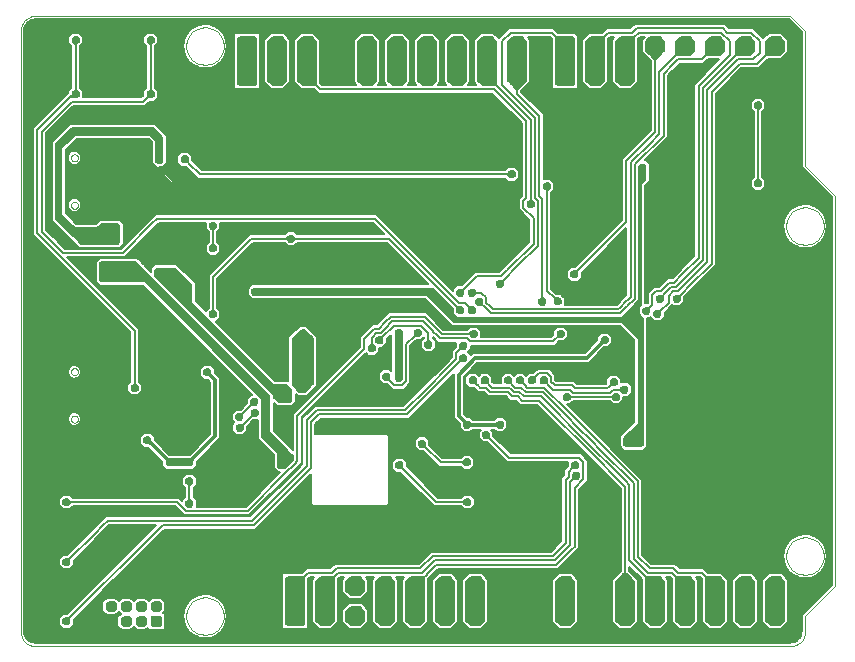
<source format=gbr>
G04 PROTEUS RS274X GERBER FILE*
%FSLAX45Y45*%
%MOMM*%
G01*
%ADD10C,0.190500*%
%ADD13C,0.300000*%
%ADD12C,0.400000*%
%ADD18C,0.609600*%
%AMPPAD017*
4,1,36,
0.323000,-0.450000,
-0.323000,-0.450000,
-0.348970,-0.447470,
-0.372980,-0.440200,
-0.394580,-0.428650,
-0.413290,-0.413290,
-0.428650,-0.394570,
-0.440200,-0.372980,
-0.447470,-0.348970,
-0.450000,-0.323000,
-0.450000,0.323000,
-0.447470,0.348970,
-0.440200,0.372980,
-0.428650,0.394570,
-0.413290,0.413290,
-0.394580,0.428650,
-0.372980,0.440200,
-0.348970,0.447470,
-0.323000,0.450000,
0.323000,0.450000,
0.348970,0.447470,
0.372980,0.440200,
0.394580,0.428650,
0.413290,0.413290,
0.428650,0.394570,
0.440200,0.372980,
0.447470,0.348970,
0.450000,0.323000,
0.450000,-0.323000,
0.447470,-0.348970,
0.440200,-0.372980,
0.428650,-0.394570,
0.413290,-0.413290,
0.394580,-0.428650,
0.372980,-0.440200,
0.348970,-0.447470,
0.323000,-0.450000,
0*%
%ADD25PPAD017*%
%ADD26C,0.900000*%
%AMPPAD019*
4,1,36,
-0.546000,0.800000,
0.546000,0.800000,
0.597930,0.794950,
0.645960,0.780400,
0.689150,0.757300,
0.726580,0.726580,
0.757300,0.689150,
0.780400,0.645960,
0.794950,0.597930,
0.800000,0.546000,
0.800000,-0.546000,
0.794950,-0.597930,
0.780400,-0.645960,
0.757300,-0.689150,
0.726580,-0.726580,
0.689150,-0.757300,
0.645960,-0.780400,
0.597930,-0.794950,
0.546000,-0.800000,
-0.546000,-0.800000,
-0.597930,-0.794950,
-0.645960,-0.780400,
-0.689150,-0.757300,
-0.726580,-0.726580,
-0.757300,-0.689150,
-0.780400,-0.645960,
-0.794950,-0.597930,
-0.800000,-0.546000,
-0.800000,0.546000,
-0.794950,0.597930,
-0.780400,0.645960,
-0.757300,0.689150,
-0.726580,0.726580,
-0.689150,0.757300,
-0.645960,0.780400,
-0.597930,0.794950,
-0.546000,0.800000,
0*%
%ADD27PPAD019*%
%ADD28C,1.600000*%
%ADD50C,0.025400*%
G36*
X+6613525Y+5195165D02*
X+6613525Y+4052165D01*
X+6867525Y+3798165D01*
X+6867525Y+519835D01*
X+6613525Y+265835D01*
X+6613525Y+128380D01*
X+6611406Y+106608D01*
X+6605773Y+88004D01*
X+6596883Y+71382D01*
X+6585086Y+57013D01*
X+6570720Y+45218D01*
X+6554093Y+36326D01*
X+6535491Y+30694D01*
X+6513720Y+28575D01*
X+128380Y+28575D01*
X+106608Y+30694D01*
X+88002Y+36327D01*
X+71384Y+45215D01*
X+57014Y+57013D01*
X+45217Y+71382D01*
X+36327Y+88004D01*
X+30694Y+106608D01*
X+28575Y+128380D01*
X+28575Y+5205620D01*
X+30694Y+5227391D01*
X+36327Y+5245995D01*
X+45217Y+5262618D01*
X+57014Y+5276986D01*
X+71382Y+5288783D01*
X+88004Y+5297673D01*
X+106608Y+5303306D01*
X+128380Y+5305425D01*
X+6503265Y+5305425D01*
X+6613525Y+5195165D01*
G37*
%LPC*%
G36*
X+6674849Y+945349D02*
X+6689616Y+943450D01*
X+6693082Y+942032D01*
X+6735553Y+924654D01*
X+6738642Y+922256D01*
X+6776794Y+892626D01*
X+6810452Y+845324D01*
X+6811740Y+839896D01*
X+6830218Y+762000D01*
X+6810452Y+678676D01*
X+6807219Y+674132D01*
X+6776794Y+631374D01*
X+6735553Y+599346D01*
X+6727975Y+596245D01*
X+6689616Y+580550D01*
X+6642100Y+574440D01*
X+6594584Y+580550D01*
X+6591118Y+581968D01*
X+6548647Y+599346D01*
X+6545558Y+601744D01*
X+6507406Y+631374D01*
X+6473748Y+678676D01*
X+6472460Y+684104D01*
X+6453982Y+762000D01*
X+6473748Y+845324D01*
X+6476981Y+849868D01*
X+6507406Y+892626D01*
X+6548647Y+924654D01*
X+6556225Y+927755D01*
X+6594584Y+943450D01*
X+6642100Y+949560D01*
X+6674849Y+945349D01*
G37*
G36*
X+6674849Y+3739349D02*
X+6689616Y+3737450D01*
X+6693082Y+3736032D01*
X+6735553Y+3718654D01*
X+6738642Y+3716256D01*
X+6776794Y+3686626D01*
X+6810452Y+3639324D01*
X+6811740Y+3633896D01*
X+6830218Y+3556000D01*
X+6810452Y+3472676D01*
X+6807219Y+3468132D01*
X+6776794Y+3425374D01*
X+6735553Y+3393346D01*
X+6727975Y+3390245D01*
X+6689616Y+3374550D01*
X+6642100Y+3368440D01*
X+6594584Y+3374550D01*
X+6591118Y+3375968D01*
X+6548647Y+3393346D01*
X+6545558Y+3395744D01*
X+6507406Y+3425374D01*
X+6473748Y+3472676D01*
X+6472460Y+3478104D01*
X+6453982Y+3556000D01*
X+6473748Y+3639324D01*
X+6476981Y+3643868D01*
X+6507406Y+3686626D01*
X+6548647Y+3718654D01*
X+6556225Y+3721755D01*
X+6594584Y+3737450D01*
X+6642100Y+3743560D01*
X+6674849Y+3739349D01*
G37*
G36*
X+1594849Y+5263349D02*
X+1609616Y+5261450D01*
X+1613082Y+5260032D01*
X+1655553Y+5242654D01*
X+1658642Y+5240256D01*
X+1696794Y+5210626D01*
X+1730452Y+5163324D01*
X+1731740Y+5157896D01*
X+1750218Y+5080000D01*
X+1730452Y+4996676D01*
X+1727219Y+4992132D01*
X+1696794Y+4949374D01*
X+1655553Y+4917346D01*
X+1647975Y+4914245D01*
X+1609616Y+4898550D01*
X+1562100Y+4892440D01*
X+1514584Y+4898550D01*
X+1511118Y+4899968D01*
X+1468647Y+4917346D01*
X+1465558Y+4919744D01*
X+1427406Y+4949374D01*
X+1393748Y+4996676D01*
X+1392460Y+5002104D01*
X+1373982Y+5080000D01*
X+1393748Y+5163324D01*
X+1396981Y+5167868D01*
X+1427406Y+5210626D01*
X+1468647Y+5242654D01*
X+1476225Y+5245755D01*
X+1514584Y+5261450D01*
X+1562100Y+5267560D01*
X+1594849Y+5263349D01*
G37*
G36*
X+1594849Y+437349D02*
X+1609616Y+435450D01*
X+1613082Y+434032D01*
X+1655553Y+416654D01*
X+1658642Y+414256D01*
X+1696794Y+384626D01*
X+1730452Y+337324D01*
X+1731740Y+331896D01*
X+1750218Y+254000D01*
X+1730452Y+170676D01*
X+1727219Y+166132D01*
X+1696794Y+123374D01*
X+1655553Y+91346D01*
X+1647975Y+88245D01*
X+1609616Y+72550D01*
X+1562100Y+66440D01*
X+1514584Y+72550D01*
X+1511118Y+73968D01*
X+1468647Y+91346D01*
X+1465558Y+93744D01*
X+1427406Y+123374D01*
X+1393748Y+170676D01*
X+1392460Y+176104D01*
X+1373982Y+254000D01*
X+1393748Y+337324D01*
X+1396981Y+341868D01*
X+1427406Y+384626D01*
X+1468647Y+416654D01*
X+1476225Y+419755D01*
X+1514584Y+435450D01*
X+1562100Y+441560D01*
X+1594849Y+437349D01*
G37*
G36*
X+482490Y+2373805D02*
X+493760Y+2370188D01*
X+514875Y+2329112D01*
X+514875Y+2315288D01*
X+493760Y+2274212D01*
X+456300Y+2262190D01*
X+418840Y+2274212D01*
X+397725Y+2315288D01*
X+397725Y+2329112D01*
X+418840Y+2370188D01*
X+456300Y+2382210D01*
X+482490Y+2373805D01*
G37*
G36*
X+482490Y+1973805D02*
X+493760Y+1970188D01*
X+514875Y+1929112D01*
X+514875Y+1915288D01*
X+493760Y+1874212D01*
X+456300Y+1862190D01*
X+418840Y+1874212D01*
X+397725Y+1915288D01*
X+397725Y+1929112D01*
X+418840Y+1970188D01*
X+456300Y+1982210D01*
X+482490Y+1973805D01*
G37*
G36*
X+6000704Y+5229807D02*
X+6202628Y+5229807D01*
X+6287076Y+5145360D01*
X+6334745Y+5193029D01*
X+6441455Y+5193029D01*
X+6501129Y+5133355D01*
X+6501129Y+5026645D01*
X+6441455Y+4966971D01*
X+6327155Y+4966971D01*
X+6253562Y+4893378D01*
X+6103558Y+4893378D01*
X+5888491Y+4678311D01*
X+5888491Y+3222557D01*
X+5618479Y+2952545D01*
X+5618479Y+2914445D01*
X+5584205Y+2880171D01*
X+5528295Y+2880171D01*
X+5519325Y+2889141D01*
X+5453379Y+2823195D01*
X+5453379Y+2785095D01*
X+5419105Y+2750821D01*
X+5363195Y+2750821D01*
X+5330825Y+2783191D01*
X+5323855Y+2776221D01*
X+5305690Y+2776221D01*
X+5305690Y+1689314D01*
X+5271416Y+1655040D01*
X+5107556Y+1655040D01*
X+5072311Y+1690285D01*
X+5072311Y+1774862D01*
X+5195571Y+1898122D01*
X+5195571Y+2588245D01*
X+5077445Y+2706371D01*
X+3655045Y+2706371D01*
X+3424395Y+2937021D01*
X+1956145Y+2937021D01*
X+1921871Y+2971295D01*
X+1921871Y+3027205D01*
X+1956145Y+3061479D01*
X+3452937Y+3061479D01*
X+3100645Y+3413771D01*
X+2342605Y+3413771D01*
X+2317205Y+3388371D01*
X+2261295Y+3388371D01*
X+2235895Y+3413771D01*
X+1969405Y+3413771D01*
X+1665679Y+3110045D01*
X+1665679Y+2862605D01*
X+1691079Y+2837205D01*
X+1691079Y+2781295D01*
X+1656805Y+2747021D01*
X+1653025Y+2747021D01*
X+2154542Y+2245504D01*
X+2266935Y+2245504D01*
X+2266935Y+2614432D01*
X+2364709Y+2712206D01*
X+2420619Y+2712206D01*
X+2512043Y+2620782D01*
X+2512043Y+2204001D01*
X+2499343Y+2191301D01*
X+2499343Y+2191272D01*
X+2425919Y+2117848D01*
X+2345061Y+2117848D01*
X+2329254Y+2133655D01*
X+2329254Y+2063245D01*
X+2294980Y+2028971D01*
X+2172395Y+2028971D01*
X+2144679Y+2056687D01*
X+2144679Y+1822355D01*
X+2307471Y+1659563D01*
X+2307471Y+1967014D01*
X+2872775Y+2532318D01*
X+2872775Y+2616923D01*
X+2980042Y+2724190D01*
X+3018178Y+2724190D01*
X+3118412Y+2824424D01*
X+3435799Y+2824424D01*
X+3580994Y+2679229D01*
X+3782045Y+2679229D01*
X+3807445Y+2704629D01*
X+3863355Y+2704629D01*
X+3897629Y+2670355D01*
X+3897629Y+2617063D01*
X+4494579Y+2617063D01*
X+4509771Y+2632255D01*
X+4509771Y+2670355D01*
X+4544045Y+2704629D01*
X+4599955Y+2704629D01*
X+4634229Y+2670355D01*
X+4634229Y+2614445D01*
X+4599955Y+2580171D01*
X+4561855Y+2580171D01*
X+4525089Y+2543405D01*
X+3811729Y+2543405D01*
X+3811729Y+2514445D01*
X+3787684Y+2490400D01*
X+3811729Y+2466355D01*
X+3811729Y+2461855D01*
X+3830578Y+2480704D01*
X+4775127Y+2480704D01*
X+4884109Y+2589686D01*
X+4884109Y+2592060D01*
X+4884421Y+2592372D01*
X+4884421Y+2620355D01*
X+4898748Y+2634681D01*
X+4918694Y+2654629D01*
X+4974605Y+2654629D01*
X+5008879Y+2620355D01*
X+5008879Y+2564445D01*
X+4974605Y+2530171D01*
X+4944246Y+2530171D01*
X+4810171Y+2396096D01*
X+3865622Y+2396096D01*
X+3750704Y+2281178D01*
X+3750704Y+1963672D01*
X+3776997Y+1937379D01*
X+3807355Y+1937379D01*
X+3827280Y+1917454D01*
X+4012470Y+1917454D01*
X+4032395Y+1937379D01*
X+4088305Y+1937379D01*
X+4122579Y+1903105D01*
X+4122579Y+1847195D01*
X+4088305Y+1812921D01*
X+4032395Y+1812921D01*
X+4012470Y+1832846D01*
X+3985478Y+1832846D01*
X+4002969Y+1815355D01*
X+4002969Y+1777255D01*
X+4149452Y+1630772D01*
X+4743177Y+1630772D01*
X+4803273Y+1570676D01*
X+4803273Y+1400583D01*
X+4727301Y+1324611D01*
X+4727301Y+827117D01*
X+4551859Y+651675D01*
X+3535859Y+651675D01*
X+3453129Y+568945D01*
X+3453129Y+200645D01*
X+3393455Y+140971D01*
X+3286745Y+140971D01*
X+3227071Y+200645D01*
X+3227071Y+561355D01*
X+3249826Y+584110D01*
X+3176374Y+584110D01*
X+3199129Y+561355D01*
X+3199129Y+200645D01*
X+3139455Y+140971D01*
X+3032745Y+140971D01*
X+2973071Y+200645D01*
X+2973071Y+561355D01*
X+2995826Y+584110D01*
X+2922374Y+584110D01*
X+2945129Y+561355D01*
X+2945129Y+454645D01*
X+2885455Y+394971D01*
X+2778745Y+394971D01*
X+2719071Y+454645D01*
X+2719071Y+561355D01*
X+2741826Y+584110D01*
X+2706294Y+584110D01*
X+2691129Y+568945D01*
X+2691129Y+200645D01*
X+2631455Y+140971D01*
X+2524745Y+140971D01*
X+2465071Y+200645D01*
X+2465071Y+561355D01*
X+2487869Y+584153D01*
X+2452337Y+584153D01*
X+2437129Y+568945D01*
X+2437129Y+175245D01*
X+2431404Y+169520D01*
X+2431404Y+146696D01*
X+2408580Y+146696D01*
X+2402855Y+140971D01*
X+2245345Y+140971D01*
X+2239620Y+146696D01*
X+2216796Y+146696D01*
X+2216796Y+169520D01*
X+2211071Y+175245D01*
X+2211071Y+586755D01*
X+2216796Y+592480D01*
X+2216796Y+615304D01*
X+2239620Y+615304D01*
X+2245345Y+621029D01*
X+2385045Y+621029D01*
X+2421827Y+657811D01*
X+2623811Y+657811D01*
X+2660556Y+694556D01*
X+3370618Y+694556D01*
X+3474891Y+798829D01*
X+4490839Y+798829D01*
X+4580122Y+888112D01*
X+4580122Y+1423624D01*
X+4605273Y+1448775D01*
X+4605273Y+1491267D01*
X+4635661Y+1521655D01*
X+4635661Y+1557114D01*
X+4118942Y+1557114D01*
X+3950885Y+1725171D01*
X+3912785Y+1725171D01*
X+3878511Y+1759445D01*
X+3878511Y+1815355D01*
X+3896002Y+1832846D01*
X+3827280Y+1832846D01*
X+3807355Y+1812921D01*
X+3751445Y+1812921D01*
X+3717171Y+1847195D01*
X+3717171Y+1877553D01*
X+3666096Y+1928628D01*
X+3666096Y+2302912D01*
X+3287844Y+1924660D01*
X+2539982Y+1924660D01*
X+2496979Y+1881657D01*
X+2496979Y+1792605D01*
X+3103759Y+1792605D01*
X+3119755Y+1776609D01*
X+3119755Y+1201541D01*
X+3103759Y+1185545D01*
X+2477891Y+1185545D01*
X+2461895Y+1201541D01*
X+2461895Y+1459952D01*
X+1988767Y+986824D01*
X+1218058Y+986824D01*
X+449579Y+218345D01*
X+449579Y+180245D01*
X+415305Y+145971D01*
X+359395Y+145971D01*
X+325121Y+180245D01*
X+325121Y+236155D01*
X+359395Y+270429D01*
X+397495Y+270429D01*
X+1150653Y+1023587D01*
X+751821Y+1023587D01*
X+449579Y+721345D01*
X+449579Y+683245D01*
X+415305Y+648971D01*
X+359395Y+648971D01*
X+325121Y+683245D01*
X+325121Y+739155D01*
X+359395Y+773429D01*
X+397495Y+773429D01*
X+721311Y+1097245D01*
X+1943049Y+1097245D01*
X+2386552Y+1540748D01*
X+2386552Y+1927354D01*
X+2494274Y+2035076D01*
X+3242083Y+2035076D01*
X+3650480Y+2443473D01*
X+3650480Y+2495464D01*
X+3687271Y+2532255D01*
X+3687271Y+2567745D01*
X+3536293Y+2567745D01*
X+3489035Y+2615003D01*
X+3489035Y+2606439D01*
X+3514435Y+2581039D01*
X+3514435Y+2525129D01*
X+3480161Y+2490855D01*
X+3424251Y+2490855D01*
X+3389977Y+2525129D01*
X+3389977Y+2581039D01*
X+3415377Y+2606439D01*
X+3415377Y+2614943D01*
X+3390105Y+2589671D01*
X+3352005Y+2589671D01*
X+3301129Y+2538795D01*
X+3301129Y+2227721D01*
X+3245314Y+2171906D01*
X+3153410Y+2171906D01*
X+3105845Y+2219471D01*
X+3067745Y+2219471D01*
X+3033471Y+2253745D01*
X+3033471Y+2309655D01*
X+3067745Y+2343929D01*
X+3123655Y+2343929D01*
X+3139921Y+2327663D01*
X+3139921Y+2637787D01*
X+3100704Y+2598570D01*
X+3100704Y+2560470D01*
X+3066430Y+2526196D01*
X+3034029Y+2526196D01*
X+3034029Y+2493795D01*
X+2999755Y+2459521D01*
X+2943845Y+2459521D01*
X+2923996Y+2479370D01*
X+2892581Y+2447956D01*
X+2381129Y+1936504D01*
X+2381129Y+1549045D01*
X+1938317Y+1106233D01*
X+1385638Y+1106233D01*
X+1309500Y+1182371D01*
X+440705Y+1182371D01*
X+415305Y+1156971D01*
X+359395Y+1156971D01*
X+325121Y+1191245D01*
X+325121Y+1247155D01*
X+359395Y+1281429D01*
X+415305Y+1281429D01*
X+440705Y+1256029D01*
X+1340010Y+1256029D01*
X+1366521Y+1229518D01*
X+1366521Y+1233205D01*
X+1391921Y+1258605D01*
X+1391921Y+1342395D01*
X+1366521Y+1367795D01*
X+1366521Y+1423705D01*
X+1400795Y+1457979D01*
X+1456705Y+1457979D01*
X+1490979Y+1423705D01*
X+1490979Y+1367795D01*
X+1465579Y+1342395D01*
X+1465579Y+1258605D01*
X+1490979Y+1233205D01*
X+1490979Y+1179891D01*
X+1907807Y+1179891D01*
X+2198237Y+1470321D01*
X+2176645Y+1470321D01*
X+2142371Y+1504595D01*
X+2142371Y+1617118D01*
X+2007658Y+1751831D01*
X+2007658Y+1912621D01*
X+1971055Y+1912621D01*
X+1916429Y+1857995D01*
X+1916429Y+1819895D01*
X+1882155Y+1785621D01*
X+1826245Y+1785621D01*
X+1791971Y+1819895D01*
X+1791971Y+1875805D01*
X+1810266Y+1894100D01*
X+1791671Y+1912695D01*
X+1791671Y+1968605D01*
X+1825945Y+2002879D01*
X+1864045Y+2002879D01*
X+1918671Y+2057505D01*
X+1918671Y+2095605D01*
X+1952945Y+2129879D01*
X+1956659Y+2129879D01*
X+1035217Y+3051321D01*
X+670195Y+3051321D01*
X+635921Y+3085595D01*
X+635921Y+3255805D01*
X+670195Y+3290079D01*
X+983705Y+3290079D01*
X+1103071Y+3170713D01*
X+1103071Y+3198655D01*
X+1137345Y+3232929D01*
X+1320255Y+3232929D01*
X+1481529Y+3071655D01*
X+1481529Y+2918517D01*
X+1566621Y+2833425D01*
X+1566621Y+2837205D01*
X+1592021Y+2862605D01*
X+1592021Y+3140555D01*
X+1938895Y+3487429D01*
X+2235895Y+3487429D01*
X+2261295Y+3512829D01*
X+2317205Y+3512829D01*
X+2342605Y+3487429D01*
X+3078987Y+3487429D01*
X+2983052Y+3583364D01*
X+1691079Y+3583364D01*
X+1691079Y+3530095D01*
X+1665679Y+3504695D01*
X+1665679Y+3421405D01*
X+1691079Y+3396005D01*
X+1691079Y+3340095D01*
X+1656805Y+3305821D01*
X+1600895Y+3305821D01*
X+1566621Y+3340095D01*
X+1566621Y+3396005D01*
X+1592021Y+3421405D01*
X+1592021Y+3504695D01*
X+1566621Y+3530095D01*
X+1566621Y+3583364D01*
X+1174064Y+3583364D01*
X+883321Y+3292621D01*
X+396541Y+3292621D01*
X+1002029Y+2687133D01*
X+1002029Y+2237755D01*
X+1027429Y+2212355D01*
X+1027429Y+2156445D01*
X+993155Y+2122171D01*
X+937245Y+2122171D01*
X+902971Y+2156445D01*
X+902971Y+2212355D01*
X+928371Y+2237755D01*
X+928371Y+2656623D01*
X+105524Y+3479470D01*
X+105524Y+4386316D01*
X+404071Y+4684863D01*
X+404071Y+4698755D01*
X+429471Y+4724155D01*
X+429471Y+5077445D01*
X+404071Y+5102845D01*
X+404071Y+5158755D01*
X+438345Y+5193029D01*
X+494255Y+5193029D01*
X+528529Y+5158755D01*
X+528529Y+5102845D01*
X+503129Y+5077445D01*
X+503129Y+4724155D01*
X+528529Y+4698755D01*
X+528529Y+4645466D01*
X+1023882Y+4645466D01*
X+1039071Y+4660655D01*
X+1039071Y+4698755D01*
X+1064471Y+4724155D01*
X+1064471Y+5077445D01*
X+1039071Y+5102845D01*
X+1039071Y+5158755D01*
X+1073345Y+5193029D01*
X+1129255Y+5193029D01*
X+1163529Y+5158755D01*
X+1163529Y+5102845D01*
X+1138129Y+5077445D01*
X+1138129Y+4724155D01*
X+1163529Y+4698755D01*
X+1163529Y+4642845D01*
X+1129255Y+4608571D01*
X+1091155Y+4608571D01*
X+1054392Y+4571808D01*
X+447186Y+4571808D01*
X+215953Y+4340575D01*
X+215953Y+3525207D01*
X+374881Y+3366279D01*
X+852811Y+3366279D01*
X+1143554Y+3657022D01*
X+3013562Y+3657022D01*
X+3661871Y+3008713D01*
X+3661871Y+3020355D01*
X+3696145Y+3054629D01*
X+3734245Y+3054629D01*
X+3846322Y+3166706D01*
X+3912004Y+3166706D01*
X+3905250Y+3173460D01*
X+3905250Y+3376660D01*
X+3829050Y+3452860D01*
X+3829050Y+3548110D01*
X+3782275Y+3594885D01*
X+3769142Y+3594885D01*
X+3754635Y+3609392D01*
X+3754635Y+3622525D01*
X+3719560Y+3657600D01*
X+823960Y+3657600D01*
X+614410Y+3867150D01*
X+531860Y+3867150D01*
X+527050Y+3871960D01*
X+527050Y+3759172D01*
X+508807Y+3751616D01*
X+514875Y+3739812D01*
X+514875Y+3725988D01*
X+513376Y+3723072D01*
X+533400Y+3714778D01*
X+533400Y+3592560D01*
X+513393Y+3572553D01*
X+635169Y+3572553D01*
X+670195Y+3607579D01*
X+840405Y+3607579D01*
X+874679Y+3573305D01*
X+874679Y+3403095D01*
X+840405Y+3368821D01*
X+498745Y+3368821D01*
X+266606Y+3600960D01*
X+266606Y+4264440D01*
X+422545Y+4420379D01*
X+1138165Y+4420379D01*
X+1237529Y+4321015D01*
X+1237529Y+4087305D01*
X+1203255Y+4053031D01*
X+1168209Y+4053031D01*
X+1379251Y+3841989D01*
X+3965438Y+3843254D01*
X+4117161Y+3691531D01*
X+4127596Y+3680834D01*
X+4168354Y+3639051D01*
X+4171168Y+3631793D01*
X+4171039Y+3627904D01*
X+4168251Y+3543890D01*
X+4077679Y+3447489D01*
X+4000500Y+3370310D01*
X+4000500Y+3173460D01*
X+3993746Y+3166706D01*
X+4053222Y+3166706D01*
X+4306574Y+3420058D01*
X+4306574Y+3534917D01*
X+4306612Y+3534955D01*
X+4306612Y+3583791D01*
X+4306575Y+3583828D01*
X+4306575Y+3609379D01*
X+4219022Y+3696932D01*
X+4219022Y+3786441D01*
X+4244372Y+3811791D01*
X+4244372Y+4388427D01*
X+4244377Y+4388432D01*
X+4244377Y+4427255D01*
X+3995404Y+4676228D01*
X+2523388Y+4676228D01*
X+2486645Y+4712971D01*
X+2372345Y+4712971D01*
X+2312671Y+4772645D01*
X+2312671Y+5133355D01*
X+2372345Y+5193029D01*
X+2479055Y+5193029D01*
X+2538729Y+5133355D01*
X+2538729Y+4765055D01*
X+2553898Y+4749886D01*
X+2843430Y+4749886D01*
X+2820671Y+4772645D01*
X+2820671Y+5133355D01*
X+2880345Y+5193029D01*
X+2987055Y+5193029D01*
X+3046729Y+5133355D01*
X+3046729Y+4772645D01*
X+3023970Y+4749886D01*
X+3097430Y+4749886D01*
X+3074671Y+4772645D01*
X+3074671Y+5133355D01*
X+3134345Y+5193029D01*
X+3241055Y+5193029D01*
X+3300729Y+5133355D01*
X+3300729Y+4772645D01*
X+3277970Y+4749886D01*
X+3351430Y+4749886D01*
X+3328671Y+4772645D01*
X+3328671Y+5133355D01*
X+3388345Y+5193029D01*
X+3495055Y+5193029D01*
X+3554729Y+5133355D01*
X+3554729Y+4772645D01*
X+3531970Y+4749886D01*
X+3605430Y+4749886D01*
X+3582671Y+4772645D01*
X+3582671Y+5133355D01*
X+3642345Y+5193029D01*
X+3749055Y+5193029D01*
X+3808729Y+5133355D01*
X+3808729Y+4772645D01*
X+3785970Y+4749886D01*
X+3859430Y+4749886D01*
X+3836671Y+4772645D01*
X+3836671Y+5133355D01*
X+3896345Y+5193029D01*
X+4003055Y+5193029D01*
X+4050700Y+5145384D01*
X+4135121Y+5229804D01*
X+4512380Y+5229804D01*
X+4549155Y+5193029D01*
X+4688855Y+5193029D01*
X+4694580Y+5187304D01*
X+4717404Y+5187304D01*
X+4717404Y+5164480D01*
X+4723129Y+5158755D01*
X+4723129Y+4747245D01*
X+4717404Y+4741520D01*
X+4717404Y+4718696D01*
X+4694580Y+4718696D01*
X+4688855Y+4712971D01*
X+4531345Y+4712971D01*
X+4525620Y+4718696D01*
X+4502796Y+4718696D01*
X+4502796Y+4741520D01*
X+4497071Y+4747245D01*
X+4497071Y+5140945D01*
X+4481870Y+5156146D01*
X+4293938Y+5156146D01*
X+4316729Y+5133355D01*
X+4316729Y+4772645D01*
X+4240529Y+4696445D01*
X+4240529Y+4691249D01*
X+4428386Y+4503392D01*
X+4428386Y+3953420D01*
X+4429745Y+3954779D01*
X+4485655Y+3954779D01*
X+4519929Y+3920505D01*
X+4519929Y+3864595D01*
X+4494529Y+3839195D01*
X+4494529Y+3022755D01*
X+4536455Y+2980829D01*
X+4574555Y+2980829D01*
X+4588258Y+2967126D01*
X+4608829Y+2946558D01*
X+4608829Y+2890645D01*
X+4608804Y+2890620D01*
X+4822205Y+2890620D01*
X+4822206Y+2890619D01*
X+4828841Y+2890619D01*
X+4828842Y+2890620D01*
X+5047126Y+2890620D01*
X+5128407Y+2971901D01*
X+5128407Y+3536447D01*
X+4750117Y+3158157D01*
X+4750117Y+3120057D01*
X+4715843Y+3085783D01*
X+4659933Y+3085783D01*
X+4625659Y+3120057D01*
X+4625659Y+3175967D01*
X+4659933Y+3210241D01*
X+4698033Y+3210241D01*
X+5091658Y+3603866D01*
X+5091658Y+4124909D01*
X+5335319Y+4368570D01*
X+5335319Y+4950397D01*
X+5259071Y+5026645D01*
X+5259071Y+5133355D01*
X+5283393Y+5157677D01*
X+5247861Y+5157677D01*
X+5231129Y+5140945D01*
X+5231129Y+4772645D01*
X+5171455Y+4712971D01*
X+5064745Y+4712971D01*
X+5005071Y+4772645D01*
X+5005071Y+5133355D01*
X+5027872Y+5156156D01*
X+4992340Y+5156156D01*
X+4977129Y+5140945D01*
X+4977129Y+4772645D01*
X+4917455Y+4712971D01*
X+4810745Y+4712971D01*
X+4751071Y+4772645D01*
X+4751071Y+5133355D01*
X+4810745Y+5193029D01*
X+4925045Y+5193029D01*
X+4961830Y+5229814D01*
X+5163884Y+5229814D01*
X+5202177Y+5268107D01*
X+5962404Y+5268107D01*
X+6000704Y+5229807D01*
G37*
G36*
X+2235842Y+5182242D02*
X+2284729Y+5133355D01*
X+2284729Y+4772645D01*
X+2225055Y+4712971D01*
X+2118345Y+4712971D01*
X+2058671Y+4772645D01*
X+2058671Y+5133355D01*
X+2118345Y+5193029D01*
X+2225055Y+5193029D01*
X+2235842Y+5182242D01*
G37*
G36*
X+2002180Y+5187304D02*
X+2025004Y+5187304D01*
X+2025004Y+5164480D01*
X+2030729Y+5158755D01*
X+2030729Y+4747245D01*
X+2025004Y+4741520D01*
X+2025004Y+4718696D01*
X+2002180Y+4718696D01*
X+1996455Y+4712971D01*
X+1838945Y+4712971D01*
X+1833220Y+4718696D01*
X+1810396Y+4718696D01*
X+1810396Y+4741520D01*
X+1804671Y+4747245D01*
X+1804671Y+5158755D01*
X+1810396Y+5164480D01*
X+1810396Y+5187304D01*
X+1833220Y+5187304D01*
X+1838945Y+5193029D01*
X+1996455Y+5193029D01*
X+2002180Y+5187304D01*
G37*
G36*
X+6452242Y+610242D02*
X+6501129Y+561355D01*
X+6501129Y+200645D01*
X+6441455Y+140971D01*
X+6334745Y+140971D01*
X+6275071Y+200645D01*
X+6275071Y+561355D01*
X+6334745Y+621029D01*
X+6441455Y+621029D01*
X+6452242Y+610242D01*
G37*
G36*
X+6198242Y+610242D02*
X+6247129Y+561355D01*
X+6247129Y+200645D01*
X+6187455Y+140971D01*
X+6080745Y+140971D01*
X+6021071Y+200645D01*
X+6021071Y+561355D01*
X+6080745Y+621029D01*
X+6187455Y+621029D01*
X+6198242Y+610242D01*
G37*
G36*
X+4478721Y+2341879D02*
X+4479305Y+2341879D01*
X+4527595Y+2293589D01*
X+4527595Y+2254925D01*
X+4537228Y+2245292D01*
X+4683842Y+2245292D01*
X+4710583Y+2218551D01*
X+4954117Y+2218551D01*
X+4960621Y+2225055D01*
X+4960621Y+2263155D01*
X+4994895Y+2297429D01*
X+5050805Y+2297429D01*
X+5085079Y+2263155D01*
X+5085079Y+2233929D01*
X+5139705Y+2233929D01*
X+5173979Y+2199655D01*
X+5173979Y+2143745D01*
X+5139705Y+2109471D01*
X+5104129Y+2109471D01*
X+5104129Y+2080245D01*
X+5069855Y+2045971D01*
X+5013945Y+2045971D01*
X+4988545Y+2071371D01*
X+4676155Y+2071371D01*
X+4650755Y+2045971D01*
X+4629163Y+2045971D01*
X+5265234Y+1409900D01*
X+5265234Y+770908D01*
X+5341576Y+694566D01*
X+5543622Y+694566D01*
X+5580381Y+657807D01*
X+5782377Y+657807D01*
X+5819155Y+621029D01*
X+5933455Y+621029D01*
X+5993129Y+561355D01*
X+5993129Y+200645D01*
X+5933455Y+140971D01*
X+5826745Y+140971D01*
X+5767071Y+200645D01*
X+5767071Y+568945D01*
X+5751867Y+584149D01*
X+5716335Y+584149D01*
X+5739129Y+561355D01*
X+5739129Y+200645D01*
X+5679455Y+140971D01*
X+5572745Y+140971D01*
X+5513071Y+200645D01*
X+5513071Y+568945D01*
X+5497868Y+584148D01*
X+5462336Y+584148D01*
X+5485129Y+561355D01*
X+5485129Y+200645D01*
X+5425455Y+140971D01*
X+5318745Y+140971D01*
X+5259071Y+200645D01*
X+5259071Y+568945D01*
X+5154929Y+673087D01*
X+5154929Y+637555D01*
X+5231129Y+561355D01*
X+5231129Y+200645D01*
X+5171455Y+140971D01*
X+5064745Y+140971D01*
X+5005071Y+200645D01*
X+5005071Y+561355D01*
X+5081271Y+637555D01*
X+5081271Y+1333685D01*
X+4806416Y+1608540D01*
X+4806416Y+1608586D01*
X+4374463Y+2040539D01*
X+4230650Y+2040539D01*
X+4193903Y+2077286D01*
X+4145054Y+2077286D01*
X+4108320Y+2114020D01*
X+3961140Y+2114020D01*
X+3924347Y+2150813D01*
X+3875503Y+2150813D01*
X+3838745Y+2187571D01*
X+3800645Y+2187571D01*
X+3766371Y+2221845D01*
X+3766371Y+2277755D01*
X+3800645Y+2312029D01*
X+3856555Y+2312029D01*
X+3879000Y+2289584D01*
X+3901445Y+2312029D01*
X+3957355Y+2312029D01*
X+3991629Y+2277755D01*
X+3991629Y+2239655D01*
X+4006832Y+2224452D01*
X+4066371Y+2224452D01*
X+4066371Y+2277755D01*
X+4100645Y+2312029D01*
X+4156555Y+2312029D01*
X+4179000Y+2289584D01*
X+4201445Y+2312029D01*
X+4257355Y+2312029D01*
X+4279800Y+2289584D01*
X+4302245Y+2312029D01*
X+4340345Y+2312029D01*
X+4377285Y+2348969D01*
X+4471631Y+2348969D01*
X+4478721Y+2341879D01*
G37*
G36*
X+4674242Y+610242D02*
X+4723129Y+561355D01*
X+4723129Y+200645D01*
X+4663455Y+140971D01*
X+4556745Y+140971D01*
X+4497071Y+200645D01*
X+4497071Y+561355D01*
X+4556745Y+621029D01*
X+4663455Y+621029D01*
X+4674242Y+610242D01*
G37*
G36*
X+3912242Y+610242D02*
X+3961129Y+561355D01*
X+3961129Y+200645D01*
X+3901455Y+140971D01*
X+3794745Y+140971D01*
X+3735071Y+200645D01*
X+3735071Y+561355D01*
X+3794745Y+621029D01*
X+3901455Y+621029D01*
X+3912242Y+610242D01*
G37*
G36*
X+3658242Y+610242D02*
X+3707129Y+561355D01*
X+3707129Y+200645D01*
X+3647455Y+140971D01*
X+3540745Y+140971D01*
X+3481071Y+200645D01*
X+3481071Y+561355D01*
X+3540745Y+621029D01*
X+3647455Y+621029D01*
X+3658242Y+610242D01*
G37*
G36*
X+1194442Y+399342D02*
X+1224279Y+369505D01*
X+1224279Y+300895D01*
X+1203888Y+280504D01*
X+1221654Y+280504D01*
X+1221654Y+257830D01*
X+1224279Y+255205D01*
X+1224279Y+161195D01*
X+1221654Y+158570D01*
X+1221654Y+135896D01*
X+1198980Y+135896D01*
X+1196355Y+133271D01*
X+1102345Y+133271D01*
X+1099720Y+135896D01*
X+1077046Y+135896D01*
X+1077046Y+153662D01*
X+1056655Y+133271D01*
X+988045Y+133271D01*
X+958850Y+162466D01*
X+929655Y+133271D01*
X+861045Y+133271D01*
X+820421Y+173895D01*
X+820421Y+242505D01*
X+849616Y+271700D01*
X+831850Y+289466D01*
X+802655Y+260271D01*
X+734045Y+260271D01*
X+693421Y+300895D01*
X+693421Y+369505D01*
X+734045Y+410129D01*
X+802655Y+410129D01*
X+831850Y+380934D01*
X+861045Y+410129D01*
X+929655Y+410129D01*
X+958850Y+380934D01*
X+988045Y+410129D01*
X+1056655Y+410129D01*
X+1085850Y+380934D01*
X+1115045Y+410129D01*
X+1183655Y+410129D01*
X+1194442Y+399342D01*
G37*
G36*
X+807875Y+224572D02*
X+807875Y+191828D01*
X+784722Y+168675D01*
X+751978Y+168675D01*
X+728825Y+191828D01*
X+728825Y+224572D01*
X+751978Y+247725D01*
X+784722Y+247725D01*
X+807875Y+224572D01*
G37*
G36*
X+4807075Y+484379D02*
X+4807075Y+531621D01*
X+4840479Y+565025D01*
X+4887721Y+565025D01*
X+4921125Y+531621D01*
X+4921125Y+484379D01*
X+4887721Y+450975D01*
X+4840479Y+450975D01*
X+4807075Y+484379D01*
G37*
G36*
X+4807075Y+230379D02*
X+4807075Y+277621D01*
X+4840479Y+311025D01*
X+4887721Y+311025D01*
X+4921125Y+277621D01*
X+4921125Y+230379D01*
X+4887721Y+196975D01*
X+4840479Y+196975D01*
X+4807075Y+230379D01*
G37*
G36*
X+4045075Y+484379D02*
X+4045075Y+531621D01*
X+4078479Y+565025D01*
X+4125721Y+565025D01*
X+4159125Y+531621D01*
X+4159125Y+484379D01*
X+4125721Y+450975D01*
X+4078479Y+450975D01*
X+4045075Y+484379D01*
G37*
G36*
X+4299075Y+484379D02*
X+4299075Y+531621D01*
X+4332479Y+565025D01*
X+4379721Y+565025D01*
X+4413125Y+531621D01*
X+4413125Y+484379D01*
X+4379721Y+450975D01*
X+4332479Y+450975D01*
X+4299075Y+484379D01*
G37*
G36*
X+2896242Y+356242D02*
X+2945129Y+307355D01*
X+2945129Y+200645D01*
X+2885455Y+140971D01*
X+2778745Y+140971D01*
X+2719071Y+200645D01*
X+2719071Y+307355D01*
X+2778745Y+367029D01*
X+2885455Y+367029D01*
X+2896242Y+356242D01*
G37*
G36*
X+4045075Y+230379D02*
X+4045075Y+277621D01*
X+4078479Y+311025D01*
X+4125721Y+311025D01*
X+4159125Y+277621D01*
X+4159125Y+230379D01*
X+4125721Y+196975D01*
X+4078479Y+196975D01*
X+4045075Y+230379D01*
G37*
G36*
X+4299075Y+230379D02*
X+4299075Y+277621D01*
X+4332479Y+311025D01*
X+4379721Y+311025D01*
X+4413125Y+277621D01*
X+4413125Y+230379D01*
X+4379721Y+196975D01*
X+4332479Y+196975D01*
X+4299075Y+230379D01*
G37*
G36*
X+2622675Y+5056379D02*
X+2622675Y+5103621D01*
X+2656079Y+5137025D01*
X+2703321Y+5137025D01*
X+2736725Y+5103621D01*
X+2736725Y+5056379D01*
X+2703321Y+5022975D01*
X+2656079Y+5022975D01*
X+2622675Y+5056379D01*
G37*
G36*
X+2622675Y+4802379D02*
X+2622675Y+4849621D01*
X+2656079Y+4883025D01*
X+2703321Y+4883025D01*
X+2736725Y+4849621D01*
X+2736725Y+4802379D01*
X+2703321Y+4768975D01*
X+2656079Y+4768975D01*
X+2622675Y+4802379D01*
G37*
G36*
X+461535Y+2446942D02*
X+461535Y+2467458D01*
X+476042Y+2481965D01*
X+496558Y+2481965D01*
X+511065Y+2467458D01*
X+511065Y+2446942D01*
X+496558Y+2432435D01*
X+476042Y+2432435D01*
X+461535Y+2446942D01*
G37*
G36*
X+216535Y+2506942D02*
X+216535Y+2527458D01*
X+231042Y+2541965D01*
X+251558Y+2541965D01*
X+266065Y+2527458D01*
X+266065Y+2506942D01*
X+251558Y+2492435D01*
X+231042Y+2492435D01*
X+216535Y+2506942D01*
G37*
G36*
X+461535Y+1776942D02*
X+461535Y+1797458D01*
X+476042Y+1811965D01*
X+496558Y+1811965D01*
X+511065Y+1797458D01*
X+511065Y+1776942D01*
X+496558Y+1762435D01*
X+476042Y+1762435D01*
X+461535Y+1776942D01*
G37*
G36*
X+216535Y+1716942D02*
X+216535Y+1737458D01*
X+231042Y+1751965D01*
X+251558Y+1751965D01*
X+266065Y+1737458D01*
X+266065Y+1716942D01*
X+251558Y+1702435D01*
X+231042Y+1702435D01*
X+216535Y+1716942D01*
G37*
G36*
X+216535Y+4317642D02*
X+216535Y+4338158D01*
X+231042Y+4352665D01*
X+251558Y+4352665D01*
X+266065Y+4338158D01*
X+266065Y+4317642D01*
X+251558Y+4303135D01*
X+231042Y+4303135D01*
X+216535Y+4317642D01*
G37*
G36*
X+216535Y+3527642D02*
X+216535Y+3548158D01*
X+231042Y+3562665D01*
X+251558Y+3562665D01*
X+266065Y+3548158D01*
X+266065Y+3527642D01*
X+251558Y+3513135D01*
X+231042Y+3513135D01*
X+216535Y+3527642D01*
G37*
G36*
X+888035Y+1731692D02*
X+888035Y+1752208D01*
X+902542Y+1766715D01*
X+923058Y+1766715D01*
X+937565Y+1752208D01*
X+937565Y+1731692D01*
X+923058Y+1717185D01*
X+902542Y+1717185D01*
X+888035Y+1731692D01*
G37*
G36*
X+888035Y+2036492D02*
X+888035Y+2057008D01*
X+902542Y+2071515D01*
X+923058Y+2071515D01*
X+937565Y+2057008D01*
X+937565Y+2036492D01*
X+923058Y+2021985D01*
X+902542Y+2021985D01*
X+888035Y+2036492D01*
G37*
G36*
X+1430935Y+1930392D02*
X+1430935Y+1950908D01*
X+1445442Y+1965415D01*
X+1465958Y+1965415D01*
X+1480465Y+1950908D01*
X+1480465Y+1930392D01*
X+1465958Y+1915885D01*
X+1445442Y+1915885D01*
X+1430935Y+1930392D01*
G37*
G36*
X+3246455Y+1580529D02*
X+3268029Y+1558955D01*
X+3268029Y+1520855D01*
X+3532205Y+1256679D01*
X+3730295Y+1256679D01*
X+3755695Y+1282079D01*
X+3811605Y+1282079D01*
X+3845879Y+1247805D01*
X+3845879Y+1191895D01*
X+3811605Y+1157621D01*
X+3755695Y+1157621D01*
X+3730295Y+1183021D01*
X+3501695Y+1183021D01*
X+3215945Y+1468771D01*
X+3177845Y+1468771D01*
X+3143571Y+1503045D01*
X+3143571Y+1558955D01*
X+3177845Y+1593229D01*
X+3233755Y+1593229D01*
X+3246455Y+1580529D01*
G37*
G36*
X+3373635Y+1864892D02*
X+3373635Y+1885408D01*
X+3388142Y+1899915D01*
X+3408658Y+1899915D01*
X+3423165Y+1885408D01*
X+3423165Y+1864892D01*
X+3408658Y+1850385D01*
X+3388142Y+1850385D01*
X+3373635Y+1864892D01*
G37*
G36*
X+3437142Y+1766592D02*
X+3460629Y+1743105D01*
X+3460629Y+1705005D01*
X+3572405Y+1593229D01*
X+3726045Y+1593229D01*
X+3751445Y+1618629D01*
X+3807355Y+1618629D01*
X+3841629Y+1584355D01*
X+3841629Y+1528445D01*
X+3807355Y+1494171D01*
X+3751445Y+1494171D01*
X+3726045Y+1519571D01*
X+3541895Y+1519571D01*
X+3408545Y+1652921D01*
X+3370445Y+1652921D01*
X+3336171Y+1687195D01*
X+3336171Y+1743105D01*
X+3370445Y+1777379D01*
X+3426355Y+1777379D01*
X+3437142Y+1766592D01*
G37*
G36*
X+1829135Y+2025642D02*
X+1829135Y+2046158D01*
X+1843642Y+2060665D01*
X+1864158Y+2060665D01*
X+1878665Y+2046158D01*
X+1878665Y+2025642D01*
X+1864158Y+2011135D01*
X+1843642Y+2011135D01*
X+1829135Y+2025642D01*
G37*
G36*
X+1619542Y+2369992D02*
X+1643029Y+2346505D01*
X+1643029Y+2316147D01*
X+1693004Y+2266172D01*
X+1693004Y+1760178D01*
X+1490979Y+1558153D01*
X+1490979Y+1527795D01*
X+1456705Y+1493521D01*
X+1235695Y+1493521D01*
X+1201421Y+1527795D01*
X+1201421Y+1557803D01*
X+1079503Y+1679721D01*
X+1044845Y+1679721D01*
X+1010571Y+1713995D01*
X+1010571Y+1769905D01*
X+1044845Y+1804179D01*
X+1100755Y+1804179D01*
X+1135029Y+1769905D01*
X+1135029Y+1743847D01*
X+1260897Y+1617979D01*
X+1431153Y+1617979D01*
X+1608396Y+1795222D01*
X+1608396Y+2231128D01*
X+1583203Y+2256321D01*
X+1552845Y+2256321D01*
X+1518571Y+2290595D01*
X+1518571Y+2346505D01*
X+1552845Y+2380779D01*
X+1608755Y+2380779D01*
X+1619542Y+2369992D01*
G37*
G36*
X+5109775Y+1864892D02*
X+5109775Y+1885408D01*
X+5124282Y+1899915D01*
X+5144798Y+1899915D01*
X+5159305Y+1885408D01*
X+5159305Y+1864892D01*
X+5144798Y+1850385D01*
X+5124282Y+1850385D01*
X+5109775Y+1864892D01*
G37*
G36*
X+3959385Y+1419142D02*
X+3959385Y+1439658D01*
X+3973892Y+1454165D01*
X+3994408Y+1454165D01*
X+4008915Y+1439658D01*
X+4008915Y+1419142D01*
X+3994408Y+1404635D01*
X+3973892Y+1404635D01*
X+3959385Y+1419142D01*
G37*
G36*
X+6284655Y+4627629D02*
X+6306229Y+4606055D01*
X+6306229Y+4550145D01*
X+6280829Y+4524745D01*
X+6280829Y+3971055D01*
X+6306229Y+3945655D01*
X+6306229Y+3889745D01*
X+6271955Y+3855471D01*
X+6216045Y+3855471D01*
X+6181771Y+3889745D01*
X+6181771Y+3945655D01*
X+6207171Y+3971055D01*
X+6207171Y+4524745D01*
X+6181771Y+4550145D01*
X+6181771Y+4606055D01*
X+6216045Y+4640329D01*
X+6271955Y+4640329D01*
X+6284655Y+4627629D01*
G37*
G36*
X+2990135Y+1889042D02*
X+2990135Y+1909558D01*
X+3004642Y+1924065D01*
X+3025158Y+1924065D01*
X+3039665Y+1909558D01*
X+3039665Y+1889042D01*
X+3025158Y+1874535D01*
X+3004642Y+1874535D01*
X+2990135Y+1889042D01*
G37*
G36*
X+2527835Y+1889042D02*
X+2527835Y+1909558D01*
X+2542342Y+1924065D01*
X+2562858Y+1924065D01*
X+2577365Y+1909558D01*
X+2577365Y+1889042D01*
X+2562858Y+1874535D01*
X+2542342Y+1874535D01*
X+2527835Y+1889042D01*
G37*
G36*
X+1429392Y+4172592D02*
X+1452879Y+4149105D01*
X+1452879Y+4111455D01*
X+1533355Y+4030979D01*
X+4105895Y+4030979D01*
X+4131295Y+4056379D01*
X+4187205Y+4056379D01*
X+4221479Y+4022105D01*
X+4221479Y+3966195D01*
X+4187205Y+3931921D01*
X+4131295Y+3931921D01*
X+4105895Y+3957321D01*
X+1502845Y+3957321D01*
X+1401245Y+4058921D01*
X+1362695Y+4058921D01*
X+1328421Y+4093195D01*
X+1328421Y+4149105D01*
X+1362695Y+4183379D01*
X+1418605Y+4183379D01*
X+1429392Y+4172592D01*
G37*
G36*
X+3050385Y+2832142D02*
X+3050385Y+2852658D01*
X+3064892Y+2867165D01*
X+3085408Y+2867165D01*
X+3099915Y+2852658D01*
X+3099915Y+2832142D01*
X+3085408Y+2817635D01*
X+3064892Y+2817635D01*
X+3050385Y+2832142D01*
G37*
G36*
X+2073635Y+2775632D02*
X+2073635Y+2796148D01*
X+2088142Y+2810655D01*
X+2108658Y+2810655D01*
X+2123165Y+2796148D01*
X+2123165Y+2775632D01*
X+2108658Y+2761125D01*
X+2088142Y+2761125D01*
X+2073635Y+2775632D01*
G37*
G36*
X+5366385Y+2582142D02*
X+5366385Y+2602658D01*
X+5380892Y+2617165D01*
X+5401408Y+2617165D01*
X+5415915Y+2602658D01*
X+5415915Y+2582142D01*
X+5401408Y+2567635D01*
X+5380892Y+2567635D01*
X+5366385Y+2582142D01*
G37*
G36*
X+2869549Y+2169819D02*
X+2869549Y+2190335D01*
X+2884056Y+2204842D01*
X+2904572Y+2204842D01*
X+2919079Y+2190335D01*
X+2919079Y+2169819D01*
X+2904572Y+2155312D01*
X+2884056Y+2155312D01*
X+2869549Y+2169819D01*
G37*
G36*
X+1238885Y+1385492D02*
X+1238885Y+1406008D01*
X+1253392Y+1420515D01*
X+1273908Y+1420515D01*
X+1288415Y+1406008D01*
X+1288415Y+1385492D01*
X+1273908Y+1370985D01*
X+1253392Y+1370985D01*
X+1238885Y+1385492D01*
G37*
G36*
X+1607185Y+1544242D02*
X+1607185Y+1564758D01*
X+1621692Y+1579265D01*
X+1642208Y+1579265D01*
X+1656715Y+1564758D01*
X+1656715Y+1544242D01*
X+1642208Y+1529735D01*
X+1621692Y+1529735D01*
X+1607185Y+1544242D01*
G37*
G36*
X+4900144Y+2907083D02*
X+4900144Y+2927599D01*
X+4914651Y+2942106D01*
X+4935167Y+2942106D01*
X+4949674Y+2927599D01*
X+4949674Y+2907083D01*
X+4935167Y+2892576D01*
X+4914651Y+2892576D01*
X+4900144Y+2907083D01*
G37*
G36*
X+1918335Y+243742D02*
X+1918335Y+264258D01*
X+1932842Y+278765D01*
X+1953358Y+278765D01*
X+1967865Y+264258D01*
X+1967865Y+243742D01*
X+1953358Y+229235D01*
X+1932842Y+229235D01*
X+1918335Y+243742D01*
G37*
G36*
X+1664335Y+497742D02*
X+1664335Y+518258D01*
X+1678842Y+532765D01*
X+1699358Y+532765D01*
X+1713865Y+518258D01*
X+1713865Y+497742D01*
X+1699358Y+483235D01*
X+1678842Y+483235D01*
X+1664335Y+497742D01*
G37*
G36*
X+1918335Y+751742D02*
X+1918335Y+772258D01*
X+1932842Y+786765D01*
X+1953358Y+786765D01*
X+1967865Y+772258D01*
X+1967865Y+751742D01*
X+1953358Y+737235D01*
X+1932842Y+737235D01*
X+1918335Y+751742D01*
G37*
G36*
X+1410335Y+751742D02*
X+1410335Y+772258D01*
X+1424842Y+786765D01*
X+1445358Y+786765D01*
X+1459865Y+772258D01*
X+1459865Y+751742D01*
X+1445358Y+737235D01*
X+1424842Y+737235D01*
X+1410335Y+751742D01*
G37*
G36*
X+902335Y+497742D02*
X+902335Y+518258D01*
X+916842Y+532765D01*
X+937358Y+532765D01*
X+951865Y+518258D01*
X+951865Y+497742D01*
X+937358Y+483235D01*
X+916842Y+483235D01*
X+902335Y+497742D01*
G37*
G36*
X+140335Y+497742D02*
X+140335Y+518258D01*
X+154842Y+532765D01*
X+175358Y+532765D01*
X+189865Y+518258D01*
X+189865Y+497742D01*
X+175358Y+483235D01*
X+154842Y+483235D01*
X+140335Y+497742D01*
G37*
G36*
X+140335Y+1005742D02*
X+140335Y+1026258D01*
X+154842Y+1040765D01*
X+175358Y+1040765D01*
X+189865Y+1026258D01*
X+189865Y+1005742D01*
X+175358Y+991235D01*
X+154842Y+991235D01*
X+140335Y+1005742D01*
G37*
G36*
X+648335Y+751742D02*
X+648335Y+772258D01*
X+662842Y+786765D01*
X+683358Y+786765D01*
X+697865Y+772258D01*
X+697865Y+751742D01*
X+683358Y+737235D01*
X+662842Y+737235D01*
X+648335Y+751742D01*
G37*
G36*
X+2426335Y+1005742D02*
X+2426335Y+1026258D01*
X+2440842Y+1040765D01*
X+2461358Y+1040765D01*
X+2475865Y+1026258D01*
X+2475865Y+1005742D01*
X+2461358Y+991235D01*
X+2440842Y+991235D01*
X+2426335Y+1005742D01*
G37*
G36*
X+2934335Y+1005742D02*
X+2934335Y+1026258D01*
X+2948842Y+1040765D01*
X+2969358Y+1040765D01*
X+2983865Y+1026258D01*
X+2983865Y+1005742D01*
X+2969358Y+991235D01*
X+2948842Y+991235D01*
X+2934335Y+1005742D01*
G37*
G36*
X+3442335Y+1005742D02*
X+3442335Y+1026258D01*
X+3456842Y+1040765D01*
X+3477358Y+1040765D01*
X+3491865Y+1026258D01*
X+3491865Y+1005742D01*
X+3477358Y+991235D01*
X+3456842Y+991235D01*
X+3442335Y+1005742D01*
G37*
G36*
X+3950335Y+1005742D02*
X+3950335Y+1026258D01*
X+3964842Y+1040765D01*
X+3985358Y+1040765D01*
X+3999865Y+1026258D01*
X+3999865Y+1005742D01*
X+3985358Y+991235D01*
X+3964842Y+991235D01*
X+3950335Y+1005742D01*
G37*
G36*
X+5474335Y+751742D02*
X+5474335Y+772258D01*
X+5488842Y+786765D01*
X+5509358Y+786765D01*
X+5523865Y+772258D01*
X+5523865Y+751742D01*
X+5509358Y+737235D01*
X+5488842Y+737235D01*
X+5474335Y+751742D01*
G37*
G36*
X+5982335Y+751742D02*
X+5982335Y+772258D01*
X+5996842Y+786765D01*
X+6017358Y+786765D01*
X+6031865Y+772258D01*
X+6031865Y+751742D01*
X+6017358Y+737235D01*
X+5996842Y+737235D01*
X+5982335Y+751742D01*
G37*
G36*
X+6744335Y+1005742D02*
X+6744335Y+1026258D01*
X+6758842Y+1040765D01*
X+6779358Y+1040765D01*
X+6793865Y+1026258D01*
X+6793865Y+1005742D01*
X+6779358Y+991235D01*
X+6758842Y+991235D01*
X+6744335Y+1005742D01*
G37*
G36*
X+6236335Y+1005742D02*
X+6236335Y+1026258D01*
X+6250842Y+1040765D01*
X+6271358Y+1040765D01*
X+6285865Y+1026258D01*
X+6285865Y+1005742D01*
X+6271358Y+991235D01*
X+6250842Y+991235D01*
X+6236335Y+1005742D01*
G37*
G36*
X+5728335Y+1005742D02*
X+5728335Y+1026258D01*
X+5742842Y+1040765D01*
X+5763358Y+1040765D01*
X+5777865Y+1026258D01*
X+5777865Y+1005742D01*
X+5763358Y+991235D01*
X+5742842Y+991235D01*
X+5728335Y+1005742D01*
G37*
G36*
X+5474335Y+1259742D02*
X+5474335Y+1280258D01*
X+5488842Y+1294765D01*
X+5509358Y+1294765D01*
X+5523865Y+1280258D01*
X+5523865Y+1259742D01*
X+5509358Y+1245235D01*
X+5488842Y+1245235D01*
X+5474335Y+1259742D01*
G37*
G36*
X+5982335Y+1259742D02*
X+5982335Y+1280258D01*
X+5996842Y+1294765D01*
X+6017358Y+1294765D01*
X+6031865Y+1280258D01*
X+6031865Y+1259742D01*
X+6017358Y+1245235D01*
X+5996842Y+1245235D01*
X+5982335Y+1259742D01*
G37*
G36*
X+6490335Y+1259742D02*
X+6490335Y+1280258D01*
X+6504842Y+1294765D01*
X+6525358Y+1294765D01*
X+6539865Y+1280258D01*
X+6539865Y+1259742D01*
X+6525358Y+1245235D01*
X+6504842Y+1245235D01*
X+6490335Y+1259742D01*
G37*
G36*
X+6744335Y+1513742D02*
X+6744335Y+1534258D01*
X+6758842Y+1548765D01*
X+6779358Y+1548765D01*
X+6793865Y+1534258D01*
X+6793865Y+1513742D01*
X+6779358Y+1499235D01*
X+6758842Y+1499235D01*
X+6744335Y+1513742D01*
G37*
G36*
X+6236335Y+1513742D02*
X+6236335Y+1534258D01*
X+6250842Y+1548765D01*
X+6271358Y+1548765D01*
X+6285865Y+1534258D01*
X+6285865Y+1513742D01*
X+6271358Y+1499235D01*
X+6250842Y+1499235D01*
X+6236335Y+1513742D01*
G37*
G36*
X+5474335Y+1767742D02*
X+5474335Y+1788258D01*
X+5488842Y+1802765D01*
X+5509358Y+1802765D01*
X+5523865Y+1788258D01*
X+5523865Y+1767742D01*
X+5509358Y+1753235D01*
X+5488842Y+1753235D01*
X+5474335Y+1767742D01*
G37*
G36*
X+5982335Y+1767742D02*
X+5982335Y+1788258D01*
X+5996842Y+1802765D01*
X+6017358Y+1802765D01*
X+6031865Y+1788258D01*
X+6031865Y+1767742D01*
X+6017358Y+1753235D01*
X+5996842Y+1753235D01*
X+5982335Y+1767742D01*
G37*
G36*
X+6490335Y+1767742D02*
X+6490335Y+1788258D01*
X+6504842Y+1802765D01*
X+6525358Y+1802765D01*
X+6539865Y+1788258D01*
X+6539865Y+1767742D01*
X+6525358Y+1753235D01*
X+6504842Y+1753235D01*
X+6490335Y+1767742D01*
G37*
G36*
X+6744335Y+2021742D02*
X+6744335Y+2042258D01*
X+6758842Y+2056765D01*
X+6779358Y+2056765D01*
X+6793865Y+2042258D01*
X+6793865Y+2021742D01*
X+6779358Y+2007235D01*
X+6758842Y+2007235D01*
X+6744335Y+2021742D01*
G37*
G36*
X+6490335Y+2275742D02*
X+6490335Y+2296258D01*
X+6504842Y+2310765D01*
X+6525358Y+2310765D01*
X+6539865Y+2296258D01*
X+6539865Y+2275742D01*
X+6525358Y+2261235D01*
X+6504842Y+2261235D01*
X+6490335Y+2275742D01*
G37*
G36*
X+6744335Y+2529742D02*
X+6744335Y+2550258D01*
X+6758842Y+2564765D01*
X+6779358Y+2564765D01*
X+6793865Y+2550258D01*
X+6793865Y+2529742D01*
X+6779358Y+2515235D01*
X+6758842Y+2515235D01*
X+6744335Y+2529742D01*
G37*
G36*
X+6490335Y+2783742D02*
X+6490335Y+2804258D01*
X+6504842Y+2818765D01*
X+6525358Y+2818765D01*
X+6539865Y+2804258D01*
X+6539865Y+2783742D01*
X+6525358Y+2769235D01*
X+6504842Y+2769235D01*
X+6490335Y+2783742D01*
G37*
G36*
X+6744335Y+3037742D02*
X+6744335Y+3058258D01*
X+6758842Y+3072765D01*
X+6779358Y+3072765D01*
X+6793865Y+3058258D01*
X+6793865Y+3037742D01*
X+6779358Y+3023235D01*
X+6758842Y+3023235D01*
X+6744335Y+3037742D01*
G37*
G36*
X+6490335Y+3291742D02*
X+6490335Y+3312258D01*
X+6504842Y+3326765D01*
X+6525358Y+3326765D01*
X+6539865Y+3312258D01*
X+6539865Y+3291742D01*
X+6525358Y+3277235D01*
X+6504842Y+3277235D01*
X+6490335Y+3291742D01*
G37*
G36*
X+6744335Y+3799742D02*
X+6744335Y+3820258D01*
X+6758842Y+3834765D01*
X+6779358Y+3834765D01*
X+6793865Y+3820258D01*
X+6793865Y+3799742D01*
X+6779358Y+3785235D01*
X+6758842Y+3785235D01*
X+6744335Y+3799742D01*
G37*
G36*
X+6490335Y+4053742D02*
X+6490335Y+4074258D01*
X+6504842Y+4088765D01*
X+6525358Y+4088765D01*
X+6539865Y+4074258D01*
X+6539865Y+4053742D01*
X+6525358Y+4039235D01*
X+6504842Y+4039235D01*
X+6490335Y+4053742D01*
G37*
G36*
X+6490335Y+4561742D02*
X+6490335Y+4582258D01*
X+6504842Y+4596765D01*
X+6525358Y+4596765D01*
X+6539865Y+4582258D01*
X+6539865Y+4561742D01*
X+6525358Y+4547235D01*
X+6504842Y+4547235D01*
X+6490335Y+4561742D01*
G37*
G36*
X+5982335Y+4561742D02*
X+5982335Y+4582258D01*
X+5996842Y+4596765D01*
X+6017358Y+4596765D01*
X+6031865Y+4582258D01*
X+6031865Y+4561742D01*
X+6017358Y+4547235D01*
X+5996842Y+4547235D01*
X+5982335Y+4561742D01*
G37*
G36*
X+4966335Y+3291742D02*
X+4966335Y+3312258D01*
X+4980842Y+3326765D01*
X+5001358Y+3326765D01*
X+5015865Y+3312258D01*
X+5015865Y+3291742D01*
X+5001358Y+3277235D01*
X+4980842Y+3277235D01*
X+4966335Y+3291742D01*
G37*
G36*
X+4966335Y+3799742D02*
X+4966335Y+3820258D01*
X+4980842Y+3834765D01*
X+5001358Y+3834765D01*
X+5015865Y+3820258D01*
X+5015865Y+3799742D01*
X+5001358Y+3785235D01*
X+4980842Y+3785235D01*
X+4966335Y+3799742D01*
G37*
G36*
X+4966335Y+4307742D02*
X+4966335Y+4328258D01*
X+4980842Y+4342765D01*
X+5001358Y+4342765D01*
X+5015865Y+4328258D01*
X+5015865Y+4307742D01*
X+5001358Y+4293235D01*
X+4980842Y+4293235D01*
X+4966335Y+4307742D01*
G37*
G36*
X+5220335Y+4561742D02*
X+5220335Y+4582258D01*
X+5234842Y+4596765D01*
X+5255358Y+4596765D01*
X+5269865Y+4582258D01*
X+5269865Y+4561742D01*
X+5255358Y+4547235D01*
X+5234842Y+4547235D01*
X+5220335Y+4561742D01*
G37*
G36*
X+4712335Y+4561742D02*
X+4712335Y+4582258D01*
X+4726842Y+4596765D01*
X+4747358Y+4596765D01*
X+4761865Y+4582258D01*
X+4761865Y+4561742D01*
X+4747358Y+4547235D01*
X+4726842Y+4547235D01*
X+4712335Y+4561742D01*
G37*
G36*
X+4458335Y+4307742D02*
X+4458335Y+4328258D01*
X+4472842Y+4342765D01*
X+4493358Y+4342765D01*
X+4507865Y+4328258D01*
X+4507865Y+4307742D01*
X+4493358Y+4293235D01*
X+4472842Y+4293235D01*
X+4458335Y+4307742D01*
G37*
G36*
X+4712335Y+4053742D02*
X+4712335Y+4074258D01*
X+4726842Y+4088765D01*
X+4747358Y+4088765D01*
X+4761865Y+4074258D01*
X+4761865Y+4053742D01*
X+4747358Y+4039235D01*
X+4726842Y+4039235D01*
X+4712335Y+4053742D01*
G37*
G36*
X+4712335Y+3545742D02*
X+4712335Y+3566258D01*
X+4726842Y+3580765D01*
X+4747358Y+3580765D01*
X+4761865Y+3566258D01*
X+4761865Y+3545742D01*
X+4747358Y+3531235D01*
X+4726842Y+3531235D01*
X+4712335Y+3545742D01*
G37*
G36*
X+3696335Y+4053742D02*
X+3696335Y+4074258D01*
X+3710842Y+4088765D01*
X+3731358Y+4088765D01*
X+3745865Y+4074258D01*
X+3745865Y+4053742D01*
X+3731358Y+4039235D01*
X+3710842Y+4039235D01*
X+3696335Y+4053742D01*
G37*
G36*
X+3696335Y+4561742D02*
X+3696335Y+4582258D01*
X+3710842Y+4596765D01*
X+3731358Y+4596765D01*
X+3745865Y+4582258D01*
X+3745865Y+4561742D01*
X+3731358Y+4547235D01*
X+3710842Y+4547235D01*
X+3696335Y+4561742D01*
G37*
G36*
X+3442335Y+4307742D02*
X+3442335Y+4328258D01*
X+3456842Y+4342765D01*
X+3477358Y+4342765D01*
X+3491865Y+4328258D01*
X+3491865Y+4307742D01*
X+3477358Y+4293235D01*
X+3456842Y+4293235D01*
X+3442335Y+4307742D01*
G37*
G36*
X+3188335Y+4053742D02*
X+3188335Y+4074258D01*
X+3202842Y+4088765D01*
X+3223358Y+4088765D01*
X+3237865Y+4074258D01*
X+3237865Y+4053742D01*
X+3223358Y+4039235D01*
X+3202842Y+4039235D01*
X+3188335Y+4053742D01*
G37*
G36*
X+2934335Y+4307742D02*
X+2934335Y+4328258D01*
X+2948842Y+4342765D01*
X+2969358Y+4342765D01*
X+2983865Y+4328258D01*
X+2983865Y+4307742D01*
X+2969358Y+4293235D01*
X+2948842Y+4293235D01*
X+2934335Y+4307742D01*
G37*
G36*
X+2680335Y+4053742D02*
X+2680335Y+4074258D01*
X+2694842Y+4088765D01*
X+2715358Y+4088765D01*
X+2729865Y+4074258D01*
X+2729865Y+4053742D01*
X+2715358Y+4039235D01*
X+2694842Y+4039235D01*
X+2680335Y+4053742D01*
G37*
G36*
X+3188335Y+4561742D02*
X+3188335Y+4582258D01*
X+3202842Y+4596765D01*
X+3223358Y+4596765D01*
X+3237865Y+4582258D01*
X+3237865Y+4561742D01*
X+3223358Y+4547235D01*
X+3202842Y+4547235D01*
X+3188335Y+4561742D01*
G37*
G36*
X+2680335Y+4561742D02*
X+2680335Y+4582258D01*
X+2694842Y+4596765D01*
X+2715358Y+4596765D01*
X+2729865Y+4582258D01*
X+2729865Y+4561742D01*
X+2715358Y+4547235D01*
X+2694842Y+4547235D01*
X+2680335Y+4561742D01*
G37*
G36*
X+2426335Y+4307742D02*
X+2426335Y+4328258D01*
X+2440842Y+4342765D01*
X+2461358Y+4342765D01*
X+2475865Y+4328258D01*
X+2475865Y+4307742D01*
X+2461358Y+4293235D01*
X+2440842Y+4293235D01*
X+2426335Y+4307742D01*
G37*
G36*
X+2172335Y+4053742D02*
X+2172335Y+4074258D01*
X+2186842Y+4088765D01*
X+2207358Y+4088765D01*
X+2221865Y+4074258D01*
X+2221865Y+4053742D01*
X+2207358Y+4039235D01*
X+2186842Y+4039235D01*
X+2172335Y+4053742D01*
G37*
G36*
X+2172335Y+4561742D02*
X+2172335Y+4582258D01*
X+2186842Y+4596765D01*
X+2207358Y+4596765D01*
X+2221865Y+4582258D01*
X+2221865Y+4561742D01*
X+2207358Y+4547235D01*
X+2186842Y+4547235D01*
X+2172335Y+4561742D01*
G37*
G36*
X+1918335Y+4307742D02*
X+1918335Y+4328258D01*
X+1932842Y+4342765D01*
X+1953358Y+4342765D01*
X+1967865Y+4328258D01*
X+1967865Y+4307742D01*
X+1953358Y+4293235D01*
X+1932842Y+4293235D01*
X+1918335Y+4307742D01*
G37*
G36*
X+1664335Y+4053742D02*
X+1664335Y+4074258D01*
X+1678842Y+4088765D01*
X+1699358Y+4088765D01*
X+1713865Y+4074258D01*
X+1713865Y+4053742D01*
X+1699358Y+4039235D01*
X+1678842Y+4039235D01*
X+1664335Y+4053742D01*
G37*
G36*
X+1664335Y+4561742D02*
X+1664335Y+4582258D01*
X+1678842Y+4596765D01*
X+1699358Y+4596765D01*
X+1713865Y+4582258D01*
X+1713865Y+4561742D01*
X+1699358Y+4547235D01*
X+1678842Y+4547235D01*
X+1664335Y+4561742D01*
G37*
G36*
X+851535Y+4660542D02*
X+851535Y+4681058D01*
X+866042Y+4695565D01*
X+886558Y+4695565D01*
X+901065Y+4681058D01*
X+901065Y+4660542D01*
X+886558Y+4646035D01*
X+866042Y+4646035D01*
X+851535Y+4660542D01*
G37*
G36*
X+851535Y+5120542D02*
X+851535Y+5141058D01*
X+866042Y+5155565D01*
X+886558Y+5155565D01*
X+901065Y+5141058D01*
X+901065Y+5120542D01*
X+886558Y+5106035D01*
X+866042Y+5106035D01*
X+851535Y+5120542D01*
G37*
G36*
X+216535Y+5120542D02*
X+216535Y+5141058D01*
X+231042Y+5155565D01*
X+251558Y+5155565D01*
X+266065Y+5141058D01*
X+266065Y+5120542D01*
X+251558Y+5106035D01*
X+231042Y+5106035D01*
X+216535Y+5120542D01*
G37*
G36*
X+216535Y+4660542D02*
X+216535Y+4681058D01*
X+231042Y+4695565D01*
X+251558Y+4695565D01*
X+266065Y+4681058D01*
X+266065Y+4660542D01*
X+251558Y+4646035D01*
X+231042Y+4646035D01*
X+216535Y+4660542D01*
G37*
G36*
X+902335Y+3545742D02*
X+902335Y+3566258D01*
X+916842Y+3580765D01*
X+937358Y+3580765D01*
X+951865Y+3566258D01*
X+951865Y+3545742D01*
X+937358Y+3531235D01*
X+916842Y+3531235D01*
X+902335Y+3545742D01*
G37*
G36*
X+1394535Y+3334432D02*
X+1394535Y+3354948D01*
X+1409042Y+3369455D01*
X+1429558Y+3369455D01*
X+1444065Y+3354948D01*
X+1444065Y+3334432D01*
X+1429558Y+3319925D01*
X+1409042Y+3319925D01*
X+1394535Y+3334432D01*
G37*
G36*
X+2073635Y+3334432D02*
X+2073635Y+3354948D01*
X+2088142Y+3369455D01*
X+2108658Y+3369455D01*
X+2123165Y+3354948D01*
X+2123165Y+3334432D01*
X+2108658Y+3319925D01*
X+2088142Y+3319925D01*
X+2073635Y+3334432D01*
G37*
G36*
X+3442335Y+3291742D02*
X+3442335Y+3312258D01*
X+3456842Y+3326765D01*
X+3477358Y+3326765D01*
X+3491865Y+3312258D01*
X+3491865Y+3291742D01*
X+3477358Y+3277235D01*
X+3456842Y+3277235D01*
X+3442335Y+3291742D01*
G37*
G36*
X+2934335Y+3291742D02*
X+2934335Y+3312258D01*
X+2948842Y+3326765D01*
X+2969358Y+3326765D01*
X+2983865Y+3312258D01*
X+2983865Y+3291742D01*
X+2969358Y+3277235D01*
X+2948842Y+3277235D01*
X+2934335Y+3291742D01*
G37*
G36*
X+394335Y+2783742D02*
X+394335Y+2804258D01*
X+408842Y+2818765D01*
X+429358Y+2818765D01*
X+443865Y+2804258D01*
X+443865Y+2783742D01*
X+429358Y+2769235D01*
X+408842Y+2769235D01*
X+394335Y+2783742D01*
G37*
G36*
X+4128135Y+2656742D02*
X+4128135Y+2677258D01*
X+4142642Y+2691765D01*
X+4163158Y+2691765D01*
X+4177665Y+2677258D01*
X+4177665Y+2656742D01*
X+4163158Y+2642235D01*
X+4142642Y+2642235D01*
X+4128135Y+2656742D01*
G37*
G36*
X+4839335Y+1018442D02*
X+4839335Y+1038958D01*
X+4853842Y+1053465D01*
X+4874358Y+1053465D01*
X+4888865Y+1038958D01*
X+4888865Y+1018442D01*
X+4874358Y+1003935D01*
X+4853842Y+1003935D01*
X+4839335Y+1018442D01*
G37*
G36*
X+4175285Y+1419142D02*
X+4175285Y+1439658D01*
X+4189792Y+1454165D01*
X+4210308Y+1454165D01*
X+4224815Y+1439658D01*
X+4224815Y+1419142D01*
X+4210308Y+1404635D01*
X+4189792Y+1404635D01*
X+4175285Y+1419142D01*
G37*
G36*
X+4628675Y+1704892D02*
X+4628675Y+1725408D01*
X+4643182Y+1739915D01*
X+4663698Y+1739915D01*
X+4678205Y+1725408D01*
X+4678205Y+1704892D01*
X+4663698Y+1690385D01*
X+4643182Y+1690385D01*
X+4628675Y+1704892D01*
G37*
%LPD*%
G36*
X+887460Y+3816350D02*
X+1371628Y+3816350D01*
X+1374357Y+3822937D01*
X+3957551Y+3824201D01*
X+4103601Y+3678151D01*
X+4136510Y+3644415D01*
X+4119142Y+3644415D01*
X+4104635Y+3629908D01*
X+4104635Y+3609392D01*
X+4119142Y+3594885D01*
X+4139658Y+3594885D01*
X+4151269Y+3606496D01*
X+4149450Y+3551700D01*
X+4064000Y+3460750D01*
X+3981450Y+3378200D01*
X+3981450Y+3181350D01*
X+3975100Y+3175000D01*
X+3930650Y+3175000D01*
X+3924300Y+3181350D01*
X+3924300Y+3384550D01*
X+3848100Y+3460750D01*
X+3848100Y+3556000D01*
X+3799436Y+3604664D01*
X+3804165Y+3609392D01*
X+3804165Y+3629908D01*
X+3789658Y+3644415D01*
X+3769142Y+3644415D01*
X+3764414Y+3639686D01*
X+3727450Y+3676650D01*
X+831850Y+3676650D01*
X+622300Y+3886200D01*
X+539750Y+3886200D01*
X+539750Y+4013200D01*
X+690610Y+4013200D01*
X+887460Y+3816350D01*
G37*
G36*
X+425450Y+3670300D02*
X+482600Y+3670300D01*
X+514350Y+3702050D01*
X+514350Y+3600450D01*
X+511065Y+3597165D01*
X+511065Y+3608158D01*
X+496558Y+3622665D01*
X+476042Y+3622665D01*
X+461535Y+3608158D01*
X+461535Y+3589765D01*
X+387350Y+3663950D01*
X+387350Y+3708400D01*
X+425450Y+3670300D01*
G37*
G36*
X+508000Y+3771900D02*
X+482600Y+3797300D01*
X+425450Y+3797300D01*
X+400050Y+3771900D01*
X+400050Y+4095750D01*
X+425450Y+4070350D01*
X+482600Y+4070350D01*
X+508000Y+4095750D01*
X+508000Y+3771900D01*
G37*
G36*
X+461535Y+4257642D02*
X+476042Y+4243135D01*
X+496558Y+4243135D01*
X+511065Y+4257642D01*
X+511065Y+4262595D01*
X+514350Y+4259310D01*
X+514350Y+4165600D01*
X+482600Y+4197350D01*
X+425450Y+4197350D01*
X+400050Y+4171950D01*
X+400050Y+4216400D01*
X+461535Y+4277885D01*
X+461535Y+4257642D01*
G37*
G36*
X+1104900Y+4267200D02*
X+1104900Y+4089400D01*
X+1358900Y+3835400D01*
X+895350Y+3835400D01*
X+698500Y+4032250D01*
X+539750Y+4032250D01*
X+539750Y+4260850D01*
X+514350Y+4286250D01*
X+1085850Y+4286250D01*
X+1104900Y+4267200D01*
G37*
%LPC*%
G36*
X+902335Y+4053742D02*
X+902335Y+4074258D01*
X+916842Y+4088765D01*
X+937358Y+4088765D01*
X+951865Y+4074258D01*
X+951865Y+4053742D01*
X+937358Y+4039235D01*
X+916842Y+4039235D01*
X+902335Y+4053742D01*
G37*
%LPD*%
G36*
X+1181275Y+4317825D02*
X+1165042Y+4317825D01*
X+1150535Y+4303318D01*
X+1150535Y+4291415D01*
X+1104900Y+4337050D01*
X+457200Y+4337050D01*
X+336550Y+4216400D01*
X+336550Y+3651250D01*
X+457200Y+3530600D01*
X+654050Y+3530600D01*
X+673385Y+3549935D01*
X+673385Y+3535092D01*
X+687892Y+3520585D01*
X+708408Y+3520585D01*
X+722915Y+3535092D01*
X+722915Y+3555608D01*
X+709823Y+3568700D01*
X+800777Y+3568700D01*
X+787685Y+3555608D01*
X+787685Y+3535092D01*
X+802192Y+3520585D01*
X+822708Y+3520585D01*
X+831850Y+3529727D01*
X+831850Y+3446673D01*
X+822708Y+3455815D01*
X+802192Y+3455815D01*
X+787685Y+3441308D01*
X+787685Y+3420792D01*
X+798527Y+3409950D01*
X+712073Y+3409950D01*
X+722915Y+3420792D01*
X+722915Y+3441308D01*
X+708408Y+3455815D01*
X+687892Y+3455815D01*
X+673385Y+3441308D01*
X+673385Y+3420792D01*
X+684227Y+3409950D01*
X+520700Y+3409950D01*
X+311150Y+3619500D01*
X+311150Y+4248150D01*
X+438150Y+4375150D01*
X+1123950Y+4375150D01*
X+1181275Y+4317825D01*
G37*
%LPC*%
G36*
X+730535Y+3477942D02*
X+730535Y+3498458D01*
X+745042Y+3512965D01*
X+765558Y+3512965D01*
X+780065Y+3498458D01*
X+780065Y+3477942D01*
X+765558Y+3463435D01*
X+745042Y+3463435D01*
X+730535Y+3477942D01*
G37*
%LPD*%
G36*
X+1200150Y+4298950D02*
X+1200150Y+4108450D01*
X+1200065Y+4108365D01*
X+1200065Y+4125518D01*
X+1185558Y+4140025D01*
X+1165042Y+4140025D01*
X+1155700Y+4130683D01*
X+1155700Y+4188737D01*
X+1165042Y+4179395D01*
X+1185558Y+4179395D01*
X+1200065Y+4193902D01*
X+1200065Y+4214418D01*
X+1185558Y+4228925D01*
X+1165042Y+4228925D01*
X+1155700Y+4219583D01*
X+1155700Y+4277637D01*
X+1165042Y+4268295D01*
X+1185558Y+4268295D01*
X+1200065Y+4282802D01*
X+1200065Y+4299035D01*
X+1200150Y+4298950D01*
G37*
G36*
X+5187950Y+4826000D02*
X+5175125Y+4826000D01*
X+5175125Y+4849621D01*
X+5141721Y+4883025D01*
X+5094479Y+4883025D01*
X+5061075Y+4849621D01*
X+5061075Y+4826000D01*
X+5048250Y+4826000D01*
X+5048250Y+5080000D01*
X+5061075Y+5080000D01*
X+5061075Y+5056379D01*
X+5094479Y+5022975D01*
X+5141721Y+5022975D01*
X+5175125Y+5056379D01*
X+5175125Y+5080000D01*
X+5187950Y+5080000D01*
X+5187950Y+4826000D01*
G37*
G36*
X+4933950Y+4826000D02*
X+4921125Y+4826000D01*
X+4921125Y+4849621D01*
X+4887721Y+4883025D01*
X+4840479Y+4883025D01*
X+4807075Y+4849621D01*
X+4807075Y+4826000D01*
X+4794250Y+4826000D01*
X+4794250Y+5080000D01*
X+4807075Y+5080000D01*
X+4807075Y+5056379D01*
X+4840479Y+5022975D01*
X+4887721Y+5022975D01*
X+4921125Y+5056379D01*
X+4921125Y+5080000D01*
X+4933950Y+5080000D01*
X+4933950Y+4826000D01*
G37*
G36*
X+4679950Y+4826000D02*
X+4667125Y+4826000D01*
X+4667125Y+4849621D01*
X+4633721Y+4883025D01*
X+4586479Y+4883025D01*
X+4553075Y+4849621D01*
X+4553075Y+4826000D01*
X+4540250Y+4826000D01*
X+4540250Y+5080000D01*
X+4553075Y+5080000D01*
X+4553075Y+5056379D01*
X+4586479Y+5022975D01*
X+4633721Y+5022975D01*
X+4667125Y+5056379D01*
X+4667125Y+5080000D01*
X+4679950Y+5080000D01*
X+4679950Y+4826000D01*
G37*
G36*
X+4273550Y+4826000D02*
X+4260725Y+4826000D01*
X+4260725Y+4849621D01*
X+4227321Y+4883025D01*
X+4180079Y+4883025D01*
X+4146675Y+4849621D01*
X+4146675Y+4826000D01*
X+4133850Y+4826000D01*
X+4133850Y+5080000D01*
X+4146675Y+5080000D01*
X+4146675Y+5056379D01*
X+4180079Y+5022975D01*
X+4227321Y+5022975D01*
X+4260725Y+5056379D01*
X+4260725Y+5080000D01*
X+4273550Y+5080000D01*
X+4273550Y+4826000D01*
G37*
G36*
X+4019550Y+4826000D02*
X+4006725Y+4826000D01*
X+4006725Y+4849621D01*
X+3973321Y+4883025D01*
X+3926079Y+4883025D01*
X+3892675Y+4849621D01*
X+3892675Y+4826000D01*
X+3879850Y+4826000D01*
X+3879850Y+5080000D01*
X+3892675Y+5080000D01*
X+3892675Y+5056379D01*
X+3926079Y+5022975D01*
X+3973321Y+5022975D01*
X+4006725Y+5056379D01*
X+4006725Y+5080000D01*
X+4019550Y+5080000D01*
X+4019550Y+4826000D01*
G37*
G36*
X+3765550Y+4826000D02*
X+3752725Y+4826000D01*
X+3752725Y+4849621D01*
X+3719321Y+4883025D01*
X+3672079Y+4883025D01*
X+3638675Y+4849621D01*
X+3638675Y+4826000D01*
X+3625850Y+4826000D01*
X+3625850Y+5080000D01*
X+3638675Y+5080000D01*
X+3638675Y+5056379D01*
X+3672079Y+5022975D01*
X+3719321Y+5022975D01*
X+3752725Y+5056379D01*
X+3752725Y+5080000D01*
X+3765550Y+5080000D01*
X+3765550Y+4826000D01*
G37*
G36*
X+3511550Y+4826000D02*
X+3498725Y+4826000D01*
X+3498725Y+4849621D01*
X+3465321Y+4883025D01*
X+3418079Y+4883025D01*
X+3384675Y+4849621D01*
X+3384675Y+4826000D01*
X+3371850Y+4826000D01*
X+3371850Y+5080000D01*
X+3384675Y+5080000D01*
X+3384675Y+5056379D01*
X+3418079Y+5022975D01*
X+3465321Y+5022975D01*
X+3498725Y+5056379D01*
X+3498725Y+5080000D01*
X+3511550Y+5080000D01*
X+3511550Y+4826000D01*
G37*
G36*
X+3257550Y+4826000D02*
X+3244725Y+4826000D01*
X+3244725Y+4849621D01*
X+3211321Y+4883025D01*
X+3164079Y+4883025D01*
X+3130675Y+4849621D01*
X+3130675Y+4826000D01*
X+3117850Y+4826000D01*
X+3117850Y+5080000D01*
X+3130675Y+5080000D01*
X+3130675Y+5056379D01*
X+3164079Y+5022975D01*
X+3211321Y+5022975D01*
X+3244725Y+5056379D01*
X+3244725Y+5080000D01*
X+3257550Y+5080000D01*
X+3257550Y+4826000D01*
G37*
G36*
X+3003550Y+4826000D02*
X+2990725Y+4826000D01*
X+2990725Y+4849621D01*
X+2957321Y+4883025D01*
X+2910079Y+4883025D01*
X+2876675Y+4849621D01*
X+2876675Y+4826000D01*
X+2863850Y+4826000D01*
X+2863850Y+5080000D01*
X+2876675Y+5080000D01*
X+2876675Y+5056379D01*
X+2910079Y+5022975D01*
X+2957321Y+5022975D01*
X+2990725Y+5056379D01*
X+2990725Y+5080000D01*
X+3003550Y+5080000D01*
X+3003550Y+4826000D01*
G37*
G36*
X+2495550Y+4826000D02*
X+2482725Y+4826000D01*
X+2482725Y+4849621D01*
X+2449321Y+4883025D01*
X+2402079Y+4883025D01*
X+2368675Y+4849621D01*
X+2368675Y+4826000D01*
X+2355850Y+4826000D01*
X+2355850Y+5080000D01*
X+2368675Y+5080000D01*
X+2368675Y+5056379D01*
X+2402079Y+5022975D01*
X+2449321Y+5022975D01*
X+2482725Y+5056379D01*
X+2482725Y+5080000D01*
X+2495550Y+5080000D01*
X+2495550Y+4826000D01*
G37*
G36*
X+2241550Y+4826000D02*
X+2228725Y+4826000D01*
X+2228725Y+4849621D01*
X+2195321Y+4883025D01*
X+2148079Y+4883025D01*
X+2114675Y+4849621D01*
X+2114675Y+4826000D01*
X+2101850Y+4826000D01*
X+2101850Y+5080000D01*
X+2114675Y+5080000D01*
X+2114675Y+5056379D01*
X+2148079Y+5022975D01*
X+2195321Y+5022975D01*
X+2228725Y+5056379D01*
X+2228725Y+5080000D01*
X+2241550Y+5080000D01*
X+2241550Y+4826000D01*
G37*
G36*
X+1987550Y+4826000D02*
X+1974725Y+4826000D01*
X+1974725Y+4849621D01*
X+1941321Y+4883025D01*
X+1894079Y+4883025D01*
X+1860675Y+4849621D01*
X+1860675Y+4826000D01*
X+1847850Y+4826000D01*
X+1847850Y+5080000D01*
X+1860675Y+5080000D01*
X+1860675Y+5056379D01*
X+1894079Y+5022975D01*
X+1941321Y+5022975D01*
X+1974725Y+5056379D01*
X+1974725Y+5080000D01*
X+1987550Y+5080000D01*
X+1987550Y+4826000D01*
G37*
G36*
X+6457950Y+254000D02*
X+6445125Y+254000D01*
X+6445125Y+277621D01*
X+6411721Y+311025D01*
X+6364479Y+311025D01*
X+6331075Y+277621D01*
X+6331075Y+254000D01*
X+6318250Y+254000D01*
X+6318250Y+508000D01*
X+6331075Y+508000D01*
X+6331075Y+484379D01*
X+6364479Y+450975D01*
X+6411721Y+450975D01*
X+6445125Y+484379D01*
X+6445125Y+508000D01*
X+6457950Y+508000D01*
X+6457950Y+254000D01*
G37*
G36*
X+6203950Y+254000D02*
X+6191125Y+254000D01*
X+6191125Y+277621D01*
X+6157721Y+311025D01*
X+6110479Y+311025D01*
X+6077075Y+277621D01*
X+6077075Y+254000D01*
X+6064250Y+254000D01*
X+6064250Y+508000D01*
X+6077075Y+508000D01*
X+6077075Y+484379D01*
X+6110479Y+450975D01*
X+6157721Y+450975D01*
X+6191125Y+484379D01*
X+6191125Y+508000D01*
X+6203950Y+508000D01*
X+6203950Y+254000D01*
G37*
G36*
X+5949950Y+254000D02*
X+5937125Y+254000D01*
X+5937125Y+277621D01*
X+5903721Y+311025D01*
X+5856479Y+311025D01*
X+5823075Y+277621D01*
X+5823075Y+254000D01*
X+5810250Y+254000D01*
X+5810250Y+508000D01*
X+5823075Y+508000D01*
X+5823075Y+484379D01*
X+5856479Y+450975D01*
X+5903721Y+450975D01*
X+5937125Y+484379D01*
X+5937125Y+508000D01*
X+5949950Y+508000D01*
X+5949950Y+254000D01*
G37*
G36*
X+5695950Y+247650D02*
X+5683125Y+247650D01*
X+5683125Y+277621D01*
X+5649721Y+311025D01*
X+5602479Y+311025D01*
X+5569075Y+277621D01*
X+5569075Y+247650D01*
X+5556250Y+247650D01*
X+5556250Y+501650D01*
X+5569075Y+501650D01*
X+5569075Y+484379D01*
X+5602479Y+450975D01*
X+5649721Y+450975D01*
X+5683125Y+484379D01*
X+5683125Y+501650D01*
X+5695950Y+501650D01*
X+5695950Y+247650D01*
G37*
G36*
X+5441950Y+254000D02*
X+5429125Y+254000D01*
X+5429125Y+277621D01*
X+5395721Y+311025D01*
X+5348479Y+311025D01*
X+5315075Y+277621D01*
X+5315075Y+254000D01*
X+5302250Y+254000D01*
X+5302250Y+508000D01*
X+5315075Y+508000D01*
X+5315075Y+484379D01*
X+5348479Y+450975D01*
X+5395721Y+450975D01*
X+5429125Y+484379D01*
X+5429125Y+508000D01*
X+5441950Y+508000D01*
X+5441950Y+254000D01*
G37*
G36*
X+5187950Y+254000D02*
X+5175125Y+254000D01*
X+5175125Y+277621D01*
X+5141721Y+311025D01*
X+5094479Y+311025D01*
X+5061075Y+277621D01*
X+5061075Y+254000D01*
X+5048250Y+254000D01*
X+5048250Y+508000D01*
X+5061075Y+508000D01*
X+5061075Y+484379D01*
X+5094479Y+450975D01*
X+5141721Y+450975D01*
X+5175125Y+484379D01*
X+5175125Y+508000D01*
X+5187950Y+508000D01*
X+5187950Y+254000D01*
G37*
G36*
X+4679950Y+254000D02*
X+4667125Y+254000D01*
X+4667125Y+277621D01*
X+4633721Y+311025D01*
X+4586479Y+311025D01*
X+4553075Y+277621D01*
X+4553075Y+254000D01*
X+4540250Y+254000D01*
X+4540250Y+508000D01*
X+4553075Y+508000D01*
X+4553075Y+484379D01*
X+4586479Y+450975D01*
X+4633721Y+450975D01*
X+4667125Y+484379D01*
X+4667125Y+508000D01*
X+4679950Y+508000D01*
X+4679950Y+254000D01*
G37*
G36*
X+3917950Y+254000D02*
X+3905125Y+254000D01*
X+3905125Y+277621D01*
X+3871721Y+311025D01*
X+3824479Y+311025D01*
X+3791075Y+277621D01*
X+3791075Y+254000D01*
X+3778250Y+254000D01*
X+3778250Y+508000D01*
X+3791075Y+508000D01*
X+3791075Y+484379D01*
X+3824479Y+450975D01*
X+3871721Y+450975D01*
X+3905125Y+484379D01*
X+3905125Y+508000D01*
X+3917950Y+508000D01*
X+3917950Y+254000D01*
G37*
G36*
X+3663950Y+254000D02*
X+3651125Y+254000D01*
X+3651125Y+277621D01*
X+3617721Y+311025D01*
X+3570479Y+311025D01*
X+3537075Y+277621D01*
X+3537075Y+254000D01*
X+3524250Y+254000D01*
X+3524250Y+508000D01*
X+3537075Y+508000D01*
X+3537075Y+484379D01*
X+3570479Y+450975D01*
X+3617721Y+450975D01*
X+3651125Y+484379D01*
X+3651125Y+508000D01*
X+3663950Y+508000D01*
X+3663950Y+254000D01*
G37*
G36*
X+3409950Y+254000D02*
X+3397125Y+254000D01*
X+3397125Y+277621D01*
X+3363721Y+311025D01*
X+3316479Y+311025D01*
X+3283075Y+277621D01*
X+3283075Y+254000D01*
X+3270250Y+254000D01*
X+3270250Y+508000D01*
X+3283075Y+508000D01*
X+3283075Y+484379D01*
X+3316479Y+450975D01*
X+3363721Y+450975D01*
X+3397125Y+484379D01*
X+3397125Y+508000D01*
X+3409950Y+508000D01*
X+3409950Y+254000D01*
G37*
G36*
X+3155950Y+254000D02*
X+3143125Y+254000D01*
X+3143125Y+277621D01*
X+3109721Y+311025D01*
X+3062479Y+311025D01*
X+3029075Y+277621D01*
X+3029075Y+254000D01*
X+3016250Y+254000D01*
X+3016250Y+508000D01*
X+3029075Y+508000D01*
X+3029075Y+484379D01*
X+3062479Y+450975D01*
X+3109721Y+450975D01*
X+3143125Y+484379D01*
X+3143125Y+508000D01*
X+3155950Y+508000D01*
X+3155950Y+254000D01*
G37*
G36*
X+2647950Y+254000D02*
X+2635125Y+254000D01*
X+2635125Y+277621D01*
X+2601721Y+311025D01*
X+2554479Y+311025D01*
X+2521075Y+277621D01*
X+2521075Y+254000D01*
X+2508250Y+254000D01*
X+2508250Y+508000D01*
X+2521075Y+508000D01*
X+2521075Y+484379D01*
X+2554479Y+450975D01*
X+2601721Y+450975D01*
X+2635125Y+484379D01*
X+2635125Y+508000D01*
X+2647950Y+508000D01*
X+2647950Y+254000D01*
G37*
G36*
X+2393950Y+254000D02*
X+2381125Y+254000D01*
X+2381125Y+277621D01*
X+2347721Y+311025D01*
X+2300479Y+311025D01*
X+2267075Y+277621D01*
X+2267075Y+254000D01*
X+2254250Y+254000D01*
X+2254250Y+508000D01*
X+2267075Y+508000D01*
X+2267075Y+484379D01*
X+2300479Y+450975D01*
X+2347721Y+450975D01*
X+2381125Y+484379D01*
X+2381125Y+508000D01*
X+2393950Y+508000D01*
X+2393950Y+254000D01*
G37*
G36*
X+2187935Y+3009508D02*
X+2187935Y+2988992D01*
X+2198777Y+2978150D01*
X+2184400Y+2978150D01*
X+2184400Y+3016250D01*
X+2194677Y+3016250D01*
X+2187935Y+3009508D01*
G37*
G36*
X+3657600Y+2851150D02*
X+3657600Y+2806700D01*
X+3689350Y+2774950D01*
X+5092700Y+2774950D01*
X+5226050Y+2908300D01*
X+5226050Y+2806700D01*
X+5264150Y+2768600D01*
X+5264150Y+1731603D01*
X+5253719Y+1742034D01*
X+5233203Y+1742034D01*
X+5218696Y+1727527D01*
X+5218696Y+1707011D01*
X+5230257Y+1695450D01*
X+5148715Y+1695450D01*
X+5160276Y+1707011D01*
X+5160276Y+1727527D01*
X+5145769Y+1742034D01*
X+5125253Y+1742034D01*
X+5118100Y+1734881D01*
X+5118100Y+1758950D01*
X+5238750Y+1879600D01*
X+5238750Y+2603500D01*
X+5092700Y+2749550D01*
X+3670300Y+2749550D01*
X+3441700Y+2978150D01*
X+2226623Y+2978150D01*
X+2237465Y+2988992D01*
X+2237465Y+3009508D01*
X+2230723Y+3016250D01*
X+3492500Y+3016250D01*
X+3657600Y+2851150D01*
G37*
G36*
X+2367899Y+2639719D02*
X+2382406Y+2625212D01*
X+2402922Y+2625212D01*
X+2417429Y+2639719D01*
X+2417429Y+2656221D01*
X+2470150Y+2603500D01*
X+2470150Y+2588464D01*
X+2460072Y+2598542D01*
X+2439556Y+2598542D01*
X+2425049Y+2584035D01*
X+2425049Y+2563519D01*
X+2439556Y+2549012D01*
X+2460072Y+2549012D01*
X+2470150Y+2559090D01*
X+2470150Y+2222500D01*
X+2413000Y+2165350D01*
X+2406610Y+2165350D01*
X+2411079Y+2169819D01*
X+2411079Y+2190335D01*
X+2396572Y+2204842D01*
X+2376056Y+2204842D01*
X+2361549Y+2190335D01*
X+2361549Y+2169819D01*
X+2366018Y+2165350D01*
X+2362200Y+2165350D01*
X+2305050Y+2222500D01*
X+2305050Y+2245368D01*
X+2318906Y+2231512D01*
X+2339422Y+2231512D01*
X+2353929Y+2246019D01*
X+2353929Y+2266535D01*
X+2339422Y+2281042D01*
X+2318906Y+2281042D01*
X+2305050Y+2267186D01*
X+2305050Y+2562868D01*
X+2318906Y+2549012D01*
X+2339422Y+2549012D01*
X+2353929Y+2563519D01*
X+2353929Y+2584035D01*
X+2339422Y+2598542D01*
X+2318906Y+2598542D01*
X+2305050Y+2584686D01*
X+2305050Y+2597150D01*
X+2367899Y+2659999D01*
X+2367899Y+2639719D01*
G37*
%LPC*%
G36*
X+2412349Y+2246019D02*
X+2412349Y+2266535D01*
X+2426856Y+2281042D01*
X+2447372Y+2281042D01*
X+2461879Y+2266535D01*
X+2461879Y+2246019D01*
X+2447372Y+2231512D01*
X+2426856Y+2231512D01*
X+2412349Y+2246019D01*
G37*
%LPD*%
G36*
X+1267535Y+3180958D02*
X+1267535Y+3160442D01*
X+1282042Y+3145935D01*
X+1302558Y+3145935D01*
X+1317065Y+3160442D01*
X+1317065Y+3172385D01*
X+1409700Y+3079750D01*
X+1409700Y+3024015D01*
X+1409042Y+3024015D01*
X+1394535Y+3009508D01*
X+1394535Y+2988992D01*
X+1409042Y+2974485D01*
X+1409700Y+2974485D01*
X+1409700Y+2927350D01*
X+2133600Y+2203450D01*
X+2226777Y+2203450D01*
X+2216860Y+2193533D01*
X+2216860Y+2173017D01*
X+2231367Y+2158510D01*
X+2251883Y+2158510D01*
X+2266390Y+2173017D01*
X+2266390Y+2191310D01*
X+2286000Y+2171700D01*
X+2286000Y+2107248D01*
X+2277283Y+2115965D01*
X+2256767Y+2115965D01*
X+2242260Y+2101458D01*
X+2242260Y+2080942D01*
X+2253102Y+2070100D01*
X+2190750Y+2070100D01*
X+2169015Y+2091835D01*
X+2185208Y+2091835D01*
X+2199715Y+2106342D01*
X+2199715Y+2126858D01*
X+2185208Y+2141365D01*
X+2164692Y+2141365D01*
X+2154788Y+2131462D01*
X+2139950Y+2146300D01*
X+1149350Y+3130550D01*
X+1149350Y+3151627D01*
X+1155042Y+3145935D01*
X+1175558Y+3145935D01*
X+1190065Y+3160442D01*
X+1190065Y+3180958D01*
X+1183323Y+3187700D01*
X+1274277Y+3187700D01*
X+1267535Y+3180958D01*
G37*
G36*
X+2101850Y+2114550D02*
X+2101850Y+1809750D01*
X+2290785Y+1620815D01*
X+2270542Y+1620815D01*
X+2256035Y+1606308D01*
X+2256035Y+1585792D01*
X+2270542Y+1571285D01*
X+2291058Y+1571285D01*
X+2298700Y+1578927D01*
X+2298700Y+1574800D01*
X+2241550Y+1517650D01*
X+2224723Y+1517650D01*
X+2229365Y+1522292D01*
X+2229365Y+1542808D01*
X+2214858Y+1557315D01*
X+2194342Y+1557315D01*
X+2184400Y+1547373D01*
X+2184400Y+1631950D01*
X+2051050Y+1765300D01*
X+2051050Y+2095500D01*
X+1047750Y+3098800D01*
X+832723Y+3098800D01*
X+837215Y+3103292D01*
X+837215Y+3123808D01*
X+822708Y+3138315D01*
X+802192Y+3138315D01*
X+787685Y+3123808D01*
X+787685Y+3103292D01*
X+792177Y+3098800D01*
X+718423Y+3098800D01*
X+722915Y+3103292D01*
X+722915Y+3123808D01*
X+708408Y+3138315D01*
X+687892Y+3138315D01*
X+679450Y+3129873D01*
X+679450Y+3211527D01*
X+687892Y+3203085D01*
X+708408Y+3203085D01*
X+722915Y+3217592D01*
X+722915Y+3238108D01*
X+716173Y+3244850D01*
X+794427Y+3244850D01*
X+787685Y+3238108D01*
X+787685Y+3217592D01*
X+802192Y+3203085D01*
X+822708Y+3203085D01*
X+837215Y+3217592D01*
X+837215Y+3238108D01*
X+830473Y+3244850D01*
X+971550Y+3244850D01*
X+2101850Y+2114550D01*
G37*
%LPC*%
G36*
X+730535Y+3160442D02*
X+730535Y+3180958D01*
X+745042Y+3195465D01*
X+765558Y+3195465D01*
X+780065Y+3180958D01*
X+780065Y+3160442D01*
X+765558Y+3145935D01*
X+745042Y+3145935D01*
X+730535Y+3160442D01*
G37*
G36*
X+2179835Y+1649292D02*
X+2179835Y+1669808D01*
X+2194342Y+1684315D01*
X+2214858Y+1684315D01*
X+2229365Y+1669808D01*
X+2229365Y+1649292D01*
X+2214858Y+1634785D01*
X+2194342Y+1634785D01*
X+2179835Y+1649292D01*
G37*
%LPD*%
G36*
X+5715332Y+4765307D02*
X+5704545Y+4754520D01*
X+5704545Y+3298780D01*
X+5520712Y+3114947D01*
X+5478659Y+3114947D01*
X+5405089Y+3041377D01*
X+5366951Y+3041377D01*
X+5311190Y+2985616D01*
X+5311190Y+2905824D01*
X+5306045Y+2900679D01*
X+5288279Y+2900679D01*
X+5288279Y+3896345D01*
X+5326379Y+3934445D01*
X+5326379Y+4079255D01*
X+5292105Y+4113529D01*
X+5288407Y+4113529D01*
X+5482526Y+4307648D01*
X+5482526Y+4832388D01*
X+5580370Y+4930232D01*
X+5782416Y+4930232D01*
X+5819155Y+4966971D01*
X+5916996Y+4966971D01*
X+5715332Y+4765307D01*
G37*
%LPC*%
G36*
X+5493235Y+3790342D02*
X+5493235Y+3810858D01*
X+5507742Y+3825365D01*
X+5528258Y+3825365D01*
X+5542765Y+3810858D01*
X+5542765Y+3790342D01*
X+5528258Y+3775835D01*
X+5507742Y+3775835D01*
X+5493235Y+3790342D01*
G37*
G36*
X+5368735Y+4106842D02*
X+5368735Y+4127358D01*
X+5383242Y+4141865D01*
X+5403758Y+4141865D01*
X+5418265Y+4127358D01*
X+5418265Y+4106842D01*
X+5403758Y+4092335D01*
X+5383242Y+4092335D01*
X+5368735Y+4106842D01*
G37*
G36*
X+5696735Y+4853842D02*
X+5696735Y+4874358D01*
X+5711242Y+4888865D01*
X+5731758Y+4888865D01*
X+5746265Y+4874358D01*
X+5746265Y+4853842D01*
X+5731758Y+4839335D01*
X+5711242Y+4839335D01*
X+5696735Y+4853842D01*
G37*
G36*
X+5474335Y+4053742D02*
X+5474335Y+4074258D01*
X+5488842Y+4088765D01*
X+5509358Y+4088765D01*
X+5523865Y+4074258D01*
X+5523865Y+4053742D01*
X+5509358Y+4039235D01*
X+5488842Y+4039235D01*
X+5474335Y+4053742D01*
G37*
G36*
X+5474335Y+3291742D02*
X+5474335Y+3312258D01*
X+5488842Y+3326765D01*
X+5509358Y+3326765D01*
X+5523865Y+3312258D01*
X+5523865Y+3291742D01*
X+5509358Y+3277235D01*
X+5488842Y+3277235D01*
X+5474335Y+3291742D01*
G37*
%LPD*%
D10*
X+2654300Y+215900D02*
X+2616200Y+177800D01*
X+2540000Y+177800D01*
X+2501900Y+215900D01*
X+2501900Y+292100D02*
X+2540000Y+330200D01*
X+2616200Y+330200D01*
X+2654300Y+292100D01*
X+2908300Y+254000D02*
X+2908300Y+215900D01*
X+2870200Y+177800D01*
X+2794000Y+177800D01*
X+2755900Y+215900D01*
X+2755900Y+292100D01*
X+2794000Y+330200D01*
X+2870200Y+330200D01*
X+2908300Y+292100D01*
X+2908300Y+254000D01*
X+2832100Y+254000D01*
X+2654300Y+469900D02*
X+2616200Y+431800D01*
X+2540000Y+431800D01*
X+2501900Y+469900D01*
X+2501900Y+546100D02*
X+2540000Y+584200D01*
X+2908300Y+508000D02*
X+2908300Y+469900D01*
X+2870200Y+431800D01*
X+2794000Y+431800D01*
X+2755900Y+469900D01*
X+2755900Y+546100D01*
X+2794000Y+584200D01*
X+2870200Y+584200D01*
X+2908300Y+546100D01*
X+2908300Y+508000D01*
X+2832100Y+508000D01*
X+3162300Y+469900D02*
X+3124200Y+431800D01*
X+3048000Y+431800D01*
X+3009900Y+469900D01*
X+3009900Y+546100D02*
X+3048000Y+584200D01*
X+3124200Y+584200D01*
X+3162300Y+546100D01*
X+3162300Y+215900D02*
X+3124200Y+177800D01*
X+3048000Y+177800D01*
X+3009900Y+215900D01*
X+3009900Y+292100D02*
X+3048000Y+330200D01*
X+3124200Y+330200D01*
X+3162300Y+292100D01*
X+3416300Y+254000D02*
X+3416300Y+215900D01*
X+3378200Y+177800D01*
X+3302000Y+177800D01*
X+3263900Y+215900D01*
X+3263900Y+292100D02*
X+3302000Y+330200D01*
X+3378200Y+330200D01*
X+3416300Y+292100D01*
X+3416300Y+469900D02*
X+3378200Y+431800D01*
X+3302000Y+431800D01*
X+3263900Y+469900D01*
X+3263900Y+546100D02*
X+3302000Y+584200D01*
X+3670300Y+469900D02*
X+3632200Y+431800D01*
X+3556000Y+431800D01*
X+3517900Y+469900D01*
X+3517900Y+546100D02*
X+3556000Y+584200D01*
X+3632200Y+584200D01*
X+3670300Y+546100D01*
X+3670300Y+254000D02*
X+3670300Y+215900D01*
X+3632200Y+177800D01*
X+3556000Y+177800D01*
X+3517900Y+215900D01*
X+3517900Y+292100D02*
X+3556000Y+330200D01*
X+3632200Y+330200D01*
X+3670300Y+292100D01*
X+3924300Y+254000D02*
X+3924300Y+215900D01*
X+3886200Y+177800D01*
X+3810000Y+177800D01*
X+3771900Y+215900D01*
X+3771900Y+292100D02*
X+3810000Y+330200D01*
X+3886200Y+330200D02*
X+3924300Y+292100D01*
X+3924300Y+469900D02*
X+3886200Y+431800D01*
X+3810000Y+431800D02*
X+3771900Y+469900D01*
X+3771900Y+546100D02*
X+3810000Y+584200D01*
X+3886200Y+584200D01*
X+3924300Y+546100D01*
X+4178300Y+469900D02*
X+4140200Y+431800D01*
X+4064000Y+431800D01*
X+4025900Y+469900D01*
X+4025900Y+546100D02*
X+4064000Y+584200D01*
X+4140200Y+584200D01*
X+4178300Y+546100D01*
X+4178300Y+254000D02*
X+4178300Y+215900D01*
X+4140200Y+177800D01*
X+4064000Y+177800D01*
X+4025900Y+215900D01*
X+4025900Y+292100D02*
X+4064000Y+330200D01*
X+4140200Y+330200D01*
X+4178300Y+292100D01*
X+4432300Y+254000D02*
X+4432300Y+215900D01*
X+4394200Y+177800D01*
X+4318000Y+177800D01*
X+4279900Y+215900D01*
X+4279900Y+292100D02*
X+4318000Y+330200D01*
X+4394200Y+330200D01*
X+4432300Y+292100D01*
X+4432300Y+469900D02*
X+4394200Y+431800D01*
X+4318000Y+431800D01*
X+4279900Y+469900D01*
X+4279900Y+546100D02*
X+4318000Y+584200D01*
X+4394200Y+584200D01*
X+4432300Y+546100D01*
X+4686300Y+469900D02*
X+4648200Y+431800D01*
X+4572000Y+431800D02*
X+4533900Y+469900D01*
X+4533900Y+546100D02*
X+4572000Y+584200D01*
X+4648200Y+584200D01*
X+4686300Y+546100D01*
X+4686300Y+254000D02*
X+4686300Y+215900D01*
X+4648200Y+177800D01*
X+4572000Y+177800D01*
X+4533900Y+215900D01*
X+4533900Y+292100D02*
X+4572000Y+330200D01*
X+4648200Y+330200D02*
X+4686300Y+292100D01*
X+5194300Y+254000D02*
X+5194300Y+215900D01*
X+5156200Y+177800D01*
X+5080000Y+177800D01*
X+5041900Y+215900D01*
X+5041900Y+292100D02*
X+5080000Y+330200D01*
X+5156200Y+330200D02*
X+5194300Y+292100D01*
X+5194300Y+469900D02*
X+5156200Y+431800D01*
X+5080000Y+431800D02*
X+5041900Y+469900D01*
X+5448300Y+469900D02*
X+5410200Y+431800D01*
X+5334000Y+431800D02*
X+5295900Y+469900D01*
X+5410200Y+584200D02*
X+5448300Y+546100D01*
X+5448300Y+254000D02*
X+5448300Y+215900D01*
X+5410200Y+177800D01*
X+5334000Y+177800D01*
X+5295900Y+215900D01*
X+5295900Y+292100D02*
X+5334000Y+330200D01*
X+5410200Y+330200D02*
X+5448300Y+292100D01*
X+5702300Y+215900D02*
X+5664200Y+177800D01*
X+5588000Y+177800D01*
X+5549900Y+215900D01*
X+5549900Y+292100D02*
X+5588000Y+330200D01*
X+5664200Y+330200D01*
X+5702300Y+292100D01*
X+5702300Y+469900D02*
X+5664200Y+431800D01*
X+5588000Y+431800D01*
X+5549900Y+469900D01*
X+5664200Y+584200D02*
X+5702300Y+546100D01*
X+5956300Y+469900D02*
X+5918200Y+431800D01*
X+5842000Y+431800D01*
X+5803900Y+469900D01*
X+5918200Y+584200D02*
X+5956300Y+546100D01*
X+5956300Y+215900D02*
X+5918200Y+177800D01*
X+5842000Y+177800D01*
X+5803900Y+215900D01*
X+5803900Y+292100D02*
X+5842000Y+330200D01*
X+5918200Y+330200D01*
X+5956300Y+292100D01*
X+6210300Y+254000D02*
X+6210300Y+215900D01*
X+6172200Y+177800D01*
X+6096000Y+177800D01*
X+6057900Y+215900D01*
X+6057900Y+292100D02*
X+6096000Y+330200D01*
X+6172200Y+330200D02*
X+6210300Y+292100D01*
X+6210300Y+469900D02*
X+6172200Y+431800D01*
X+6096000Y+431800D02*
X+6057900Y+469900D01*
X+6057900Y+546100D02*
X+6096000Y+584200D01*
X+6172200Y+584200D01*
X+6210300Y+546100D01*
X+6464300Y+469900D02*
X+6426200Y+431800D01*
X+6350000Y+431800D02*
X+6311900Y+469900D01*
X+6311900Y+546100D02*
X+6350000Y+584200D01*
X+6426200Y+584200D01*
X+6464300Y+546100D01*
X+6464300Y+254000D02*
X+6464300Y+215900D01*
X+6426200Y+177800D01*
X+6350000Y+177800D01*
X+6311900Y+215900D01*
X+6311900Y+292100D02*
X+6350000Y+330200D01*
X+6426200Y+330200D02*
X+6464300Y+292100D01*
X+6464300Y+5080000D02*
X+6464300Y+5041900D01*
X+6426200Y+5003800D01*
X+6311900Y+5118100D02*
X+6350000Y+5156200D01*
X+6426200Y+5156200D01*
X+6464300Y+5118100D01*
X+6464300Y+5080000D01*
X+6388100Y+5080000D01*
X+6210300Y+5080000D02*
X+6210300Y+5041900D01*
X+6172200Y+5003800D01*
X+6057900Y+5118100D02*
X+6096000Y+5156200D01*
X+6172200Y+5156200D01*
X+6210300Y+5118100D01*
X+6210300Y+5080000D01*
X+6134100Y+5080000D01*
X+5956300Y+5080000D02*
X+5956300Y+5041900D01*
X+5918200Y+5003800D01*
X+5803900Y+5118100D02*
X+5842000Y+5156200D01*
X+5918200Y+5156200D01*
X+5956300Y+5118100D01*
X+5956300Y+5080000D01*
X+5880100Y+5080000D01*
X+5702300Y+5080000D02*
X+5702300Y+5041900D01*
X+5664200Y+5003800D01*
X+5549900Y+5118100D02*
X+5588000Y+5156200D01*
X+5664200Y+5156200D01*
X+5702300Y+5118100D01*
X+5702300Y+5080000D01*
X+5626100Y+5080000D01*
X+5448300Y+5080000D02*
X+5448300Y+5041900D01*
X+5295900Y+5041900D02*
X+5295900Y+5118100D01*
X+5334000Y+5156200D02*
X+5410200Y+5156200D01*
X+5448300Y+5118100D01*
X+5448300Y+5080000D01*
X+5372100Y+5080000D01*
X+5156200Y+5003800D02*
X+5080000Y+5003800D01*
X+5041900Y+5041900D01*
X+5041900Y+5118100D02*
X+5080000Y+5156200D01*
X+5194300Y+4826000D02*
X+5194300Y+4787900D01*
X+5156200Y+4749800D01*
X+5080000Y+4749800D01*
X+5041900Y+4787900D01*
X+5041900Y+4864100D02*
X+5080000Y+4902200D01*
X+5156200Y+4902200D01*
X+5194300Y+4864100D01*
X+4940300Y+4826000D02*
X+4940300Y+4787900D01*
X+4902200Y+4749800D01*
X+4826000Y+4749800D01*
X+4787900Y+4787900D01*
X+4787900Y+4864100D02*
X+4826000Y+4902200D01*
X+4902200Y+4902200D01*
X+4940300Y+4864100D01*
X+4940300Y+5041900D02*
X+4902200Y+5003800D01*
X+4826000Y+5003800D01*
X+4787900Y+5041900D01*
X+4787900Y+5118100D02*
X+4826000Y+5156200D01*
X+4127500Y+4864100D02*
X+4165600Y+4902200D01*
X+4241800Y+4902200D01*
X+4279900Y+4864100D01*
X+4279900Y+5041900D02*
X+4241800Y+5003800D01*
X+4165600Y+5003800D01*
X+4127500Y+5041900D01*
X+4127500Y+5118100D02*
X+4165600Y+5156200D01*
X+4241800Y+5156200D01*
X+4279900Y+5118100D01*
X+4025900Y+5041900D02*
X+3987800Y+5003800D01*
X+3911600Y+5003800D01*
X+3873500Y+5041900D01*
X+3873500Y+5118100D02*
X+3911600Y+5156200D01*
X+3987800Y+5156200D01*
X+4025900Y+5118100D01*
X+3911600Y+4749800D02*
X+3873500Y+4787900D01*
X+3873500Y+4864100D02*
X+3911600Y+4902200D01*
X+3987800Y+4902200D01*
X+4025900Y+4864100D01*
X+3771900Y+4826000D02*
X+3771900Y+4787900D01*
X+3733800Y+4749800D01*
X+3657600Y+4749800D01*
X+3619500Y+4787900D01*
X+3619500Y+4864100D02*
X+3657600Y+4902200D01*
X+3733800Y+4902200D01*
X+3771900Y+4864100D01*
X+3771900Y+5041900D02*
X+3733800Y+5003800D01*
X+3657600Y+5003800D01*
X+3619500Y+5041900D01*
X+3619500Y+5118100D02*
X+3657600Y+5156200D01*
X+3733800Y+5156200D01*
X+3771900Y+5118100D01*
X+3517900Y+5041900D02*
X+3479800Y+5003800D01*
X+3403600Y+5003800D01*
X+3365500Y+5041900D01*
X+3365500Y+5118100D02*
X+3403600Y+5156200D01*
X+3479800Y+5156200D01*
X+3517900Y+5118100D01*
X+3517900Y+4826000D02*
X+3517900Y+4787900D01*
X+3479800Y+4749800D01*
X+3403600Y+4749800D01*
X+3365500Y+4787900D01*
X+3365500Y+4864100D02*
X+3403600Y+4902200D01*
X+3479800Y+4902200D01*
X+3517900Y+4864100D01*
X+3263900Y+4826000D02*
X+3263900Y+4787900D01*
X+3225800Y+4749800D01*
X+3149600Y+4749800D01*
X+3111500Y+4787900D01*
X+3111500Y+4864100D02*
X+3149600Y+4902200D01*
X+3225800Y+4902200D01*
X+3263900Y+4864100D01*
X+3263900Y+5041900D02*
X+3225800Y+5003800D01*
X+3149600Y+5003800D01*
X+3111500Y+5041900D01*
X+3111500Y+5118100D02*
X+3149600Y+5156200D01*
X+3225800Y+5156200D01*
X+3263900Y+5118100D01*
X+3009900Y+5041900D02*
X+2971800Y+5003800D01*
X+2895600Y+5003800D01*
X+2857500Y+5041900D01*
X+2857500Y+5118100D02*
X+2895600Y+5156200D01*
X+2971800Y+5156200D01*
X+3009900Y+5118100D01*
X+3009900Y+4826000D02*
X+3009900Y+4787900D01*
X+2971800Y+4749800D01*
X+2895600Y+4749800D01*
X+2857500Y+4787900D01*
X+2857500Y+4864100D02*
X+2895600Y+4902200D01*
X+2971800Y+4902200D01*
X+3009900Y+4864100D01*
X+2755900Y+4787900D02*
X+2717800Y+4749800D01*
X+2641600Y+4749800D01*
X+2603500Y+4787900D01*
X+2603500Y+4864100D02*
X+2641600Y+4902200D01*
X+2717800Y+4902200D01*
X+2755900Y+4864100D01*
X+2755900Y+5041900D02*
X+2717800Y+5003800D01*
X+2641600Y+5003800D01*
X+2603500Y+5041900D01*
X+2641600Y+5156200D02*
X+2717800Y+5156200D01*
X+2501900Y+5041900D02*
X+2463800Y+5003800D01*
X+2387600Y+5003800D02*
X+2349500Y+5041900D01*
X+2349500Y+5118100D02*
X+2387600Y+5156200D01*
X+2463800Y+5156200D01*
X+2501900Y+5118100D01*
X+2387600Y+4749800D02*
X+2349500Y+4787900D01*
X+2349500Y+4864100D02*
X+2387600Y+4902200D01*
X+2463800Y+4902200D02*
X+2501900Y+4864100D01*
X+2247900Y+4826000D02*
X+2247900Y+4787900D01*
X+2209800Y+4749800D01*
X+2133600Y+4749800D01*
X+2095500Y+4787900D01*
X+2095500Y+4864100D02*
X+2133600Y+4902200D01*
X+2209800Y+4902200D02*
X+2247900Y+4864100D01*
X+2247900Y+5041900D02*
X+2209800Y+5003800D01*
X+2133600Y+5003800D02*
X+2095500Y+5041900D01*
X+2095500Y+5118100D02*
X+2133600Y+5156200D01*
X+2209800Y+5156200D01*
X+2247900Y+5118100D01*
X+1993900Y+5016500D02*
X+1981200Y+5003800D01*
X+1854200Y+5003800D01*
X+1841500Y+5016500D01*
X+1841500Y+5143500D02*
X+1854200Y+5156200D01*
X+1981200Y+5156200D01*
X+1993900Y+5143500D01*
X+1917700Y+5080000D02*
X+1993900Y+5080000D01*
X+1993900Y+4826000D02*
X+1993900Y+4762500D01*
X+1981200Y+4749800D01*
X+1854200Y+4749800D01*
X+1841500Y+4762500D01*
X+1841500Y+4889500D02*
X+1854200Y+4902200D01*
X+1981200Y+4902200D01*
X+1993900Y+4889500D01*
X+4686300Y+4826000D02*
X+4686300Y+4762500D01*
X+4673600Y+4749800D01*
X+4546600Y+4749800D01*
X+4533900Y+4762500D01*
X+4546600Y+4902200D02*
X+4673600Y+4902200D01*
X+4686300Y+4889500D01*
X+4686300Y+5016500D02*
X+4673600Y+5003800D01*
X+4673600Y+5156200D02*
X+4686300Y+5143500D01*
X+4940300Y+254000D02*
X+4940300Y+190500D01*
X+4927600Y+177800D01*
X+4800600Y+177800D01*
X+4787900Y+190500D01*
X+4787900Y+317500D02*
X+4800600Y+330200D01*
X+4927600Y+330200D01*
X+4940300Y+317500D01*
X+4940300Y+444500D02*
X+4927600Y+431800D01*
X+4800600Y+431800D01*
X+4787900Y+444500D01*
X+4787900Y+571500D02*
X+4800600Y+584200D01*
X+4927600Y+584200D02*
X+4940300Y+571500D01*
X+2400300Y+190500D02*
X+2387600Y+177800D01*
X+2260600Y+177800D01*
X+2247900Y+190500D01*
X+2247900Y+317500D02*
X+2260600Y+330200D01*
X+2387600Y+330200D01*
X+2400300Y+317500D01*
X+2400300Y+444500D02*
X+2387600Y+431800D01*
X+2260600Y+431800D01*
X+2247900Y+444500D01*
X+2247900Y+571500D02*
X+2260600Y+584200D01*
X+965200Y+2184400D02*
X+946150Y+2203450D01*
X+939800Y+2181000D02*
X+939800Y+2197100D01*
X+946150Y+2203450D01*
X+968600Y+2209800D02*
X+965200Y+2209800D01*
X+952500Y+2209800D01*
X+968600Y+2209800D02*
X+977900Y+2209800D01*
X+768350Y+335200D02*
X+768350Y+373300D01*
X+787400Y+373300D01*
X+806450Y+354250D01*
X+806450Y+316150D01*
X+787400Y+297100D01*
X+749300Y+297100D01*
X+730250Y+316150D01*
X+730250Y+354250D01*
X+749300Y+373300D01*
X+768350Y+373300D01*
X+895350Y+335200D02*
X+895350Y+373300D01*
X+914400Y+373300D01*
X+933450Y+354250D01*
X+933450Y+316150D01*
X+914400Y+297100D01*
X+876300Y+297100D01*
X+857250Y+316150D01*
X+857250Y+354250D01*
X+876300Y+373300D01*
X+895350Y+373300D01*
X+1022350Y+335200D02*
X+1022350Y+373300D01*
X+1041400Y+373300D01*
X+1060450Y+354250D01*
X+1060450Y+316150D01*
X+1041400Y+297100D01*
X+1003300Y+297100D01*
X+984250Y+316150D01*
X+984250Y+354250D01*
X+1003300Y+373300D01*
X+1022350Y+373300D01*
X+1149350Y+335200D02*
X+1149350Y+373300D01*
X+1168400Y+373300D01*
X+1187450Y+354250D01*
X+1187450Y+316150D01*
X+1168400Y+297100D01*
X+1130300Y+297100D01*
X+1111250Y+316150D01*
X+1111250Y+354250D01*
X+1130300Y+373300D01*
X+1149350Y+373300D01*
X+1022350Y+208200D02*
X+1022350Y+246300D01*
X+1041400Y+246300D01*
X+1060450Y+227250D01*
X+1060450Y+189150D01*
X+1041400Y+170100D01*
X+1003300Y+170100D01*
X+984250Y+189150D01*
X+984250Y+227250D01*
X+1003300Y+246300D01*
X+1022350Y+246300D01*
X+895350Y+208200D02*
X+895350Y+246300D01*
X+914400Y+246300D01*
X+933450Y+227250D01*
X+933450Y+189150D01*
X+914400Y+170100D01*
X+876300Y+170100D01*
X+857250Y+189150D01*
X+857250Y+227250D01*
X+876300Y+246300D01*
X+895350Y+246300D01*
X+1149350Y+208200D02*
X+1149350Y+246300D01*
X+1181100Y+246300D01*
X+1187450Y+239950D01*
X+1187450Y+176450D01*
X+1181100Y+170100D01*
X+1117600Y+170100D01*
X+1111250Y+176450D01*
X+1111250Y+239950D01*
X+1117600Y+246300D01*
X+1149350Y+246300D01*
X+4110350Y+3600600D02*
X+4129400Y+3619650D01*
X+3987184Y+3206750D02*
X+3987184Y+3178066D01*
X+3968750Y+3166617D02*
X+3975735Y+3166617D01*
X+3987184Y+3166617D01*
X+3987184Y+3178066D02*
X+3987184Y+3166617D01*
X+3975735Y+3166617D02*
X+3987184Y+3178066D01*
X+3968750Y+3166617D02*
X+3930650Y+3166617D01*
X+3921629Y+3181350D02*
X+3921629Y+3175638D01*
X+3921629Y+3166617D01*
X+3930650Y+3166617D02*
X+3921629Y+3166617D01*
X+3921629Y+3175638D02*
X+3930650Y+3166617D01*
X+3804800Y+3625850D02*
X+3804800Y+3619650D01*
X+3804800Y+3606950D01*
X+3804800Y+3594250D01*
X+3779400Y+3619650D02*
X+3804800Y+3619650D01*
X+3804800Y+3606950D02*
X+3798450Y+3600600D01*
X+3784600Y+3594250D02*
X+3792100Y+3594250D01*
X+3804800Y+3594250D01*
X+3798450Y+3600600D02*
X+3792100Y+3594250D01*
X+4142100Y+3594250D02*
X+4116700Y+3594250D01*
X+4104000Y+3594250D01*
X+4116700Y+3594250D02*
X+4110350Y+3600600D01*
X+3987184Y+3206750D02*
X+3987184Y+3377173D01*
X+4032672Y+3422661D01*
X+4067217Y+3457206D01*
X+4067217Y+3557467D01*
X+4104000Y+3594250D01*
X+4110350Y+3600600D01*
X+4104000Y+3619500D02*
X+4104000Y+3606950D01*
X+4104000Y+3594250D01*
X+4110350Y+3600600D02*
X+4104000Y+3606950D01*
X+1175300Y+4134310D02*
X+1175300Y+4115260D01*
X+266700Y+3525200D02*
X+266700Y+3550600D01*
X+266700Y+4315200D02*
X+266700Y+4321550D01*
X+266700Y+4327900D01*
X+266700Y+4340600D01*
X+241300Y+4327900D02*
X+266700Y+4327900D01*
X+266700Y+4315200D01*
X+266700Y+4340600D02*
X+266700Y+4321550D01*
X+241300Y+3537900D02*
X+241300Y+3563300D01*
X+254000Y+3563300D01*
X+266700Y+3550600D01*
X+215900Y+4340600D02*
X+215900Y+4315200D01*
X+215900Y+3550600D01*
X+215900Y+3531550D01*
X+266700Y+4315200D02*
X+254000Y+4302500D01*
X+228600Y+4302500D01*
X+215900Y+4315200D01*
X+215900Y+4340600D02*
X+228600Y+4353300D01*
X+254000Y+4353300D01*
X+266700Y+4340600D01*
X+215900Y+3550600D02*
X+228600Y+3563300D01*
X+254000Y+3563300D01*
X+1175300Y+4134310D02*
X+1175300Y+4140660D01*
X+1175300Y+4204160D01*
X+1156250Y+4312110D02*
X+1162600Y+4318460D01*
X+1188000Y+4318460D01*
X+1175300Y+4204160D02*
X+1175300Y+4267660D01*
X+1175300Y+4293060D01*
X+1156250Y+4312110D01*
X+1200700Y+4305760D02*
X+1200700Y+4280360D01*
X+1200700Y+4127960D01*
X+1200700Y+4115260D01*
X+1200700Y+4108910D01*
X+1200700Y+4102560D01*
X+1175300Y+4115260D02*
X+1200700Y+4115260D01*
X+1175300Y+4140660D02*
X+1188000Y+4140660D01*
X+1200700Y+4127960D01*
X+1200700Y+4280360D02*
X+1188000Y+4267660D01*
X+1175300Y+4267660D01*
X+1149900Y+4108910D02*
X+1149900Y+4127960D01*
X+1149900Y+4280360D02*
X+1149900Y+4299410D01*
X+1149900Y+4305760D01*
X+1156250Y+4312110D01*
X+1200700Y+4102560D02*
X+1188000Y+4089860D01*
X+1162600Y+4089860D01*
X+1149900Y+4102560D01*
X+1149900Y+4108910D01*
X+1149900Y+4127960D02*
X+1162600Y+4140660D01*
X+1175300Y+4140660D01*
X+473600Y+4293300D02*
X+460900Y+4280600D01*
X+460900Y+3585200D02*
X+470520Y+3575580D01*
X+460900Y+3585200D02*
X+460900Y+3610600D01*
X+473600Y+3623300D01*
X+499000Y+3623300D01*
X+511700Y+3610600D01*
X+511700Y+3585200D01*
X+511700Y+4280600D02*
X+511700Y+4255200D01*
X+499000Y+4242500D01*
X+473600Y+4242500D01*
X+460900Y+4255200D01*
X+460900Y+4280600D01*
X+486300Y+3597900D02*
X+511700Y+3597900D01*
X+511700Y+3585200D01*
X+414755Y+4234455D02*
X+397796Y+4217496D01*
X+381550Y+4201250D01*
X+381550Y+4191460D01*
X+381550Y+3664550D01*
X+397796Y+3648304D01*
X+432420Y+3613680D01*
X+460900Y+4280600D02*
X+414755Y+4234455D01*
X+432420Y+3613680D02*
X+460900Y+3585200D01*
X+508455Y+3581955D02*
X+511700Y+3585200D01*
X+517473Y+3590973D01*
X+517473Y+4274827D02*
X+511700Y+4280600D01*
X+503895Y+4288405D01*
X+499000Y+4293300D01*
X+397796Y+4217496D02*
X+397796Y+4157846D01*
X+397796Y+4096210D02*
X+397796Y+3785060D01*
X+397796Y+3708700D02*
X+397796Y+3648304D01*
X+451400Y+3674391D02*
X+432105Y+3674391D01*
X+397796Y+3708700D01*
X+397793Y+3708703D01*
X+397793Y+3757167D01*
X+397796Y+3757170D01*
X+432027Y+3791401D01*
X+480561Y+3791401D01*
X+514803Y+3757159D01*
X+514803Y+3727910D01*
X+514803Y+3708695D01*
X+480499Y+3674391D01*
X+451400Y+3674391D01*
X+397796Y+3708700D02*
X+397796Y+3757170D01*
X+397796Y+3785060D01*
X+397796Y+4147010D02*
X+397796Y+4108684D01*
X+432961Y+4073519D01*
X+479618Y+4073519D01*
X+514803Y+4108704D01*
X+514803Y+4140660D01*
X+397796Y+4096210D02*
X+397796Y+4108684D01*
X+397796Y+4147010D02*
X+397796Y+4157846D01*
X+431347Y+4191397D01*
X+480547Y+4191397D01*
X+514803Y+4157141D01*
X+514803Y+4140660D01*
X+376389Y+4248111D02*
X+398614Y+4270336D01*
X+458366Y+4330088D01*
X+1149900Y+4229560D02*
X+1175300Y+4204160D01*
X+1149900Y+4127960D02*
X+1149900Y+4229560D01*
X+1149900Y+4280360D01*
X+1193105Y+4313355D02*
X+1188000Y+4318460D01*
X+1175300Y+4293060D02*
X+1175300Y+4318460D01*
X+1188000Y+4318460D01*
X+1193105Y+4313355D02*
X+1200700Y+4305760D01*
X+1162600Y+4267660D02*
X+1149900Y+4280360D01*
X+1100172Y+4330088D01*
X+1049372Y+4330088D01*
X+1022000Y+4330088D01*
X+1175300Y+4267660D02*
X+1162600Y+4267660D01*
X+458366Y+4330088D02*
X+1022000Y+4330088D01*
X+466300Y+4670800D02*
X+447250Y+4651750D01*
X+466300Y+4696200D02*
X+466300Y+4670800D01*
X+453600Y+4696200D02*
X+466300Y+4708900D01*
X+466300Y+4696200D01*
X+453600Y+4696200D02*
X+466300Y+4696200D01*
X+485350Y+4689850D02*
X+479000Y+4696200D01*
X+466300Y+4708900D01*
X+466300Y+4696200D02*
X+479000Y+4696200D01*
X+485350Y+4689850D02*
X+491700Y+4683500D01*
X+491700Y+4658100D01*
X+466300Y+5130800D02*
X+466300Y+5105400D01*
X+485350Y+5111750D02*
X+479000Y+5105400D01*
X+466300Y+5092700D01*
X+466300Y+5130800D02*
X+491700Y+5130800D01*
X+491700Y+5118100D01*
X+485350Y+5111750D01*
X+479000Y+5105400D02*
X+466300Y+5105400D01*
X+466300Y+5092700D01*
X+466300Y+4708900D01*
X+440900Y+5118100D02*
X+453600Y+5105400D01*
X+466300Y+5092700D01*
X+466300Y+5105400D02*
X+453600Y+5105400D01*
X+440900Y+5118100D02*
X+440900Y+5143500D01*
X+453600Y+5156200D01*
X+479000Y+5156200D01*
X+491700Y+5143500D01*
X+491700Y+5124450D01*
X+1101300Y+4696200D02*
X+1101300Y+4670800D01*
X+1082250Y+4689850D02*
X+1088600Y+4696200D01*
X+1101300Y+4708900D01*
X+1088600Y+4696200D02*
X+1101300Y+4696200D01*
X+1101300Y+4708900D02*
X+1101300Y+4696200D01*
X+1120350Y+4689850D02*
X+1114000Y+4696200D01*
X+1101300Y+4708900D01*
X+1101300Y+4696200D02*
X+1114000Y+4696200D01*
X+1120350Y+4689850D02*
X+1126700Y+4683500D01*
X+1126700Y+4664450D01*
X+1101300Y+5130800D02*
X+1101300Y+5105400D01*
X+1120350Y+5111750D02*
X+1114000Y+5105400D01*
X+1101300Y+5092700D01*
X+1101300Y+5130800D02*
X+1126700Y+5130800D01*
X+1126700Y+5118100D01*
X+1120350Y+5111750D01*
X+1114000Y+5105400D02*
X+1101300Y+5105400D01*
X+1101300Y+5092700D01*
X+1101300Y+4708900D01*
X+1082250Y+5111750D02*
X+1088600Y+5105400D01*
X+1101300Y+5092700D01*
X+1101300Y+5105400D02*
X+1088600Y+5105400D01*
X+1082250Y+5111750D02*
X+1075900Y+5118100D01*
X+1075900Y+5143500D01*
X+1088600Y+5156200D01*
X+1114000Y+5156200D01*
X+1126700Y+5143500D01*
X+1126700Y+5124450D01*
X+215900Y+2529900D02*
X+215900Y+2504500D01*
X+215900Y+1739900D02*
X+228600Y+1752600D01*
X+254000Y+1752600D01*
X+266700Y+1720850D02*
X+266700Y+1739900D01*
X+266700Y+2504500D01*
X+266700Y+2527300D01*
X+241300Y+2517200D02*
X+241300Y+2542600D01*
X+254000Y+2542600D01*
X+266700Y+2529900D01*
X+266700Y+2527300D01*
X+266700Y+2504500D02*
X+254000Y+2491800D01*
X+228600Y+2491800D01*
X+215900Y+2504500D01*
X+241300Y+1727200D02*
X+241300Y+1752600D01*
X+254000Y+1752600D01*
X+266700Y+1739900D01*
X+473600Y+2482600D02*
X+460900Y+2469900D01*
X+460900Y+1774500D02*
X+473600Y+1761800D01*
X+473600Y+2482600D02*
X+499000Y+2482600D01*
X+460900Y+1774500D02*
X+460900Y+1799900D01*
X+473600Y+1812600D01*
X+499000Y+1812600D01*
X+499000Y+1761800D02*
X+511700Y+1774500D01*
X+486300Y+1787200D02*
X+486300Y+1812600D01*
X+499000Y+1812600D01*
X+511700Y+1799900D01*
X+511700Y+1774500D01*
X+499000Y+1761800D02*
X+473600Y+1761800D01*
X+515464Y+2038350D02*
X+515464Y+2104682D01*
X+511700Y+2469900D02*
X+499000Y+2482600D01*
X+486300Y+2457200D02*
X+486300Y+2482600D01*
X+499000Y+2482600D01*
X+511700Y+2469900D02*
X+511700Y+2444500D01*
X+499000Y+2431800D01*
X+473600Y+2431800D01*
X+460900Y+2444500D01*
X+460900Y+2469900D01*
X+397816Y+2297963D02*
X+432105Y+2263674D01*
X+480520Y+2263674D01*
X+515464Y+2298618D01*
X+460900Y+2469900D02*
X+397816Y+2406816D01*
X+397816Y+2387600D01*
X+515464Y+2292350D02*
X+515464Y+2298618D01*
X+515464Y+2345736D01*
X+480525Y+2380675D01*
X+432018Y+2380675D01*
X+397816Y+2346473D01*
X+397816Y+2387600D02*
X+397816Y+2346473D01*
X+397816Y+2297963D01*
X+515464Y+2104682D02*
X+515464Y+2292350D01*
X+515464Y+2345736D02*
X+515464Y+2466136D01*
X+511700Y+2469900D01*
X+397816Y+1947448D02*
X+431568Y+1981200D01*
X+480063Y+1981200D01*
X+515464Y+1945799D01*
X+515464Y+2038350D01*
X+397816Y+2297963D02*
X+397816Y+1947448D01*
X+397816Y+1873250D02*
X+397816Y+1837584D01*
X+460900Y+1774500D01*
X+397816Y+1936750D02*
X+397816Y+1897981D01*
X+432099Y+1863698D01*
X+480494Y+1863698D01*
X+515464Y+1898668D01*
X+397816Y+1873250D02*
X+397816Y+1897981D01*
X+397816Y+1936750D02*
X+397816Y+1947448D01*
X+511700Y+1774500D02*
X+515464Y+1778264D01*
X+515464Y+1898668D01*
X+515464Y+1945799D01*
X+4057471Y+1875150D02*
X+4060350Y+1875150D01*
X+912800Y+1940650D02*
X+912800Y+1741950D01*
X+1980900Y+2067650D02*
X+1987250Y+2074000D01*
X+1980900Y+2093050D02*
X+1993600Y+2093050D01*
X+1980900Y+2067650D02*
X+1980900Y+2093050D01*
X+1993600Y+2093050D02*
X+2006300Y+2080350D01*
X+2006300Y+2054950D01*
X+1993600Y+2042250D01*
X+1980900Y+2042250D01*
X+1968200Y+2042250D02*
X+1961850Y+2048600D01*
X+1955500Y+2054950D01*
X+1879300Y+1940650D02*
X+1879300Y+1953350D01*
X+1879300Y+1966050D01*
X+1872950Y+1959700D02*
X+1879300Y+1953350D01*
X+1853900Y+1966050D02*
X+1866600Y+1966050D01*
X+1879300Y+1966050D01*
X+1853900Y+1940650D02*
X+1853900Y+1966050D01*
X+1866600Y+1966050D02*
X+1872950Y+1959700D01*
X+1879300Y+1940650D02*
X+1879300Y+1927950D01*
X+1866600Y+1915250D01*
X+1841200Y+1915250D01*
X+1828500Y+1927950D01*
X+1828500Y+1953350D01*
X+1841200Y+1966050D01*
X+1853900Y+1966050D01*
X+1981200Y+1974850D02*
X+2000250Y+1993900D01*
X+1981200Y+1974850D02*
X+1981200Y+2000250D01*
X+1993900Y+2000250D01*
X+2000250Y+1993900D01*
X+1981200Y+1974850D02*
X+1962150Y+1955800D01*
X+1873250Y+1866900D02*
X+1854200Y+1847850D01*
X+1879600Y+1854200D02*
X+1879600Y+1860550D01*
X+1879600Y+1873250D01*
X+1873250Y+1866900D02*
X+1879600Y+1860550D01*
X+1879600Y+1873250D02*
X+1873250Y+1866900D01*
X+1854200Y+1873250D02*
X+1860550Y+1873250D01*
X+1866900Y+1873250D01*
X+1879600Y+1873250D01*
X+1854200Y+1847850D02*
X+1854200Y+1873250D01*
X+1866900Y+1873250D02*
X+1873250Y+1866900D01*
X+1879600Y+1854200D02*
X+1879600Y+1835150D01*
X+1866900Y+1822450D01*
X+1841500Y+1822450D01*
X+1828800Y+1835150D01*
X+1828800Y+1860550D01*
X+1841500Y+1873250D01*
X+1854200Y+1873250D01*
X+1987550Y+1949450D02*
X+1968500Y+1949450D01*
X+1955800Y+1949450D01*
X+2000250Y+1993900D02*
X+2006600Y+1987550D01*
X+2006600Y+1962150D01*
X+1993900Y+1949450D01*
X+1987550Y+1949450D01*
X+1968500Y+1949450D02*
X+1962150Y+1955800D01*
X+1955800Y+1949450D01*
X+1879600Y+1873250D01*
X+1955800Y+1974850D02*
X+1955800Y+1962150D01*
X+1955800Y+1949450D01*
X+1962150Y+1955800D02*
X+1955800Y+1962150D01*
X+1955800Y+1974850D02*
X+1955800Y+1987550D01*
X+1968500Y+2000250D01*
X+1987550Y+2000250D01*
X+1860250Y+1947000D02*
X+1872950Y+1959700D01*
X+1879300Y+1966050D01*
X+1961850Y+2048600D02*
X+1974550Y+2061300D01*
X+1980900Y+2067650D01*
X+1853900Y+1940650D02*
X+1860250Y+1947000D01*
X+1980900Y+2042250D02*
X+1968200Y+2042250D01*
X+1955500Y+2042250D01*
X+1879300Y+1966050D02*
X+1955500Y+2042250D01*
X+1961850Y+2048600D01*
X+1955500Y+2067650D02*
X+1955500Y+2061300D01*
X+1955500Y+2054950D01*
X+1955500Y+2042250D01*
X+1955500Y+2067650D02*
X+1955500Y+2080350D01*
X+1968200Y+2093050D01*
X+1980900Y+2093050D01*
X+3202150Y+2270900D02*
X+3202150Y+2296300D01*
X+3221200Y+2289950D02*
X+3214850Y+2296300D01*
X+3202150Y+2309000D01*
X+3202150Y+2296300D02*
X+3214850Y+2296300D01*
X+3202150Y+2296300D02*
X+3202150Y+2309000D01*
X+3183100Y+2289950D02*
X+3189450Y+2296300D01*
X+3202150Y+2309000D01*
X+3189450Y+2296300D02*
X+3202150Y+2296300D01*
X+3202150Y+2461400D02*
X+3202150Y+2486800D01*
X+3202150Y+2436000D02*
X+3202150Y+2461400D01*
X+3221200Y+2442350D02*
X+3214850Y+2436000D01*
X+3202150Y+2423300D01*
X+3214850Y+2436000D02*
X+3202150Y+2436000D01*
X+3202150Y+2309000D02*
X+3202150Y+2423300D01*
X+3202150Y+2436000D01*
X+3189450Y+2436000D02*
X+3202150Y+2423300D01*
X+3202150Y+2436000D02*
X+3189450Y+2436000D01*
X+3183100Y+2480450D02*
X+3189450Y+2486800D01*
X+3202150Y+2499500D01*
X+3202150Y+2486800D02*
X+3202150Y+2499500D01*
X+3189450Y+2486800D02*
X+3202150Y+2486800D01*
X+3221200Y+2480450D02*
X+3214850Y+2486800D01*
X+3202150Y+2499500D01*
X+3202150Y+2486800D02*
X+3214850Y+2486800D01*
X+3202150Y+2626500D02*
X+3202150Y+2651900D01*
X+3227550Y+2639200D02*
X+3214850Y+2626500D01*
X+3202150Y+2613800D01*
X+3214850Y+2626500D02*
X+3202150Y+2626500D01*
X+3202150Y+2499500D02*
X+3202150Y+2613800D01*
X+3202150Y+2626500D01*
X+3183100Y+2632850D02*
X+3189450Y+2626500D01*
X+3202150Y+2613800D01*
X+3202150Y+2626500D02*
X+3189450Y+2626500D01*
X+3362150Y+2645550D02*
X+3362150Y+2651900D01*
X+3362150Y+2645550D02*
X+3362150Y+2626500D01*
X+3381200Y+2632850D02*
X+3374850Y+2626500D01*
X+3362150Y+2651900D02*
X+3362150Y+2677300D01*
X+3374850Y+2677300D01*
X+3387550Y+2664600D01*
X+3387550Y+2639200D01*
X+3381200Y+2632850D01*
X+3452206Y+2553084D02*
X+3471256Y+2572134D01*
X+3452206Y+2578484D02*
X+3464906Y+2578484D01*
X+3439506Y+2578484D02*
X+3452206Y+2578484D01*
X+1853900Y+2061300D02*
X+1853900Y+2035900D01*
X+1853900Y+2061300D02*
X+1866600Y+2061300D01*
X+1879300Y+2048600D01*
X+1879300Y+2023200D01*
X+1866600Y+2010500D01*
X+1841200Y+2010500D01*
X+1828500Y+2023200D01*
X+1828500Y+2048600D01*
X+1841200Y+2061300D01*
X+1866600Y+2061300D01*
X+3823850Y+3575200D02*
X+3804800Y+3594250D01*
X+3798450Y+3600600D01*
X+3779400Y+3619650D01*
X+533950Y+3880000D02*
X+517473Y+3880000D01*
X+514803Y+3880000D01*
X+3823850Y+3575200D02*
X+3841551Y+3557499D01*
X+3841551Y+3457191D01*
X+3921629Y+3377113D01*
X+3921629Y+3336028D01*
X+3921629Y+3181350D01*
X+3784600Y+3594250D02*
X+3766700Y+3594250D01*
X+3754000Y+3606950D01*
X+3754000Y+3632350D01*
X+3760350Y+3638700D01*
X+3766700Y+3645050D01*
X+3792100Y+3645050D01*
X+3804800Y+3632350D01*
X+3804800Y+3625850D01*
X+517473Y+3590973D02*
X+533950Y+3607450D01*
X+533950Y+3619960D01*
X+533950Y+3880000D01*
X+517473Y+3590973D02*
X+517473Y+3880000D01*
X+514803Y+3880000D02*
X+514803Y+3757159D01*
X+4129400Y+3619650D02*
X+4110350Y+3638700D01*
X+533950Y+4026050D02*
X+517473Y+4026050D01*
X+514803Y+4026050D01*
X+4104000Y+3619500D02*
X+4104000Y+3632350D01*
X+4110350Y+3638700D01*
X+533950Y+3880000D02*
X+533950Y+4026050D01*
X+533950Y+4258350D01*
X+517473Y+4274827D01*
X+517473Y+3880000D02*
X+517473Y+4026050D01*
X+517473Y+4274827D01*
X+514803Y+4108704D02*
X+514803Y+4026050D01*
X+514803Y+3880000D01*
X+812450Y+3545350D02*
X+755300Y+3488200D01*
X+698150Y+3431050D01*
X+755300Y+3170700D02*
X+698150Y+3227850D01*
X+787050Y+3138950D02*
X+812450Y+3113550D01*
X+787050Y+3138950D02*
X+758475Y+3167525D01*
X+755300Y+3170700D01*
X+812450Y+3227850D02*
X+755300Y+3170700D01*
X+698150Y+3113550D01*
X+379791Y+3614341D02*
X+405191Y+3588941D01*
X+458408Y+3535724D01*
X+707776Y+3535724D02*
X+755300Y+3488200D01*
X+758475Y+3485025D01*
X+376389Y+4248111D02*
X+344805Y+4216527D01*
X+344805Y+4161300D01*
X+344805Y+3649327D01*
X+379791Y+3614341D01*
X+812450Y+3431050D02*
X+758475Y+3485025D01*
X+707776Y+3535724D02*
X+698150Y+3545350D01*
X+1455700Y+1940650D02*
X+1306500Y+1940650D01*
X+1306500Y+1926100D02*
X+1306500Y+1940650D01*
X+912800Y+2046750D02*
X+912800Y+1951500D01*
X+912800Y+1940650D01*
X+912800Y+1741950D02*
X+1008050Y+1837200D01*
X+1128700Y+1837200D01*
X+1179500Y+1888000D01*
X+1306500Y+1888000D01*
X+1306500Y+1926100D01*
X+912800Y+2046750D02*
X+1008050Y+1951500D01*
X+1306500Y+1940650D02*
X+1306500Y+1951500D01*
X+1008050Y+1951500D01*
X+1455700Y+1940650D02*
X+1349600Y+2046750D01*
X+912800Y+2046750D01*
X+1094000Y+1725050D02*
X+1077100Y+1741950D01*
X+1072800Y+1741950D01*
X+1072800Y+1767350D01*
X+1085500Y+1767350D01*
X+1098200Y+1754650D01*
X+1098200Y+1729250D02*
X+1094000Y+1725050D01*
X+1098200Y+1720850D02*
X+1094000Y+1725050D01*
X+1085500Y+1716550D01*
D13*
X+1102500Y+1716550D02*
X+1098200Y+1720850D01*
D10*
X+1289050Y+1551450D02*
X+1267600Y+1551450D01*
X+1244425Y+1574625D01*
D13*
X+1237900Y+1581150D02*
X+1102500Y+1716550D01*
D10*
X+1238250Y+1549400D02*
X+1238250Y+1568450D01*
X+1238250Y+1580800D01*
X+1238250Y+1581150D01*
X+1238250Y+1568450D02*
X+1244425Y+1574625D01*
X+1250950Y+1581150D02*
X+1238250Y+1581150D01*
X+1237900Y+1581150D01*
D13*
X+1244425Y+1574625D02*
X+1238250Y+1580800D01*
X+1237900Y+1581150D01*
D10*
X+1098200Y+1754650D02*
X+1098200Y+1729250D01*
X+1098200Y+1720850D01*
X+1098200Y+1716550D01*
X+1066800Y+1716550D02*
X+1072800Y+1716550D01*
X+1085500Y+1716550D01*
X+1098200Y+1716550D01*
X+1102500Y+1716550D01*
X+1066800Y+1716550D02*
X+1060100Y+1716550D01*
X+1047400Y+1729250D01*
X+1047400Y+1754650D01*
X+1060100Y+1767350D01*
X+1085500Y+1767350D01*
X+1599850Y+2299500D02*
X+1580800Y+2318550D01*
X+1574450Y+2293150D02*
X+1593500Y+2293150D01*
X+1606200Y+2293150D01*
X+1599850Y+2299500D02*
X+1593500Y+2293150D01*
X+1574450Y+2293150D02*
X+1568100Y+2293150D01*
X+1555400Y+2305850D01*
X+1555400Y+2331250D01*
X+1568100Y+2343950D01*
X+1593500Y+2343950D01*
D13*
X+1606200Y+2293150D02*
X+1599850Y+2299500D01*
D10*
X+1606200Y+2318550D02*
X+1606200Y+2305850D01*
X+1606200Y+2293150D01*
X+1580800Y+2318550D02*
X+1580800Y+2343950D01*
X+1593500Y+2343950D01*
X+1606200Y+2331250D01*
X+1606200Y+2318550D01*
X+1606200Y+2305850D02*
X+1599850Y+2299500D01*
D13*
X+1428400Y+1551450D02*
X+1403350Y+1551450D01*
X+1289050Y+1551450D01*
X+1428750Y+1555750D02*
X+1447800Y+1574800D01*
D10*
X+1454150Y+1549400D02*
X+1454150Y+1555750D01*
X+1454150Y+1568450D01*
X+1454150Y+1581150D01*
X+1428750Y+1555750D02*
X+1454150Y+1555750D01*
X+1447800Y+1574800D02*
X+1454150Y+1568450D01*
D13*
X+1447800Y+1574800D02*
X+1454150Y+1581150D01*
X+1650700Y+1777700D01*
X+1650700Y+2248650D01*
X+1606200Y+2293150D01*
D10*
X+1435100Y+1581150D02*
X+1441450Y+1581150D01*
X+1454150Y+1581150D01*
X+1441450Y+1581150D02*
X+1447800Y+1574800D01*
X+1428750Y+1581150D02*
X+1416050Y+1581150D01*
X+1276350Y+1581150D01*
X+1263650Y+1581150D01*
X+1257300Y+1581150D01*
X+1250950Y+1581150D01*
X+1428750Y+1581150D02*
X+1435100Y+1581150D01*
X+1257300Y+1530350D02*
X+1276350Y+1530350D01*
X+1416050Y+1530350D01*
X+1435100Y+1530350D01*
X+1289050Y+1551450D02*
X+1289050Y+1543050D01*
X+1276350Y+1530350D01*
X+1257300Y+1530350D02*
X+1250950Y+1530350D01*
X+1238250Y+1543050D01*
X+1238250Y+1549400D01*
X+1454150Y+1549400D02*
X+1454150Y+1543050D01*
X+1441450Y+1530350D01*
X+1435100Y+1530350D01*
X+1416050Y+1530350D02*
X+1403350Y+1543050D01*
X+1403350Y+1551450D01*
X+1447800Y+1574800D02*
X+1409700Y+1574800D01*
X+1282700Y+1574800D01*
X+1263650Y+1574800D01*
X+1244600Y+1574800D01*
X+1244425Y+1574800D01*
X+1244425Y+1574625D02*
X+1244600Y+1574800D01*
X+1250950Y+1581150D01*
X+1263650Y+1555750D02*
X+1263650Y+1574800D01*
X+1263650Y+1581150D01*
X+1276350Y+1581150D02*
X+1282700Y+1574800D01*
X+1289050Y+1568450D01*
X+1289050Y+1551450D01*
X+1403350Y+1551450D02*
X+1403350Y+1568450D01*
X+1409700Y+1574800D01*
X+1416050Y+1581150D01*
X+453600Y+4645400D02*
X+447250Y+4651750D01*
X+440900Y+4658100D01*
X+453600Y+4696200D02*
X+447250Y+4689850D01*
X+440900Y+4683500D01*
X+440900Y+4670800D02*
X+440900Y+4683500D01*
X+1101300Y+4670800D02*
X+1082250Y+4651750D01*
X+672750Y+3535724D02*
X+707776Y+3535724D01*
X+685450Y+3570750D02*
X+672750Y+3558050D01*
X+650424Y+3535724D01*
X+672750Y+3535724D02*
X+672750Y+3558050D01*
X+685450Y+3570750D02*
X+755300Y+3570750D01*
X+458408Y+3535724D02*
X+650424Y+3535724D01*
X+672750Y+3535724D01*
X+742600Y+3405650D02*
X+685450Y+3405650D01*
X+514000Y+3405650D01*
X+467575Y+3452075D01*
X+437800Y+3481850D01*
X+1188000Y+4318460D02*
X+1122910Y+4383550D01*
X+437800Y+4383550D01*
X+303435Y+4249185D01*
X+303435Y+3616215D01*
X+437800Y+3481850D01*
X+755300Y+3488200D02*
X+755300Y+3570750D01*
X+825150Y+3570750D01*
X+837850Y+3558050D01*
X+837850Y+3418350D01*
X+825150Y+3405650D01*
X+742600Y+3405650D01*
X+685450Y+3405650D02*
X+672750Y+3418350D01*
X+672750Y+3535724D01*
X+482250Y+3572500D02*
X+499000Y+3572500D01*
X+508455Y+3581955D02*
X+499000Y+3572500D01*
X+482250Y+3572500D02*
X+473600Y+3572500D01*
X+470520Y+3575580D01*
X+826650Y+3670450D02*
X+617100Y+3880000D01*
X+533950Y+3880000D01*
X+473600Y+4293300D02*
X+486300Y+4293300D01*
X+499000Y+4293300D01*
X+1084959Y+4293300D01*
X+1100593Y+4277666D01*
X+1113106Y+4265153D01*
X+1113106Y+4129550D01*
X+1113106Y+4087319D01*
X+1371225Y+3829200D01*
X+1510950Y+3829200D01*
X+486300Y+4267900D02*
X+486300Y+4293300D01*
X+1371225Y+3829200D02*
X+890900Y+3829200D01*
X+700400Y+4019700D01*
X+694050Y+4026050D01*
X+533950Y+4026050D01*
X+4610100Y+254000D02*
X+4610100Y+330200D01*
X+4610100Y+431800D01*
X+4610100Y+508000D01*
X+4648200Y+431800D02*
X+4610100Y+431800D01*
X+4572000Y+431800D01*
X+4572000Y+330200D02*
X+4610100Y+330200D01*
X+4648200Y+330200D01*
X+2578100Y+508000D02*
X+2635250Y+565150D01*
X+2616200Y+584200D02*
X+2635250Y+565150D01*
X+2654300Y+546100D01*
X+4704240Y+1444296D02*
X+4685083Y+1424757D01*
X+4704240Y+1418300D02*
X+4691540Y+1418300D01*
X+4704240Y+1444296D02*
X+4704538Y+1443998D01*
X+4729640Y+1443998D01*
X+4729640Y+1431000D01*
X+4716940Y+1418300D01*
X+4704240Y+1418300D01*
X+4691540Y+1418300D02*
X+4685083Y+1424757D01*
X+4678840Y+1443998D02*
X+4678840Y+1431000D01*
X+4678840Y+1418390D01*
X+4678840Y+1418300D01*
X+4685083Y+1424757D02*
X+4678840Y+1431000D01*
X+4678840Y+1443998D02*
X+4678840Y+1456400D01*
X+4691540Y+1469100D01*
X+4716940Y+1469100D01*
X+4729640Y+1456400D01*
X+4729640Y+1437350D01*
X+4691540Y+1418300D02*
X+4678840Y+1418300D01*
X+4678752Y+1418300D01*
X+4685083Y+1424757D02*
X+4678840Y+1418390D01*
X+4678752Y+1418300D01*
X+4697890Y+1531800D02*
X+4678840Y+1512750D01*
X+2393950Y+577850D02*
X+2324100Y+508000D01*
X+2387600Y+584200D02*
X+2393950Y+577850D01*
X+2400300Y+571500D01*
X+2400300Y+584200D01*
X+2393950Y+577850D01*
X+2355038Y+584200D02*
X+2387600Y+584200D01*
X+2400300Y+584200D01*
X+2260600Y+584200D02*
X+2355038Y+584200D01*
X+2589988Y+584200D02*
X+2616200Y+584200D01*
X+2654300Y+584200D01*
X+2540000Y+584200D02*
X+2589988Y+584200D01*
X+4704240Y+1506400D02*
X+4697890Y+1506400D01*
X+4685190Y+1506400D01*
X+4672490Y+1506400D01*
X+4697890Y+1531800D02*
X+4697890Y+1506400D01*
X+4678840Y+1512750D02*
X+4685190Y+1506400D01*
X+4678840Y+1512750D02*
X+4672490Y+1506400D01*
X+4672490Y+1539248D02*
X+4672490Y+1519100D01*
X+4672490Y+1506400D01*
X+4704240Y+1506400D02*
X+4710590Y+1506400D01*
X+4723290Y+1519100D01*
X+4723290Y+1544500D01*
X+4710590Y+1557200D01*
X+4685190Y+1557200D01*
X+4672490Y+1544500D01*
X+4672490Y+1539248D01*
X+4672490Y+1519100D02*
X+4678840Y+1512750D01*
X+3340100Y+508000D02*
X+3397250Y+565150D01*
X+3378200Y+584200D02*
X+3397250Y+565150D01*
X+3416300Y+546100D01*
X+4653738Y+1190500D02*
X+4653738Y+983438D01*
X+2691039Y+620939D02*
X+2671043Y+600943D01*
X+2654300Y+584200D01*
X+2635250Y+565150D01*
X+4678752Y+1418300D02*
X+4674356Y+1413816D01*
X+4653738Y+1393198D01*
X+4653738Y+1190500D01*
X+3356540Y+584200D02*
X+3378200Y+584200D01*
X+3416300Y+584200D01*
X+3302000Y+584200D02*
X+3356540Y+584200D01*
X+3397250Y+565150D02*
X+3416300Y+584200D01*
X+3966140Y+1787400D02*
X+3940740Y+1787400D01*
X+3959790Y+1806450D02*
X+3966140Y+1800100D01*
X+3940740Y+1787400D02*
X+3940740Y+1812800D01*
X+3953440Y+1812800D01*
X+3959790Y+1806450D01*
X+3959790Y+1768350D02*
X+3966140Y+1774700D01*
X+6388100Y+508000D02*
X+6388100Y+431800D01*
X+6388100Y+330200D01*
X+6388100Y+254000D01*
X+6426200Y+431800D02*
X+6388100Y+431800D01*
X+6350000Y+431800D01*
X+6350000Y+330200D02*
X+6388100Y+330200D01*
X+6426200Y+330200D01*
X+3811150Y+1144900D02*
X+3855600Y+1144900D01*
X+3863500Y+1144900D01*
X+5080000Y+584200D02*
X+5118100Y+584200D01*
X+5156200Y+584200D01*
X+5372100Y+584200D02*
X+5410200Y+584200D01*
X+5626100Y+508000D02*
X+5626100Y+584200D01*
X+5664200Y+584200D01*
X+4128600Y+2224400D02*
X+4128600Y+2249800D01*
X+4229400Y+2249800D02*
X+4229400Y+2224400D01*
X+5886148Y+584200D02*
X+5880100Y+508000D01*
X+5886148Y+584200D02*
X+5918200Y+584200D01*
X+5880100Y+508000D02*
X+5880100Y+584200D01*
X+5886148Y+584200D01*
X+6134100Y+508000D02*
X+6134100Y+431800D01*
X+6134100Y+330200D01*
X+6134100Y+254000D01*
X+6096000Y+330200D02*
X+6134100Y+330200D01*
X+6172200Y+330200D01*
X+6172200Y+431800D02*
X+6134100Y+431800D01*
X+6096000Y+431800D01*
X+3452206Y+2553084D02*
X+3452206Y+2527684D01*
X+3362150Y+2645550D02*
X+3346275Y+2629675D01*
X+3343100Y+2632850D02*
X+3346275Y+2629675D01*
X+3349450Y+2626500D01*
X+3227550Y+2264550D02*
X+3227550Y+2270900D01*
X+3227550Y+2283600D01*
X+3227550Y+2448700D01*
X+3227550Y+2455050D01*
X+3227550Y+2461400D01*
X+3227550Y+2474100D01*
X+3227550Y+2639200D01*
X+3227550Y+2651900D01*
X+3227550Y+2664600D01*
X+3221200Y+2289950D02*
X+3227550Y+2283600D01*
X+3227550Y+2448700D02*
X+3221200Y+2442350D01*
X+3221200Y+2480450D02*
X+3227550Y+2474100D01*
X+3176750Y+2275350D02*
X+3176750Y+2283600D01*
X+3176750Y+2448700D01*
X+3176750Y+2474100D01*
X+3176750Y+2639200D01*
X+3176750Y+2653679D01*
X+3189450Y+2436000D02*
X+3176750Y+2448700D01*
X+3176750Y+2474100D02*
X+3183100Y+2480450D01*
X+3176750Y+2283600D02*
X+3183100Y+2289950D01*
X+3183100Y+2632850D02*
X+3176750Y+2639200D01*
X+3214850Y+2245500D02*
X+3214850Y+2270900D01*
X+3214850Y+2296300D01*
X+3214850Y+2436000D01*
X+3214850Y+2461400D01*
X+3214850Y+2486800D01*
X+3214850Y+2626500D01*
X+3214850Y+2651900D01*
X+3214850Y+2677300D01*
X+3202150Y+2270900D02*
X+3214850Y+2270900D01*
X+3227550Y+2270900D01*
X+3202150Y+2461400D02*
X+3214850Y+2461400D01*
X+3227550Y+2461400D01*
X+3202150Y+2651900D02*
X+3214850Y+2651900D01*
X+3227550Y+2651900D01*
X+3227550Y+2264550D02*
X+3227550Y+2258200D01*
X+3214850Y+2245500D01*
X+3214850Y+2677300D02*
X+3227550Y+2664600D01*
X+3189450Y+2245500D02*
X+3189450Y+2296300D01*
X+3189450Y+2436000D01*
X+3189450Y+2486800D01*
X+3189450Y+2626500D01*
X+3189450Y+2677300D01*
X+3214850Y+2245500D02*
X+3189450Y+2245500D01*
X+3176750Y+2258200D01*
X+3176750Y+2275350D01*
X+3176750Y+2653679D02*
X+3176750Y+2664600D01*
X+3189450Y+2677300D01*
X+3214850Y+2677300D01*
X+3114750Y+2262650D02*
X+3095700Y+2281700D01*
X+3121100Y+2288050D02*
X+3121100Y+2269000D01*
X+3121100Y+2256300D01*
X+3095700Y+2281700D02*
X+3095700Y+2307100D01*
X+3108400Y+2307100D01*
X+3121100Y+2294400D01*
X+3121100Y+2288050D01*
X+3121100Y+2269000D02*
X+3114750Y+2262650D01*
X+3121100Y+2256300D02*
X+3114750Y+2262650D01*
X+3095700Y+2256300D02*
X+3108400Y+2256300D01*
X+3121100Y+2256300D01*
X+3114750Y+2262650D02*
X+3108400Y+2256300D01*
X+3095700Y+2256300D02*
X+3083000Y+2256300D01*
X+3070300Y+2269000D01*
X+3070300Y+2294400D01*
X+3083000Y+2307100D01*
X+3108400Y+2307100D01*
X+3368750Y+2626500D02*
X+3362150Y+2626500D01*
X+3349450Y+2626500D01*
X+3343100Y+2626500D01*
X+3374850Y+2626500D02*
X+3368750Y+2626500D01*
X+3346275Y+2629675D02*
X+3343100Y+2626500D01*
X+3336750Y+2650000D02*
X+3336750Y+2639200D01*
X+3343100Y+2632850D02*
X+3336750Y+2639200D01*
X+3336750Y+2650000D02*
X+3336750Y+2664600D01*
X+3349450Y+2677300D01*
X+3374850Y+2677300D01*
X+3452206Y+2553084D02*
X+3433156Y+2534034D01*
X+2971800Y+2515400D02*
X+2971800Y+2521750D01*
X+2971800Y+2496350D02*
X+2971800Y+2515400D01*
X+2965450Y+2496350D02*
X+2971800Y+2496350D01*
X+2990850Y+2502700D02*
X+2984500Y+2496350D01*
X+2997200Y+2509050D02*
X+2990850Y+2502700D01*
X+3452206Y+2553084D02*
X+3426806Y+2553084D01*
X+3457650Y+2527684D02*
X+3452206Y+2527684D01*
X+3439506Y+2527684D01*
X+3452206Y+2553084D02*
X+3477606Y+2553084D01*
X+3477606Y+2540384D01*
X+3464906Y+2527684D01*
X+3457650Y+2527684D01*
X+3439506Y+2527684D02*
X+3433156Y+2534034D01*
X+3426806Y+2554750D02*
X+3426806Y+2553084D01*
X+3426806Y+2540384D01*
X+3433156Y+2534034D02*
X+3426806Y+2540384D01*
X+3426806Y+2554750D02*
X+3426806Y+2565784D01*
X+3432861Y+2571839D01*
X+3362150Y+2651900D02*
X+3343100Y+2632850D01*
X+3336750Y+2626500D01*
X+3264300Y+2554050D01*
X+3264300Y+2547700D01*
X+3264300Y+2532584D01*
X+3264300Y+2459500D01*
X+3264300Y+2242976D01*
X+3230059Y+2208735D01*
X+3168665Y+2208735D01*
X+3165550Y+2211850D01*
X+3121100Y+2256300D01*
X+3336750Y+2639200D02*
X+3336750Y+2626500D01*
X+2971800Y+2496350D02*
X+2984500Y+2496350D01*
X+3038475Y+2588425D02*
X+3063875Y+2588425D01*
X+3057525Y+2569375D02*
X+3038475Y+2588425D01*
X+3063875Y+2575725D02*
X+3057525Y+2569375D01*
X+3038475Y+2563025D02*
X+3051175Y+2563025D01*
X+3057525Y+2569375D02*
X+3051175Y+2563025D01*
X+2971800Y+2521750D02*
X+2990850Y+2502700D01*
X+3848100Y+508000D02*
X+3848100Y+431800D01*
X+3848100Y+330200D01*
X+3848100Y+254000D01*
X+3810000Y+330200D02*
X+3848100Y+330200D01*
X+3886200Y+330200D01*
X+3886200Y+431800D02*
X+3848100Y+431800D01*
X+3810000Y+431800D01*
X+1455700Y+1940650D02*
X+1455700Y+2283580D01*
X+1552814Y+2380694D01*
X+1608728Y+2380694D01*
X+1853900Y+2135522D01*
X+5016500Y+2095500D02*
X+5016500Y+2108200D01*
X+5016500Y+2120900D01*
X+4648200Y+2108200D02*
X+4648200Y+2095500D01*
X+4641850Y+2089150D02*
X+4635500Y+2082800D01*
X+4610100Y+2082800D01*
X+4597400Y+2095500D01*
X+4597400Y+2120900D01*
X+4610100Y+2133600D01*
X+4629150Y+2133600D01*
X+4622800Y+2108200D02*
X+4622800Y+2133600D01*
X+4635500Y+2133600D01*
X+4641850Y+2127250D01*
X+4648200Y+2120900D02*
X+4648200Y+2108200D01*
X+4428600Y+2249800D02*
X+4454000Y+2249800D01*
X+5111750Y+2171700D02*
X+5111750Y+2197100D01*
X+5124450Y+2197100D01*
X+5137150Y+2184400D01*
X+5137150Y+2171700D01*
X+5111750Y+2171700D02*
X+5137150Y+2171700D01*
X+5086350Y+2159000D02*
X+5086350Y+2171700D01*
X+5086350Y+2184400D01*
X+4447650Y+2268850D02*
X+4454000Y+2262500D01*
X+4330200Y+2249800D02*
X+4349250Y+2268850D01*
X+5041900Y+2108200D02*
X+5016500Y+2108200D01*
X+4648200Y+2108200D02*
X+4622800Y+2108200D01*
X+4641850Y+2089150D02*
X+4648200Y+2095500D01*
X+4660900Y+2108200D01*
X+4648200Y+2108200D01*
X+4641850Y+2127250D02*
X+4648200Y+2120900D01*
X+4660900Y+2108200D01*
X+5026025Y+2085975D02*
X+5022850Y+2089150D01*
X+5016500Y+2095500D01*
X+5003800Y+2108200D01*
X+5041900Y+2108200D02*
X+5041900Y+2133600D01*
X+5054600Y+2133600D01*
X+5067300Y+2120900D01*
X+5067300Y+2095500D01*
X+5054600Y+2082800D01*
X+5029200Y+2082800D01*
X+5026025Y+2085975D01*
X+5016500Y+2108200D02*
X+5003800Y+2108200D01*
X+4660900Y+2108200D01*
X+5026025Y+2130425D02*
X+5022850Y+2127250D01*
X+5016500Y+2120900D01*
X+5003800Y+2108200D01*
X+5026025Y+2130425D02*
X+5029200Y+2133600D01*
X+5048250Y+2133600D01*
X+5111750Y+2171700D02*
X+5086350Y+2171700D01*
X+4441300Y+2224400D02*
X+4447650Y+2230750D01*
X+4454000Y+2237100D01*
X+4428600Y+2249800D02*
X+4409550Y+2230750D01*
X+4403200Y+2237100D01*
X+4403200Y+2262500D01*
X+4415900Y+2275200D01*
X+4441300Y+2275200D01*
X+4447650Y+2268850D01*
X+4428600Y+2249800D02*
X+4447650Y+2230750D01*
X+4506700Y+2171700D02*
X+4556151Y+2171700D01*
X+4425950Y+2224400D02*
X+4441300Y+2224400D01*
X+4454000Y+2224400D01*
X+4425950Y+2224400D02*
X+4415900Y+2224400D01*
X+4409550Y+2230750D01*
X+4447650Y+2230750D02*
X+4454000Y+2224400D01*
X+4469500Y+2208900D02*
X+4506700Y+2171700D01*
X+4454000Y+2254250D02*
X+4454000Y+2249800D01*
X+4454000Y+2237100D01*
X+4454000Y+2224400D01*
X+4469500Y+2208900D01*
X+4454000Y+2262500D02*
X+4454000Y+2254250D01*
X+5099050Y+2146300D02*
X+5092700Y+2152650D01*
X+5086350Y+2159000D01*
X+5073650Y+2171700D01*
X+5137150Y+2171700D02*
X+5137150Y+2159000D01*
X+5124450Y+2146300D01*
X+5099050Y+2146300D01*
X+5086350Y+2171700D02*
X+5073650Y+2171700D01*
X+5099050Y+2197100D02*
X+5092700Y+2190750D01*
X+5086350Y+2184400D01*
X+5073650Y+2171700D01*
X+5048250Y+2171700D01*
X+5099050Y+2197100D02*
X+5118100Y+2197100D01*
X+4603750Y+2171700D02*
X+4649400Y+2171700D01*
X+4672326Y+2148774D01*
X+4676154Y+2144946D01*
X+4957340Y+2144946D01*
X+4957365Y+2144971D01*
X+4988621Y+2144971D01*
X+5015350Y+2171700D01*
X+5048250Y+2171700D02*
X+5015350Y+2171700D01*
X+4603750Y+2171700D02*
X+4556151Y+2171700D01*
X+4464050Y+2305050D02*
X+4482536Y+2286564D01*
X+5003800Y+2216150D02*
X+5022850Y+2235200D01*
X+5022850Y+2209800D02*
X+5010150Y+2209800D01*
X+4997450Y+2209800D01*
X+5010150Y+2209800D02*
X+5003800Y+2216150D01*
X+4997450Y+2209800D02*
X+5003800Y+2216150D01*
X+4997450Y+2228850D02*
X+4997450Y+2222500D01*
X+4997450Y+2209800D01*
X+5003800Y+2216150D02*
X+4997450Y+2222500D01*
X+4997450Y+2228850D02*
X+4997450Y+2247900D01*
X+5010150Y+2260600D01*
X+5035550Y+2260600D01*
X+4355600Y+2249800D02*
X+4355600Y+2262500D01*
X+4355600Y+2275200D01*
X+4330200Y+2249800D02*
X+4355600Y+2249800D01*
X+4349250Y+2268850D02*
X+4355600Y+2262500D01*
X+4355600Y+2249800D02*
X+4355600Y+2243450D01*
X+4349250Y+2268850D02*
X+4355600Y+2275200D01*
X+4392540Y+2312140D01*
X+4456376Y+2312140D01*
X+4481952Y+2286564D01*
X+4482536Y+2286564D01*
X+4330700Y+2275200D02*
X+4342900Y+2275200D01*
X+4355600Y+2275200D01*
X+4355600Y+2249800D02*
X+4355600Y+2237100D01*
X+4342900Y+2224400D01*
X+4317500Y+2224400D01*
X+4304800Y+2237100D01*
X+4304800Y+2262500D01*
X+4317500Y+2275200D01*
X+4330700Y+2275200D01*
X+4342900Y+2275200D02*
X+4349250Y+2268850D01*
X+5022850Y+2209800D02*
X+5035550Y+2209800D01*
X+5022850Y+2235200D02*
X+5022850Y+2260600D01*
X+5035550Y+2260600D01*
X+5048250Y+2247900D01*
X+5048250Y+2222500D01*
X+5035550Y+2209800D01*
X+4991100Y+2203450D02*
X+4982041Y+2194391D01*
X+4969372Y+2181722D01*
X+4914900Y+2181722D01*
X+4695328Y+2181722D01*
X+4668587Y+2208463D01*
X+4629150Y+2208463D01*
X+4521973Y+2208463D01*
X+4514568Y+2215868D01*
X+4490766Y+2239670D01*
X+4490766Y+2251207D01*
X+4490766Y+2252302D01*
X+4490766Y+2266950D01*
X+4482536Y+2286564D02*
X+4490766Y+2278334D01*
X+4490766Y+2266950D01*
X+4490766Y+2251207D01*
X+4991100Y+2203450D02*
X+4997450Y+2209800D01*
X+6231300Y+3943100D02*
X+6244000Y+3943100D01*
X+6244000Y+4552700D02*
X+6231300Y+4552700D01*
X+6224950Y+4559050D02*
X+6218600Y+4565400D01*
X+6218600Y+4590800D01*
X+6231300Y+4603500D01*
X+6256700Y+4603500D01*
X+6244000Y+3917700D02*
X+6263050Y+3936750D01*
X+6263050Y+4559050D02*
X+6244000Y+4578100D01*
X+6269400Y+4590800D02*
X+6269400Y+4565400D01*
X+6244000Y+4578100D02*
X+6244000Y+4603500D01*
X+6256700Y+4603500D01*
X+6269400Y+4590800D01*
X+6244000Y+4552700D02*
X+6256700Y+4552700D01*
X+6269400Y+3917700D02*
X+6269400Y+3930400D01*
X+6263050Y+3936750D02*
X+6269400Y+3930400D01*
X+6269400Y+3917700D02*
X+6269400Y+3911350D01*
X+6244000Y+3917700D02*
X+6269400Y+3917700D01*
X+6250350Y+3943100D02*
X+6256700Y+3943100D01*
X+6244000Y+3943100D02*
X+6250350Y+3943100D01*
X+6244000Y+3917700D02*
X+6218600Y+3917700D01*
X+6224950Y+3898650D02*
X+6218600Y+3905000D01*
X+6269400Y+3917700D02*
X+6269400Y+3905000D01*
X+6256700Y+3892300D01*
X+6231300Y+3892300D01*
X+6224950Y+3898650D01*
X+6218600Y+3905000D02*
X+6218600Y+3917700D01*
X+6218600Y+3930400D01*
X+6244000Y+3917700D02*
X+6244000Y+3943100D01*
X+6244000Y+4552700D02*
X+6244000Y+4578100D01*
X+6269400Y+4565400D02*
X+6266225Y+4562225D01*
X+6263050Y+4559050D01*
X+6256700Y+4552700D01*
X+6244000Y+4540000D01*
X+6244000Y+4552700D01*
X+6224950Y+4559050D02*
X+6231300Y+4552700D01*
X+6244000Y+4540000D01*
X+6263050Y+3936750D02*
X+6256700Y+3943100D01*
X+6244000Y+3955800D01*
X+6244000Y+3943100D02*
X+6244000Y+3955800D01*
X+6244000Y+4540000D01*
X+6218600Y+3930400D02*
X+6224950Y+3936750D01*
X+6231300Y+3943100D01*
X+6244000Y+3955800D01*
X+2501900Y+4787900D02*
X+2482850Y+4768850D01*
X+2463800Y+4749800D01*
X+2425700Y+4826000D02*
X+2425700Y+4902200D01*
X+2425700Y+5003800D01*
X+2425700Y+5080000D01*
X+2463800Y+5003800D02*
X+2425700Y+5003800D01*
X+2387600Y+5003800D01*
X+2387600Y+4902200D02*
X+2425700Y+4902200D01*
X+2463800Y+4902200D01*
X+4148300Y+3638850D02*
X+4142100Y+3645050D01*
X+3957950Y+3829200D01*
X+3919850Y+3829200D01*
X+3889200Y+3829200D01*
X+4110350Y+3638700D02*
X+4116700Y+3645050D01*
X+4142100Y+3645050D01*
X+3889200Y+3829200D02*
X+1510950Y+3829200D01*
X+2171700Y+4826000D02*
X+2171700Y+4902200D01*
X+2171700Y+5003800D01*
X+2171700Y+5080000D01*
X+2133600Y+4902200D02*
X+2171700Y+4902200D01*
X+2209800Y+4902200D01*
X+2209800Y+5003800D02*
X+2171700Y+5003800D01*
X+2133600Y+5003800D01*
X+3475320Y+2568070D02*
X+3471256Y+2572134D01*
X+3464906Y+2578484D01*
X+3452206Y+2591184D01*
X+3475320Y+2568070D02*
X+3477606Y+2565784D01*
X+3477606Y+2540384D01*
X+3432861Y+2571839D02*
X+3439506Y+2578484D01*
X+3452206Y+2591184D01*
X+2971800Y+2521750D02*
X+2997200Y+2521750D01*
X+2997200Y+2528100D02*
X+2997200Y+2521750D01*
X+2997200Y+2509050D01*
X+2971800Y+2521750D02*
X+2976312Y+2526262D01*
X+2990850Y+2540800D02*
X+2976312Y+2526262D01*
X+2971800Y+2521750D02*
X+2971800Y+2547150D01*
X+4552950Y+2661450D02*
X+4572000Y+2642400D01*
X+2971800Y+2547150D02*
X+2978150Y+2547150D01*
X+2997200Y+2534450D02*
X+2990850Y+2540800D01*
X+2984500Y+2547150D01*
X+2971800Y+2559850D01*
X+2997200Y+2534450D02*
X+2997200Y+2528100D01*
X+2971800Y+2547150D02*
X+2971800Y+2559850D01*
X+2971800Y+2547150D02*
X+2984500Y+2547150D01*
X+2946400Y+2534450D02*
X+2959100Y+2547150D01*
X+2971800Y+2559850D01*
X+2971800Y+2566200D01*
X+2965450Y+2496350D02*
X+2959100Y+2496350D01*
X+2946400Y+2509050D01*
X+2946400Y+2534450D01*
X+2959100Y+2547150D02*
X+2971800Y+2547150D01*
X+2971800Y+2566200D02*
X+2971800Y+2569854D01*
X+3038475Y+2588425D02*
X+3057525Y+2607475D01*
X+3452206Y+2591184D02*
X+3452206Y+2578484D01*
X+3452206Y+2559850D01*
X+3452206Y+2553084D01*
X+3063875Y+2585250D02*
X+3063875Y+2588425D01*
X+3063875Y+2601125D01*
X+3063875Y+2613825D01*
X+3063875Y+2585250D02*
X+3063875Y+2575725D01*
X+3057525Y+2607475D02*
X+3063875Y+2601125D01*
X+3057525Y+2607475D02*
X+3063875Y+2613825D01*
X+3164130Y+2714080D01*
X+3390047Y+2714080D01*
X+3452206Y+2651921D01*
X+3452206Y+2591184D01*
X+3038475Y+2613825D02*
X+3051175Y+2613825D01*
X+3063875Y+2613825D01*
X+3038475Y+2563025D02*
X+3025775Y+2563025D01*
X+3013075Y+2575725D01*
X+3013075Y+2601125D01*
X+3025775Y+2613825D01*
X+3038475Y+2613825D01*
X+3038475Y+2588425D02*
X+3038475Y+2613825D01*
X+3051175Y+2613825D02*
X+3057525Y+2607475D01*
X+2980731Y+2620769D02*
X+3010581Y+2650619D01*
X+2971800Y+2569854D02*
X+2971800Y+2611838D01*
X+2980731Y+2620769D01*
X+4556125Y+2664625D02*
X+4552950Y+2661450D01*
X+4546600Y+2655100D01*
X+4556125Y+2664625D02*
X+4559300Y+2667800D01*
X+4584700Y+2667800D01*
X+4546600Y+2642400D02*
X+4546600Y+2655100D01*
X+3724100Y+2992400D02*
X+3749500Y+2992400D01*
X+3739675Y+2969875D02*
X+3749500Y+2979700D01*
X+3749500Y+2992400D02*
X+3749500Y+2979700D01*
X+4546600Y+2944000D02*
X+4552950Y+2944000D01*
D12*
X+5243461Y+1717269D02*
X+5218061Y+1717269D01*
X+5135511Y+1717269D01*
D10*
X+5230761Y+1691869D02*
X+5255190Y+1691869D01*
X+5135511Y+1717269D02*
X+5135511Y+1743640D01*
X+5218061Y+1717269D02*
X+5218061Y+1704569D01*
X+5230761Y+1691869D01*
X+5115490Y+1737290D02*
X+5121840Y+1743640D01*
X+5135511Y+1743640D02*
X+5121840Y+1743640D01*
X+5135511Y+1743640D02*
X+5147240Y+1743640D01*
X+5153590Y+1743640D01*
X+5172640Y+1743640D01*
X+5191690Y+1743640D01*
X+2280800Y+1596050D02*
X+2261750Y+1615100D01*
X+3810000Y+2629700D02*
X+3810000Y+2642400D01*
X+3810000Y+2655100D01*
X+3749500Y+2542400D02*
X+3724100Y+2542400D01*
X+3724100Y+2555100D01*
X+3736800Y+2567800D01*
X+3755850Y+2567800D01*
X+3724100Y+2438400D02*
X+3746500Y+2438400D01*
X+3749500Y+2438400D02*
X+3730450Y+2419350D01*
X+3724100Y+2451100D02*
X+3724100Y+2438400D01*
X+3724100Y+2425700D01*
X+3724100Y+2413000D01*
X+3724100Y+2451100D02*
X+3736800Y+2463800D01*
X+3762200Y+2463800D01*
X+3730450Y+2419350D02*
X+3724100Y+2413000D01*
X+3730450Y+2419350D02*
X+3724100Y+2425700D01*
X+3762200Y+2413000D02*
X+3736800Y+2413000D01*
X+3724100Y+2413000D01*
X+3749500Y+2438400D02*
X+3749500Y+2463800D01*
X+3762200Y+2463800D01*
X+3774900Y+2451100D01*
X+3774900Y+2425700D01*
X+3762200Y+2413000D01*
X+3736800Y+2413000D02*
X+3730450Y+2419350D01*
X+3749500Y+2542400D02*
X+3730450Y+2523350D01*
X+3749500Y+2517000D02*
X+3736800Y+2517000D01*
X+3724100Y+2517000D01*
X+3730450Y+2523350D02*
X+3724100Y+2517000D01*
X+3749500Y+2542400D02*
X+3749500Y+2567800D01*
X+3762200Y+2567800D01*
X+3774900Y+2555100D01*
X+3774900Y+2529700D01*
X+3762200Y+2517000D01*
X+3749500Y+2517000D01*
X+3736800Y+2517000D02*
X+3730450Y+2523350D01*
X+3724100Y+2542400D02*
X+3724100Y+2529700D01*
X+3724100Y+2517000D01*
X+3705050Y+2497950D01*
X+3730450Y+2523350D02*
X+3724100Y+2529700D01*
X+3760350Y+1894200D02*
X+3766700Y+1900550D01*
X+3792100Y+1900550D01*
D13*
X+3779400Y+1875150D02*
X+3804800Y+1875150D01*
D10*
X+3779400Y+1875150D02*
X+3760350Y+1894200D01*
X+4569585Y+2933714D02*
X+4559299Y+2944000D01*
X+4546600Y+2944000D02*
X+4559299Y+2944000D01*
X+4559300Y+2944000D01*
X+4569585Y+2933714D01*
X+4526411Y+2936510D02*
X+4527550Y+2937650D01*
X+4533900Y+2944000D01*
X+5109140Y+1875150D02*
X+5134540Y+1875150D01*
X+5109140Y+1887850D02*
X+5096440Y+1875150D01*
X+5109140Y+1875150D02*
X+5109140Y+1887850D01*
X+5121840Y+1900550D01*
X+5147240Y+1900550D01*
X+5096440Y+1875150D02*
X+5109140Y+1875150D01*
X+5109140Y+1862450D02*
X+5096440Y+1875150D01*
X+5109140Y+1862450D02*
X+5109140Y+1875150D01*
X+5256161Y+1742669D02*
X+5230761Y+1742669D01*
X+5218061Y+1729969D01*
X+5218061Y+1743640D02*
X+5218061Y+1729969D01*
X+5218061Y+1717269D01*
X+5262511Y+1736319D02*
X+5256161Y+1742669D01*
X+5268861Y+1729969D02*
X+5262511Y+1736319D01*
X+5205361Y+1743640D02*
X+5218061Y+1743640D01*
X+5255190Y+1743640D01*
X+5191690Y+1743640D02*
X+5205361Y+1743640D01*
X+5256161Y+1742669D02*
X+5255190Y+1743640D01*
X+6096000Y+5003800D02*
X+6076950Y+5022850D01*
X+6057900Y+5041900D01*
X+6121400Y+5003800D02*
X+6096000Y+5003800D01*
X+6057900Y+5003800D01*
X+6172200Y+5003800D02*
X+6121400Y+5003800D01*
X+6057900Y+5073650D02*
X+6057900Y+5041900D01*
X+6057900Y+5003800D01*
X+6057900Y+5073650D02*
X+6057900Y+5118100D01*
X+6350000Y+5003800D02*
X+6330950Y+5022850D01*
X+6311900Y+5041900D01*
X+5581650Y+2929700D02*
X+5581650Y+2955100D01*
X+5581650Y+2967800D01*
X+5575300Y+2961450D02*
X+5581650Y+2955100D01*
X+5556250Y+2967800D02*
X+5568950Y+2967800D01*
X+5581650Y+2967800D01*
X+5556250Y+2942400D02*
X+5556250Y+2967800D01*
X+5568950Y+2967800D02*
X+5575300Y+2961450D01*
X+6394450Y+5003800D02*
X+6350000Y+5003800D01*
X+6311900Y+5003800D01*
X+6426200Y+5003800D02*
X+6394450Y+5003800D01*
X+6311900Y+5067300D02*
X+6311900Y+5041900D01*
X+6311900Y+5003800D01*
X+6311900Y+5067300D02*
X+6311900Y+5118100D01*
X+3860800Y+2642400D02*
X+3860800Y+2655100D01*
X+3848100Y+2667800D01*
X+3822700Y+2667800D01*
X+3820100Y+2665200D01*
X+3835400Y+2642400D02*
X+3860800Y+2642400D01*
X+3824450Y+2842400D02*
X+3805400Y+2823350D01*
X+3724100Y+2842400D02*
X+3698700Y+2842400D01*
X+3824450Y+2842400D02*
X+3824450Y+2867800D01*
X+3724100Y+2842400D02*
X+3705050Y+2861450D01*
X+3736800Y+2867800D02*
X+3724100Y+2867800D01*
X+3711400Y+2867800D01*
X+3698700Y+2867800D01*
X+3724100Y+2842400D02*
X+3724100Y+2867800D01*
X+3705050Y+2861450D02*
X+3698700Y+2867800D01*
X+3705050Y+2861450D02*
X+3711400Y+2867800D01*
X+3698700Y+2834650D02*
X+3698700Y+2842400D01*
X+3698700Y+2855100D01*
X+3698700Y+2867800D01*
X+3680475Y+2886025D01*
X+3698700Y+2855100D02*
X+3705050Y+2861450D01*
X+3736800Y+2867800D02*
X+3749500Y+2855100D01*
X+3749500Y+2829700D01*
X+3736800Y+2817000D01*
X+3711400Y+2817000D01*
X+3698700Y+2829700D01*
X+3698700Y+2834650D01*
X+2289250Y+3450600D02*
X+2270200Y+3431550D01*
X+2311475Y+3466475D02*
X+2314650Y+3463300D01*
X+2327350Y+3450600D01*
X+2289250Y+3450600D02*
X+2289250Y+3476000D01*
X+2301950Y+3476000D01*
X+2311475Y+3466475D01*
X+2314650Y+3463300D02*
X+2314650Y+3450600D01*
X+2314650Y+3437900D02*
X+2327350Y+3450600D01*
X+2314650Y+3450600D02*
X+2314650Y+3437900D01*
X+2289250Y+3425200D02*
X+2276550Y+3425200D01*
X+2314650Y+3437900D02*
X+2301950Y+3425200D01*
X+2289250Y+3425200D01*
X+2263850Y+3450600D02*
X+2263850Y+3437900D01*
X+4129400Y+3619650D02*
X+4154800Y+3619650D01*
X+4154800Y+3606950D02*
X+4142100Y+3594250D01*
X+1654250Y+2815600D02*
X+1647900Y+2809250D01*
X+1628850Y+2809250D01*
X+1635200Y+2834650D02*
X+1641550Y+2834650D01*
X+5822950Y+5022850D02*
X+5880100Y+5080000D01*
X+5842000Y+5003800D02*
X+5822950Y+5022850D01*
X+5803900Y+5041900D01*
X+5626100Y+5080000D02*
X+5626100Y+5003800D01*
X+5664200Y+5003800D02*
X+5626100Y+5003800D01*
X+3724100Y+2992400D02*
X+3743150Y+3011450D01*
X+3740450Y+3014150D02*
X+3743150Y+3011450D01*
X+3749500Y+3005100D01*
X+3749500Y+2992400D02*
X+3749500Y+3005100D01*
X+3749500Y+3017800D01*
X+3743150Y+3011450D02*
X+3749500Y+3017800D01*
X+3714750Y+3017800D02*
X+3724100Y+3017800D01*
X+3730450Y+3017800D01*
X+3736800Y+3017800D01*
X+3749500Y+3017800D01*
X+3739675Y+2969875D02*
X+3736800Y+2967000D01*
X+3711400Y+2967000D01*
X+3698700Y+2979700D01*
X+3698700Y+3005100D01*
X+3711400Y+3017800D01*
X+3714750Y+3017800D01*
X+3724100Y+2992400D02*
X+3724100Y+3017800D01*
X+3736800Y+3017800D02*
X+3740450Y+3014150D01*
X+3819350Y+2991600D02*
X+3844750Y+2991600D01*
X+3838400Y+2972550D02*
X+3844750Y+2978900D01*
X+3857450Y+2991600D01*
X+3819350Y+2991600D02*
X+3819350Y+3017000D01*
X+3806650Y+3017000D01*
X+3793950Y+3004300D01*
X+3793950Y+2978900D01*
X+3806650Y+2966200D01*
X+3832050Y+2966200D01*
X+3838400Y+2972550D01*
X+3844750Y+2978900D02*
X+3844750Y+2991600D01*
X+3857450Y+2991600D01*
X+3838400Y+3010650D02*
X+3844750Y+3004300D01*
X+3857450Y+2991600D01*
X+3844750Y+2991600D02*
X+3844750Y+3004300D01*
X+3838400Y+3010650D02*
X+3832050Y+3017000D01*
X+3813000Y+3017000D01*
X+3905075Y+2932875D02*
X+3908250Y+2929700D01*
X+3882850Y+2917000D02*
X+3882850Y+2942400D01*
X+3895550Y+2942400D01*
X+3905075Y+2932875D01*
X+3901900Y+2897950D02*
X+3908250Y+2904300D01*
X+3908250Y+2917000D02*
X+3882850Y+2917000D01*
X+3876500Y+2991600D02*
X+3900836Y+2991600D01*
X+3857450Y+2991600D02*
X+3876500Y+2991600D01*
X+4552950Y+2642400D02*
X+4546600Y+2642400D01*
X+4552950Y+2642400D02*
X+4572000Y+2642400D01*
X+3010581Y+2650619D02*
X+3040289Y+2650619D01*
X+3048704Y+2650619D01*
X+3086053Y+2687968D01*
X+3148926Y+2750841D01*
X+3209199Y+2750841D01*
X+3405281Y+2750841D01*
X+3445961Y+2710161D01*
X+3484061Y+2672061D01*
X+4928788Y+2612637D02*
X+4921250Y+2605099D01*
X+4921250Y+2592400D02*
X+4921250Y+2605099D01*
X+4921250Y+2605100D01*
X+4928788Y+2612637D01*
X+4933950Y+2617800D01*
X+4959350Y+2617800D01*
X+4927600Y+2573350D02*
X+4927600Y+2573349D01*
D13*
X+4926412Y+2574537D02*
X+4927599Y+2573350D01*
X+4927600Y+2573349D01*
X+4927600Y+2573350D01*
X+4946650Y+2592400D02*
X+4927600Y+2573350D01*
X+4927599Y+2573350D01*
D10*
X+4927600Y+2573349D02*
X+4927600Y+2573350D01*
X+4927599Y+2573350D02*
X+4926412Y+2574537D01*
X+4921250Y+2592400D02*
X+4921250Y+2592399D01*
X+4921250Y+2579700D01*
X+4921250Y+2567001D01*
X+4926412Y+2574537D02*
X+4921250Y+2579700D01*
X+4921250Y+2592400D01*
D13*
X+4927599Y+2573350D02*
X+4921250Y+2567001D01*
D10*
X+4959350Y+2567000D02*
X+4933950Y+2567000D01*
X+4921249Y+2567000D01*
X+4946650Y+2592400D02*
X+4946650Y+2617800D01*
X+4959350Y+2617800D01*
X+4972050Y+2605100D01*
X+4972050Y+2579700D01*
X+4959350Y+2567000D01*
X+4933950Y+2567000D02*
X+4927600Y+2573350D01*
D13*
X+4921250Y+2567001D02*
X+4921249Y+2567000D01*
D10*
X+4760332Y+1561532D02*
X+4745602Y+1576262D01*
X+3959790Y+1768350D02*
X+3940740Y+1787400D01*
X+3966140Y+1800100D02*
X+3966140Y+1787400D01*
X+3966140Y+1774700D01*
X+3966140Y+1762000D01*
X+3959790Y+1768350D01*
X+3928040Y+1762000D02*
X+3953440Y+1762000D01*
X+3966140Y+1762000D01*
X+3980870Y+1747270D01*
X+3959790Y+1768350D02*
X+3953440Y+1762000D01*
X+3928040Y+1762000D02*
X+3915340Y+1774700D01*
X+3915340Y+1800100D01*
X+3928040Y+1812800D01*
X+3953440Y+1812800D01*
X+3798025Y+1894625D02*
X+3804800Y+1887850D01*
X+3817500Y+1875150D01*
X+3779400Y+1875150D02*
X+3779400Y+1900550D01*
X+3792100Y+1900550D01*
X+3798025Y+1894625D01*
X+3804800Y+1887850D02*
X+3804800Y+1875150D01*
D13*
X+3817500Y+1875150D01*
D10*
X+3797725Y+1855375D02*
X+3804800Y+1862450D01*
X+3817500Y+1875150D01*
X+3804800Y+1875150D02*
X+3804800Y+1862450D01*
X+3797725Y+1855375D02*
X+3792100Y+1849750D01*
X+3766700Y+1849750D01*
X+3754000Y+1862450D01*
X+3754000Y+1887850D01*
X+3760350Y+1894200D01*
X+4060350Y+1875150D02*
X+4060350Y+1878029D01*
X+4057471Y+1875150D02*
X+4060350Y+1878029D01*
X+4061127Y+1878806D01*
D13*
X+4034950Y+1875150D02*
X+4057471Y+1875150D01*
D10*
X+4041300Y+1856100D02*
X+4034950Y+1862450D01*
X+4022250Y+1875150D01*
X+4060350Y+1878029D02*
X+4060350Y+1900550D01*
X+4073050Y+1900550D01*
X+4085750Y+1887850D01*
X+4085750Y+1862450D01*
X+4073050Y+1849750D01*
X+4047650Y+1849750D01*
X+4041300Y+1856100D01*
X+4034950Y+1862450D02*
X+4034950Y+1875150D01*
D13*
X+3817500Y+1875150D02*
X+4022250Y+1875150D01*
X+4034950Y+1875150D01*
D10*
X+4041300Y+1894200D02*
X+4034950Y+1887850D01*
X+4022250Y+1875150D01*
X+4034950Y+1875150D02*
X+4034950Y+1887850D01*
X+4041300Y+1894200D02*
X+4047650Y+1900550D01*
X+4073050Y+1900550D01*
X+3828600Y+2249800D02*
X+3828600Y+2275200D01*
X+3841300Y+2275200D01*
X+3854000Y+2262500D01*
X+3854000Y+2256150D01*
X+3854000Y+2237100D02*
X+3847650Y+2230750D01*
X+3841300Y+2224400D01*
X+3819050Y+2224400D02*
X+3815900Y+2224400D01*
X+3803200Y+2237100D01*
X+3803200Y+2262500D01*
X+3815900Y+2275200D01*
X+3841300Y+2275200D01*
X+3929400Y+2249800D02*
X+3929400Y+2275200D01*
X+3942100Y+2275200D01*
X+3954800Y+2262500D01*
X+3954800Y+2256150D01*
X+5118100Y+254000D02*
X+5118100Y+330200D01*
X+5118100Y+431800D01*
X+5118100Y+508000D01*
X+5118100Y+528950D01*
X+5118100Y+584200D01*
X+5080000Y+330200D02*
X+5118100Y+330200D01*
X+5156200Y+330200D01*
X+5156200Y+431800D02*
X+5118100Y+431800D01*
X+5080000Y+431800D01*
X+3828600Y+2249800D02*
X+3847650Y+2230750D01*
X+3819050Y+2224400D02*
X+3841300Y+2224400D01*
X+3854000Y+2224400D01*
X+3847650Y+2230750D02*
X+3854000Y+2224400D01*
X+3854000Y+2249800D02*
X+3854000Y+2237100D01*
X+3854000Y+2224400D01*
X+3854000Y+2256150D02*
X+3854000Y+2249800D01*
X+3929400Y+2249800D02*
X+3929400Y+2224400D01*
X+4717600Y+1593943D02*
X+4727921Y+1593943D01*
X+4727922Y+1593943D01*
X+4766444Y+1555421D02*
X+4727922Y+1593943D01*
X+4717600Y+1593943D02*
X+4134197Y+1593943D01*
X+3980870Y+1747270D01*
X+4734557Y+1587307D02*
X+4727921Y+1593943D01*
X+4745602Y+1576262D02*
X+4734557Y+1587307D01*
X+4727922Y+1593943D02*
X+4727921Y+1593943D01*
X+4717600Y+1593943D01*
X+5372100Y+584200D02*
X+5372100Y+508000D01*
X+5372100Y+431800D01*
X+5372100Y+330200D01*
X+5372100Y+254000D01*
X+5410200Y+431800D02*
X+5372100Y+431800D01*
X+5334000Y+431800D01*
X+5334000Y+330200D02*
X+5372100Y+330200D01*
X+5410200Y+330200D01*
X+5180425Y+559975D02*
X+5156200Y+584200D01*
X+5180425Y+559975D02*
X+5194300Y+546100D01*
X+5064850Y+569050D02*
X+5080000Y+584200D01*
X+5118100Y+622300D02*
X+5118100Y+643250D01*
X+5041900Y+546100D02*
X+5064850Y+569050D01*
X+5118100Y+643250D02*
X+5118100Y+649600D01*
X+5093425Y+597625D02*
X+5118100Y+597625D01*
X+5142775Y+597625D01*
X+5148675Y+591725D01*
X+5156200Y+584200D02*
X+5148675Y+591725D01*
X+5142775Y+597625D02*
X+5118100Y+622300D01*
X+5118100Y+597625D01*
X+5118100Y+584200D01*
X+5080000Y+584200D02*
X+5093425Y+597625D01*
X+5118100Y+622300D01*
X+5372100Y+508000D02*
X+5314950Y+565150D01*
X+5295900Y+546100D02*
X+5314950Y+565150D01*
X+5334000Y+584200D01*
X+5352600Y+584200D02*
X+5334000Y+584200D01*
X+5295900Y+584200D02*
X+5275675Y+604425D01*
X+5352600Y+584200D02*
X+5372100Y+584200D01*
X+5295900Y+554350D02*
X+5310825Y+569275D01*
X+5325750Y+584200D01*
X+5295900Y+546100D02*
X+5295900Y+554350D01*
X+5295900Y+584200D01*
X+5314950Y+565150D02*
X+5310825Y+569275D01*
X+5295900Y+584200D01*
X+5334000Y+584200D02*
X+5325750Y+584200D01*
X+5295900Y+584200D01*
X+5626100Y+508000D02*
X+5568950Y+565150D01*
X+5549900Y+546100D02*
X+5568950Y+565150D01*
X+5588000Y+584200D01*
X+5606600Y+584200D02*
X+5588000Y+584200D01*
X+5606600Y+584200D02*
X+5626100Y+584200D01*
X+5549900Y+560700D02*
X+5561650Y+572450D01*
X+5573400Y+584200D01*
X+5549900Y+546100D02*
X+5549900Y+560700D01*
X+5549900Y+584200D01*
X+5568950Y+565150D02*
X+5561650Y+572450D01*
X+5549900Y+584200D01*
X+5588000Y+584200D02*
X+5573400Y+584200D01*
X+5549900Y+584200D01*
X+5880100Y+508000D02*
X+5822950Y+565150D01*
X+5803900Y+546100D02*
X+5822950Y+565150D01*
X+5842000Y+584200D01*
X+5860600Y+584200D02*
X+5842000Y+584200D01*
X+5860600Y+584200D02*
X+5880100Y+584200D01*
X+5803900Y+560700D02*
X+5815650Y+572450D01*
X+5827400Y+584200D01*
X+5803900Y+546100D02*
X+5803900Y+560700D01*
X+5803900Y+584200D01*
X+5822950Y+565150D02*
X+5815650Y+572450D01*
X+5803900Y+584200D01*
X+5842000Y+584200D02*
X+5827400Y+584200D01*
X+5803900Y+584200D01*
X+4128600Y+2249800D02*
X+4147650Y+2230750D01*
X+4154000Y+2256150D02*
X+4154000Y+2249800D01*
X+4154000Y+2237100D01*
X+4154000Y+2224400D01*
X+4128600Y+2249800D02*
X+4154000Y+2249800D01*
X+4154000Y+2256150D02*
X+4154000Y+2262500D01*
X+4141300Y+2275200D01*
X+4115900Y+2275200D01*
X+4103200Y+2262500D01*
X+4103200Y+2237100D01*
X+4115900Y+2224400D01*
X+4128600Y+2224400D01*
X+4147650Y+2230750D02*
X+4154000Y+2224400D01*
X+4147650Y+2230750D02*
X+4154000Y+2237100D01*
X+4154000Y+2256150D02*
X+4154000Y+2262500D01*
X+4128600Y+2224400D02*
X+4141300Y+2224400D01*
X+4154000Y+2224400D01*
X+4141300Y+2224400D02*
X+4147650Y+2230750D01*
X+4204000Y+2237100D02*
X+4216700Y+2224400D01*
X+4204000Y+2237100D02*
X+4204000Y+2262500D01*
X+4216700Y+2275200D01*
X+4242100Y+2275200D01*
X+3952025Y+2234325D02*
X+3948450Y+2230750D01*
X+3942100Y+2224400D01*
X+3954800Y+2237100D02*
X+3952025Y+2234325D01*
X+3910350Y+2230750D02*
X+3916700Y+2224400D01*
X+3929400Y+2224400D02*
X+3916700Y+2224400D01*
X+3910350Y+2230750D02*
X+3904000Y+2237100D01*
X+3904000Y+2262500D01*
X+3916700Y+2275200D01*
X+3942100Y+2275200D01*
X+3799050Y+2842400D02*
X+3824450Y+2842400D01*
X+3811750Y+2817000D02*
X+3805400Y+2823350D01*
X+3799050Y+2829700D01*
X+3837150Y+2867800D02*
X+3849850Y+2855100D01*
X+3849850Y+2829700D01*
X+3837150Y+2817000D01*
X+3811750Y+2817000D01*
X+3811750Y+2867800D02*
X+3805400Y+2861450D01*
X+3799050Y+2855100D01*
X+4572000Y+2642400D02*
X+4552950Y+2623350D01*
X+3548647Y+2607475D02*
X+3513722Y+2642400D01*
X+3503111Y+2653011D01*
X+4559300Y+2617000D02*
X+4552950Y+2623350D01*
X+4546600Y+2629700D01*
X+3503111Y+2653011D02*
X+3484061Y+2672061D01*
X+4578350Y+2617000D02*
X+4559300Y+2617000D01*
X+4546600Y+2617000D01*
X+4572000Y+2642400D02*
X+4572000Y+2667800D01*
X+4584700Y+2667800D01*
X+4597400Y+2655100D01*
X+4597400Y+2629700D01*
X+4584700Y+2617000D01*
X+4578350Y+2617000D01*
X+4552950Y+2623350D02*
X+4546600Y+2617000D01*
X+4546600Y+2642400D02*
X+4546600Y+2629700D01*
X+4546600Y+2617000D01*
X+4533900Y+2604300D01*
X+3835400Y+2642400D02*
X+3810000Y+2642400D01*
X+3406600Y+2787595D02*
X+3420544Y+2787595D01*
X+3822700Y+2617000D02*
X+3817100Y+2622600D01*
X+3810000Y+2629700D01*
X+3797300Y+2642400D01*
X+3860800Y+2642400D02*
X+3860800Y+2629700D01*
X+3848100Y+2617000D01*
X+3822700Y+2617000D01*
X+3810000Y+2642400D02*
X+3797300Y+2642400D01*
X+3820100Y+2665200D02*
X+3810000Y+2655100D01*
X+3797300Y+2642400D01*
X+3773344Y+2642400D01*
X+3769068Y+2642400D01*
X+3565739Y+2642400D01*
X+3483684Y+2724455D01*
X+3420544Y+2787595D01*
X+3733800Y+2604574D02*
X+3777378Y+2604574D01*
X+3783094Y+2604574D01*
X+3807434Y+2580234D01*
X+3832402Y+2580234D01*
X+4509834Y+2580234D01*
X+4533900Y+2604300D02*
X+4509834Y+2580234D01*
X+3733800Y+2604574D02*
X+3551548Y+2604574D01*
X+3548647Y+2607475D01*
X+1984100Y+2999250D02*
X+2098400Y+2999250D01*
X+2104750Y+2999250D01*
X+2212700Y+2999250D01*
X+2238100Y+2999250D01*
X+1958700Y+3011950D02*
X+1984100Y+3011950D01*
X+2238100Y+3011950D01*
X+1984100Y+2999250D02*
X+1984100Y+3011950D01*
X+2238100Y+3011950D02*
X+2238100Y+2999250D01*
X+1958700Y+3011950D02*
X+1971400Y+3024650D01*
X+1996800Y+3024650D01*
X+2238100Y+2986550D02*
X+1958700Y+2986550D01*
X+2238100Y+2999250D02*
X+2238100Y+2986550D01*
X+1958700Y+2986550D02*
X+1958700Y+3011950D01*
X+2206350Y+3024650D02*
X+2225400Y+3024650D01*
X+1984100Y+3011950D02*
X+1984100Y+3024650D01*
X+2206350Y+3024650D01*
X+2225400Y+3024650D02*
X+2238100Y+3011950D01*
X+2193650Y+2973850D02*
X+2225400Y+2973850D01*
X+2238100Y+2986550D02*
X+2225400Y+2973850D01*
X+2193650Y+2973850D02*
X+1971400Y+2973850D01*
X+1958700Y+2986550D01*
X+812450Y+3113550D02*
X+698150Y+3113550D01*
X+837850Y+3170700D02*
X+837850Y+3113550D01*
X+755300Y+3170700D02*
X+837850Y+3170700D01*
X+837850Y+3113550D02*
X+812450Y+3113550D01*
X+812450Y+3253250D02*
X+825150Y+3253250D01*
X+755300Y+3170700D02*
X+755300Y+3246900D01*
X+755300Y+3253250D01*
X+812450Y+3253250D01*
X+825150Y+3253250D02*
X+837850Y+3240550D01*
X+837850Y+3170700D01*
X+774350Y+3088150D02*
X+825150Y+3088150D01*
X+1050472Y+3088150D01*
X+837850Y+3113550D02*
X+837850Y+3100850D01*
X+825150Y+3088150D01*
X+774350Y+3088150D02*
X+685450Y+3088150D01*
X+672750Y+3100850D01*
X+672750Y+3240550D01*
X+685450Y+3253250D01*
X+768000Y+3253250D01*
X+2174950Y+2116600D02*
X+2155900Y+2135650D01*
X+2241625Y+2183275D02*
X+2222575Y+2202325D01*
X+2267025Y+2091200D02*
X+2247975Y+2110250D01*
X+2174950Y+2116600D02*
X+2194000Y+2097550D01*
X+2241625Y+2091200D02*
X+2267025Y+2091200D01*
X+2241625Y+2091200D02*
X+2241625Y+2103900D01*
X+2247975Y+2110250D01*
X+2241625Y+2183275D02*
X+2222575Y+2164225D01*
X+2197175Y+2132475D02*
X+2181300Y+2116600D01*
X+2174950Y+2116600D01*
X+2197175Y+2132475D02*
X+2200350Y+2129300D01*
X+2200350Y+2110250D01*
X+2241625Y+2183275D02*
X+2267025Y+2183275D01*
X+2267025Y+2170575D01*
X+2254325Y+2157875D01*
X+2228925Y+2157875D01*
X+2222575Y+2164225D01*
X+2181300Y+2116600D02*
X+2200350Y+2116600D01*
X+2200350Y+2103900D01*
X+2194000Y+2097550D01*
X+2280800Y+1596050D02*
X+2261750Y+1577000D01*
X+2255400Y+1583350D01*
X+2255400Y+1608750D01*
X+2261750Y+1615100D01*
X+2204600Y+1659550D01*
X+2261750Y+1615100D02*
X+2268100Y+1621450D01*
X+2293500Y+1621450D01*
X+2204600Y+1659550D02*
X+2186723Y+1679773D01*
X+2204600Y+1507150D02*
X+2217300Y+1507150D01*
X+2306200Y+1583350D02*
X+2306200Y+1589700D01*
X+2306200Y+1596050D01*
X+2306200Y+1608750D01*
X+2280800Y+1596050D02*
X+2306200Y+1596050D01*
X+2306200Y+1583350D02*
X+2293500Y+1570650D01*
X+2268100Y+1570650D01*
X+2261750Y+1577000D01*
X+2204600Y+1532550D02*
X+2230000Y+1532550D01*
X+2230000Y+1519850D01*
X+2217300Y+1507150D01*
X+2299850Y+1615100D02*
X+2293500Y+1621450D01*
X+2230000Y+1684950D01*
X+2107850Y+1807100D01*
X+2107850Y+1934951D01*
X+2107850Y+2113850D01*
X+968450Y+3253250D01*
X+825150Y+3253250D01*
X+2186723Y+1679773D02*
X+2191900Y+1684950D01*
X+2230000Y+1684950D01*
X+2299850Y+1615100D02*
X+2306200Y+1608750D01*
X+2269784Y+1541789D02*
X+2246463Y+1565110D01*
X+2179200Y+1632373D01*
X+2044487Y+1767086D01*
X+2044487Y+1832363D01*
X+2044487Y+1875450D01*
X+2044487Y+2094135D01*
X+1050472Y+3088150D01*
X+2261750Y+1577000D02*
X+2246463Y+1565110D01*
X+2204600Y+1532550D01*
X+2217300Y+1507150D02*
X+2235145Y+1507150D01*
X+2269784Y+1541789D01*
X+2306200Y+1578205D01*
X+2306200Y+1583350D01*
X+2204600Y+1507150D02*
X+2191900Y+1507150D01*
X+2179200Y+1519850D01*
X+2179200Y+1632373D01*
X+2179200Y+1672250D01*
X+2186723Y+1679773D01*
X+2149550Y+2103900D02*
X+2162250Y+2091200D01*
X+2187650Y+2065800D01*
X+2254325Y+2065800D01*
X+2276462Y+2065800D01*
X+2194000Y+2097550D02*
X+2187650Y+2091200D01*
X+2162250Y+2091200D01*
X+2254325Y+2065800D02*
X+2241625Y+2078500D01*
X+2241625Y+2091200D01*
X+2292425Y+2084850D02*
X+2292425Y+2091200D01*
X+2292425Y+2103900D01*
X+2292425Y+2170575D01*
X+2267025Y+2195975D01*
X+2259550Y+2203450D01*
X+2267025Y+2195975D02*
X+2267025Y+2176925D01*
X+2247975Y+2110250D02*
X+2254325Y+2116600D01*
X+2279725Y+2116600D01*
X+2292425Y+2103900D01*
X+2267025Y+2091200D02*
X+2292425Y+2091200D01*
X+2292425Y+2084850D02*
X+2292425Y+2078500D01*
X+2279725Y+2065800D01*
X+2276462Y+2065800D01*
X+2228925Y+2208675D02*
X+2222575Y+2202325D01*
X+2216225Y+2195975D01*
X+2162250Y+2142000D01*
X+2155900Y+2135650D01*
X+2149550Y+2129300D01*
X+2162250Y+2142000D02*
X+2187650Y+2142000D01*
X+2197175Y+2132475D01*
X+2222575Y+2164225D02*
X+2216225Y+2170575D01*
X+2216225Y+2195975D01*
X+2149550Y+2103900D02*
X+2149550Y+2108624D01*
X+2329164Y+2256277D02*
X+2329164Y+2281677D01*
X+2329164Y+2561077D02*
X+2329164Y+2573777D01*
X+2329164Y+2548377D02*
X+2329164Y+2561077D01*
X+2348214Y+2554727D02*
X+2341864Y+2548377D01*
X+2329164Y+2535677D01*
X+2341864Y+2548377D02*
X+2329164Y+2548377D01*
X+2329164Y+2281677D02*
X+2329164Y+2535677D01*
X+2329164Y+2548377D01*
X+2303764Y+2561077D02*
X+2316464Y+2548377D01*
X+2329164Y+2535677D01*
X+2329164Y+2548377D02*
X+2316464Y+2548377D01*
X+2329164Y+2256277D02*
X+2354564Y+2256277D01*
X+2329164Y+2281677D02*
X+2341864Y+2281677D01*
X+2354564Y+2268977D01*
X+2354564Y+2256277D01*
X+2354564Y+2249927D01*
X+2354564Y+2256277D02*
X+2386314Y+2256277D01*
X+2552600Y+1899300D02*
X+3014900Y+1899300D01*
X+3374250Y+1899300D01*
X+3379350Y+1894200D01*
X+3385700Y+1900550D01*
X+3411100Y+1900550D01*
X+1139900Y+3177050D02*
X+1139900Y+3158000D01*
X+1139900Y+3133826D01*
X+1191313Y+3082413D01*
X+2149550Y+2124176D01*
X+2149550Y+2108624D01*
X+2149550Y+2129300D02*
X+2149550Y+2124176D01*
X+1311350Y+3024650D02*
X+1305000Y+3018300D01*
X+1279600Y+3018300D01*
X+1139900Y+3158000D01*
X+1317700Y+3151650D02*
X+1317700Y+3031000D01*
X+2146375Y+2208675D02*
X+2228925Y+2208675D01*
X+2254325Y+2208675D01*
X+2259550Y+2203450D01*
X+1317700Y+3031000D02*
X+1311350Y+3024650D01*
X+3411100Y+1900550D02*
X+3423800Y+1887850D01*
X+3373000Y+1873900D02*
X+3397150Y+1873900D01*
X+3399650Y+1873900D01*
X+3423800Y+1873900D01*
X+3417450Y+1856100D02*
X+3399650Y+1873900D01*
X+3398400Y+1875150D01*
X+3397150Y+1873900D01*
X+3379350Y+1856100D01*
X+3423800Y+1873900D02*
X+3423800Y+1862450D01*
X+3417450Y+1856100D01*
X+3411100Y+1849750D01*
X+3385700Y+1849750D01*
X+3379350Y+1856100D01*
X+3373000Y+1880250D02*
X+3373000Y+1873900D01*
X+3373000Y+1862450D01*
X+3379350Y+1856100D02*
X+3373000Y+1862450D01*
X+3373000Y+1811650D02*
X+3131700Y+1570350D01*
X+3373000Y+1835800D02*
X+3397150Y+1835800D01*
X+3373000Y+1862450D02*
X+3373000Y+1835800D01*
X+3373000Y+1811650D01*
X+3411100Y+1849750D02*
X+3397150Y+1835800D01*
X+3373000Y+1811650D01*
X+2527200Y+1912000D02*
X+2552600Y+1912000D01*
X+3399650Y+1912000D01*
X+2552600Y+1924700D02*
X+2539900Y+1924700D01*
X+2527200Y+1912000D01*
X+2552600Y+1899300D02*
X+2552600Y+1912000D01*
X+2552600Y+1924700D01*
X+3386950Y+1924700D01*
X+3399650Y+1912000D01*
X+3411100Y+1900550D01*
X+2527200Y+1886600D02*
X+3373000Y+1886600D01*
X+3386950Y+1886600D01*
X+3398400Y+1886600D01*
X+3423800Y+1886600D01*
X+3379350Y+1894200D02*
X+3386950Y+1886600D01*
X+3398400Y+1875150D01*
X+3398400Y+1886600D01*
X+3398400Y+1900550D01*
X+3411100Y+1900550D01*
X+3423800Y+1887850D02*
X+3423800Y+1886600D01*
X+3423800Y+1873900D01*
X+3373000Y+1880250D02*
X+3373000Y+1886600D01*
X+3373000Y+1887850D01*
X+3379350Y+1894200D01*
X+2527200Y+1912000D02*
X+2527200Y+1886600D01*
X+2539900Y+1873900D01*
X+3373000Y+1873900D01*
X+3398400Y+1715150D02*
X+3417450Y+1696100D01*
X+3423800Y+1715150D02*
X+3423800Y+1702450D01*
X+3423800Y+1689750D01*
X+3398400Y+1715150D02*
X+3398400Y+1740550D01*
X+3411100Y+1740550D01*
X+3423800Y+1727850D01*
X+3423800Y+1715150D01*
X+3423800Y+1702450D02*
X+3417450Y+1696100D01*
X+3423800Y+1689750D01*
X+3398400Y+1689750D02*
X+3411100Y+1689750D01*
X+3423800Y+1689750D01*
X+3417450Y+1696100D02*
X+3411100Y+1689750D01*
X+3398400Y+1689750D02*
X+3385700Y+1689750D01*
X+3373000Y+1702450D01*
X+3373000Y+1727850D01*
X+3385700Y+1740550D01*
X+3411100Y+1740550D01*
X+3754000Y+1556400D02*
X+3779400Y+1556400D01*
X+3760350Y+1575450D02*
X+3754000Y+1569100D01*
X+3741300Y+1556400D01*
X+3754000Y+1556400D02*
X+3754000Y+1569100D01*
X+3760350Y+1575450D02*
X+3766700Y+1581800D01*
X+3785750Y+1581800D01*
X+3423800Y+1689750D02*
X+3557150Y+1556400D01*
X+3741300Y+1556400D01*
X+3754000Y+1556400D01*
X+3763525Y+1534175D02*
X+3754000Y+1543700D01*
X+3741300Y+1556400D01*
X+3779400Y+1556400D02*
X+3779400Y+1581800D01*
X+3792100Y+1581800D01*
X+3804800Y+1569100D01*
X+3804800Y+1543700D01*
X+3792100Y+1531000D01*
X+3766700Y+1531000D01*
X+3763525Y+1534175D01*
X+3754000Y+1543700D02*
X+3754000Y+1556400D01*
X+3205800Y+1531000D02*
X+3231200Y+1531000D01*
X+3228025Y+1546875D02*
X+3231200Y+1543700D01*
X+3205800Y+1531000D02*
X+3205800Y+1556400D01*
X+3218500Y+1556400D01*
X+3228025Y+1546875D01*
X+3224850Y+1511950D02*
X+3231200Y+1518300D01*
X+3764600Y+1238900D02*
X+3783650Y+1219850D01*
X+3783650Y+1245250D02*
X+3770950Y+1245250D01*
X+3783650Y+1245250D02*
X+3796350Y+1245250D01*
X+3809050Y+1232550D01*
X+3809050Y+1207150D01*
X+3758250Y+1226200D02*
X+3758250Y+1232550D01*
X+3984150Y+1429400D02*
X+3984150Y+1404000D01*
X+4003200Y+1410350D02*
X+3996850Y+1404000D01*
X+3984150Y+1391300D01*
X+3984150Y+1429400D02*
X+4009550Y+1429400D01*
X+4009550Y+1416700D01*
X+4003200Y+1410350D01*
X+3996850Y+1404000D02*
X+3984150Y+1404000D01*
X+3984150Y+1391300D01*
X+3984150Y+1265550D01*
X+3863500Y+1144900D01*
X+3965100Y+1410350D02*
X+3971450Y+1404000D01*
X+3984150Y+1391300D01*
X+3984150Y+1404000D02*
X+3971450Y+1404000D01*
X+3965100Y+1410350D02*
X+3958750Y+1416700D01*
X+3958750Y+1442100D01*
X+3971450Y+1454800D01*
X+3996850Y+1454800D01*
X+4009550Y+1442100D01*
X+4009550Y+1423050D01*
X+3431072Y+2171981D02*
X+3631319Y+2372228D01*
X+3705050Y+2497950D02*
X+3687309Y+2480209D01*
X+3687309Y+2434450D01*
X+3687309Y+2428218D01*
X+3631319Y+2372228D01*
X+1428750Y+1389400D02*
X+1428750Y+1395750D01*
X+1428750Y+1389400D02*
X+1428750Y+1370350D01*
X+1428750Y+1230650D02*
X+1428750Y+1205250D01*
X+1447800Y+1224300D02*
X+1441450Y+1230650D01*
X+1428750Y+1243350D01*
X+1428750Y+1230650D02*
X+1441450Y+1230650D01*
X+1447800Y+1224300D02*
X+1454150Y+1217950D01*
X+1454150Y+1198900D01*
X+1428750Y+1243350D02*
X+1428750Y+1230650D01*
X+1412875Y+1227475D02*
X+1416050Y+1230650D01*
X+1428750Y+1243350D01*
X+1428750Y+1205250D02*
X+1454150Y+1205250D01*
X+1454150Y+1192550D01*
X+1441450Y+1179850D01*
X+1416050Y+1179850D01*
X+1403350Y+1192550D01*
X+1403350Y+1217950D01*
X+1412875Y+1227475D01*
X+1416050Y+1230650D02*
X+1428750Y+1230650D01*
X+1447800Y+1376700D02*
X+1441450Y+1370350D01*
X+1428750Y+1357650D01*
X+1428750Y+1395750D02*
X+1428750Y+1421150D01*
X+1441450Y+1421150D01*
X+1454150Y+1408450D01*
X+1454150Y+1383050D01*
X+1447800Y+1376700D01*
X+1441450Y+1370350D02*
X+1428750Y+1370350D01*
X+1428750Y+1357650D01*
X+1428750Y+1243350D01*
X+1409700Y+1376700D02*
X+1416050Y+1370350D01*
X+1428750Y+1357650D01*
X+1428750Y+1370350D02*
X+1416050Y+1370350D01*
X+1409700Y+1376700D02*
X+1403350Y+1383050D01*
X+1403350Y+1408450D01*
X+1416050Y+1421150D01*
X+1441450Y+1421150D01*
X+2313425Y+1533425D02*
X+2250385Y+1470385D01*
X+1923062Y+1143062D01*
X+1400893Y+1143062D01*
X+1324755Y+1219200D01*
X+987642Y+1219200D01*
X+929591Y+1219200D01*
X+2322950Y+1542950D02*
X+2313425Y+1533425D01*
X+387350Y+1219200D02*
X+412750Y+1219200D01*
X+400050Y+1244600D02*
X+412750Y+1231900D01*
X+425450Y+1219200D01*
X+387350Y+1219200D02*
X+387350Y+1244600D01*
X+400050Y+1244600D01*
X+412750Y+1231900D02*
X+412750Y+1219200D01*
X+425450Y+1219200D01*
X+929591Y+1219200D01*
X+406400Y+1200150D02*
X+412750Y+1206500D01*
X+425450Y+1219200D01*
X+412750Y+1219200D02*
X+412750Y+1206500D01*
X+406400Y+1200150D02*
X+400050Y+1193800D01*
X+374650Y+1193800D01*
X+361950Y+1206500D01*
X+361950Y+1231900D01*
X+374650Y+1244600D01*
X+400050Y+1244600D01*
X+387350Y+711200D02*
X+406400Y+730250D01*
X+412750Y+704850D02*
X+412750Y+711200D01*
X+412750Y+723900D01*
X+412750Y+736600D01*
X+387350Y+711200D02*
X+412750Y+711200D01*
X+406400Y+730250D02*
X+412750Y+723900D01*
X+412750Y+704850D02*
X+412750Y+698500D01*
X+406400Y+730250D02*
X+412750Y+736600D01*
X+381000Y+736600D02*
X+400050Y+736600D01*
X+412750Y+736600D01*
X+412750Y+704850D02*
X+412750Y+698500D01*
X+400050Y+685800D01*
X+374650Y+685800D01*
X+361950Y+698500D01*
X+361950Y+723900D01*
X+374650Y+736600D01*
X+381000Y+736600D01*
X+400050Y+736600D02*
X+406400Y+730250D01*
X+387350Y+208200D02*
X+406400Y+227250D01*
X+412750Y+201850D02*
X+412750Y+208200D01*
X+412750Y+220900D01*
X+412750Y+233600D01*
X+387350Y+208200D02*
X+412750Y+208200D01*
X+406400Y+227250D02*
X+412750Y+220900D01*
X+406400Y+227250D02*
X+412750Y+233600D01*
X+387350Y+233600D02*
X+400050Y+233600D01*
X+412750Y+233600D01*
X+412750Y+201850D02*
X+412750Y+195500D01*
X+400050Y+182800D01*
X+374650Y+182800D01*
X+361950Y+195500D01*
X+361950Y+220900D01*
X+374650Y+233600D01*
X+387350Y+233600D01*
X+400050Y+233600D02*
X+406400Y+227250D01*
X+215900Y+1903650D02*
X+215900Y+1739900D01*
X+215900Y+1727200D01*
X+215900Y+1714500D01*
X+215900Y+2504500D02*
X+215900Y+1903650D01*
X+266700Y+1720850D02*
X+266700Y+1714500D01*
X+254000Y+1701800D01*
X+228600Y+1701800D01*
X+215900Y+1714500D01*
X+3219450Y+2034990D02*
X+3162620Y+2034990D01*
X+359378Y+1157026D02*
X+323902Y+1192502D01*
X+215900Y+1714500D02*
X+215900Y+1300504D01*
X+323902Y+1192502D01*
X+2423381Y+1795700D02*
X+2423381Y+1667798D01*
X+2423381Y+1617900D01*
X+2423381Y+1591427D01*
X+2423381Y+1525493D01*
X+2381844Y+1483956D01*
X+1958304Y+1060416D01*
X+1830427Y+1060416D01*
X+736566Y+1060416D01*
X+699014Y+1022864D01*
X+627975Y+951825D01*
X+412750Y+736600D02*
X+627975Y+951825D01*
X+2423381Y+1795700D02*
X+2423381Y+1912099D01*
X+2509529Y+1998247D01*
X+2572813Y+1998247D01*
X+3257338Y+1998247D01*
X+3431072Y+2171981D01*
X+1136650Y+957500D02*
X+1165260Y+986110D01*
X+1202803Y+1023653D01*
X+1270000Y+1023653D01*
X+1973512Y+1023653D01*
X+2045511Y+1095652D01*
X+2460150Y+1510291D01*
X+3724100Y+2413000D02*
X+3272589Y+1961489D01*
X+2524727Y+1961489D01*
X+2460150Y+1896912D01*
X+2460150Y+1510291D01*
X+1136650Y+957500D02*
X+412750Y+233600D01*
X+4546600Y+2927350D02*
X+4546600Y+2944000D01*
X+4546600Y+2918600D02*
X+4546600Y+2927350D01*
X+1397450Y+4114800D02*
X+1397000Y+4114800D01*
X+1390650Y+4121150D01*
X+4006850Y+4768850D02*
X+3949700Y+4826000D01*
X+4203700Y+4826000D02*
X+4260850Y+4768850D01*
X+4540250Y+5010150D02*
X+4610100Y+5080000D01*
X+4546600Y+5003800D02*
X+4540250Y+5010150D01*
X+4533900Y+5016500D01*
X+2679700Y+5080000D02*
X+2622550Y+5137150D01*
X+2454240Y+5305460D01*
X+2112400Y+5305460D01*
X+132337Y+5305460D01*
X+28493Y+5201616D01*
X+28493Y+2730007D01*
X+222250Y+2536250D01*
X+241300Y+2517200D01*
X+2603500Y+5118100D02*
X+2622550Y+5137150D01*
X+2641600Y+5156200D01*
X+215900Y+2529900D02*
X+222250Y+2536250D01*
X+228600Y+2542600D01*
X+247650Y+2542600D01*
X+5314950Y+5137150D02*
X+5372100Y+5080000D01*
X+5295900Y+5118100D02*
X+5314950Y+5137150D01*
X+5334000Y+5156200D01*
X+5556250Y+2942400D02*
X+5537200Y+2923350D01*
X+5581650Y+2929700D02*
X+5568950Y+2917000D01*
X+5543550Y+2917000D01*
X+5537200Y+2923350D01*
X+5530850Y+2929700D01*
X+5530850Y+2955100D01*
X+5543550Y+2967800D01*
X+5556250Y+2967800D01*
X+5556250Y+2942400D02*
X+5575300Y+2961450D01*
X+5581650Y+2967800D01*
X+6311900Y+5003800D02*
X+6330950Y+5022850D01*
X+6342850Y+5034750D01*
X+6388100Y+5080000D01*
X+6134100Y+5080000D02*
X+6076950Y+5022850D01*
X+6057900Y+5003800D01*
X+5429250Y+2961450D02*
X+5410200Y+2942400D01*
X+5435600Y+2948750D02*
X+5435600Y+2955100D01*
X+5435600Y+2967800D01*
X+5429250Y+2961450D02*
X+5435600Y+2955100D01*
X+5435600Y+2967800D02*
X+5429250Y+2961450D01*
X+5410200Y+2967800D02*
X+5422900Y+2967800D01*
X+5435600Y+2967800D01*
X+5410200Y+2942400D02*
X+5410200Y+2967800D01*
X+5422900Y+2967800D02*
X+5429250Y+2961450D01*
X+5435600Y+2948750D02*
X+5435600Y+2929700D01*
X+5422900Y+2917000D01*
X+5397500Y+2917000D01*
X+5384800Y+2929700D01*
X+5384800Y+2955100D01*
X+5397500Y+2967800D01*
X+5410200Y+2967800D01*
X+4806950Y+2853791D02*
X+4844097Y+2853791D01*
X+5175250Y+5022850D02*
X+5118100Y+5080000D01*
X+5194300Y+5041900D02*
X+5175250Y+5022850D01*
X+5156200Y+5003800D01*
X+5118100Y+5080000D02*
X+5175250Y+5137150D01*
X+5156200Y+5156200D02*
X+5175250Y+5137150D01*
X+5194300Y+5118100D01*
X+4902200Y+5156200D02*
X+4921250Y+5137150D01*
X+4940300Y+5118100D01*
X+6284500Y+4976400D02*
X+6311900Y+5003800D01*
X+5451475Y+2983675D02*
X+5472352Y+3004552D01*
X+5451475Y+2983675D02*
X+5435600Y+2967800D01*
X+4921250Y+5137150D02*
X+4864100Y+5080000D01*
X+5194300Y+5101400D02*
X+5194300Y+5118100D01*
X+5194300Y+5156200D01*
X+5175250Y+5137150D01*
X+5130800Y+5156200D02*
X+5156200Y+5156200D01*
X+5194300Y+5156200D01*
X+5080000Y+5156200D02*
X+5130800Y+5156200D01*
X+4940300Y+5156200D02*
X+4921250Y+5137150D01*
X+4883150Y+5156200D02*
X+4902200Y+5156200D01*
X+4940300Y+5156200D01*
X+4826000Y+5156200D02*
X+4883150Y+5156200D01*
X+5829300Y+5194506D02*
X+5931921Y+5194506D01*
X+6007100Y+5119327D01*
X+5829300Y+5194506D02*
X+5232606Y+5194506D01*
X+5194300Y+5156200D01*
X+6007100Y+5105400D02*
X+6007100Y+5038795D01*
X+6007100Y+5105400D02*
X+6007100Y+5119327D01*
X+5607050Y+2993200D02*
X+5661025Y+3047175D01*
X+5851662Y+3237812D01*
X+5581650Y+2967800D02*
X+5607050Y+2993200D01*
X+6284500Y+4976400D02*
X+6238307Y+4930207D01*
X+6186431Y+4930207D01*
X+6088303Y+4930207D01*
X+6028795Y+4870699D01*
X+5851662Y+4693566D01*
X+5851662Y+4543562D01*
X+5851662Y+4476750D01*
X+5851662Y+3237812D01*
X+6038850Y+4984750D02*
X+5778152Y+4724052D01*
X+5778152Y+4572000D01*
X+5778152Y+3268322D01*
X+5673397Y+3163567D01*
X+5551153Y+3041323D01*
X+5509123Y+3041323D01*
X+5488400Y+3020600D01*
X+5472352Y+3004552D02*
X+5488400Y+3020600D01*
X+6057900Y+5003800D02*
X+6038850Y+4984750D01*
X+5440173Y+3024377D02*
X+5493914Y+3078118D01*
X+5535967Y+3078118D01*
X+5604564Y+3146715D01*
X+5741374Y+3283525D01*
X+5741374Y+3379794D01*
X+5741374Y+4739265D01*
X+6007100Y+5038795D02*
X+6007100Y+5004991D01*
X+5986309Y+4984200D01*
X+5741374Y+4739265D01*
X+5295900Y+2838450D02*
X+5295900Y+2863850D01*
X+5314950Y+2857500D02*
X+5308600Y+2863850D01*
X+5276850Y+2857500D02*
X+5283200Y+2863850D01*
X+5295900Y+2838450D02*
X+5321300Y+2838450D01*
X+5321300Y+2825750D01*
X+5308600Y+2813050D01*
X+5283200Y+2813050D01*
X+5270500Y+2825750D01*
X+5270500Y+2851150D01*
X+5276850Y+2857500D01*
X+5283200Y+2863850D02*
X+5295900Y+2863850D01*
X+5486400Y+2929700D02*
X+5486400Y+2923350D01*
X+5486400Y+2929700D02*
X+5486400Y+2966648D01*
X+5524332Y+3004580D01*
X+5566440Y+3004580D01*
X+5814918Y+3253058D01*
X+5814918Y+4708828D01*
X+6073094Y+4967004D01*
X+6205253Y+4967004D01*
X+6261100Y+5022851D01*
X+6261100Y+5119251D01*
X+6187373Y+5192978D01*
X+5985449Y+5192978D01*
X+5947149Y+5231278D01*
X+5217432Y+5231278D01*
X+5179139Y+5192985D01*
X+4977085Y+5192985D01*
X+4940300Y+5156200D01*
X+5391150Y+2813050D02*
X+5408805Y+2833495D01*
X+5391150Y+2813050D02*
X+5410200Y+2832100D01*
X+5486400Y+2923350D02*
X+5486400Y+2908300D01*
X+5408805Y+2833495D02*
X+5410200Y+2832100D01*
X+5416550Y+2806700D02*
X+5416550Y+2825750D01*
X+5416550Y+2838450D01*
X+5410200Y+2832100D02*
X+5416550Y+2838450D01*
X+5486400Y+2908300D01*
X+5410200Y+2832100D02*
X+5416550Y+2825750D01*
X+5391150Y+2838450D02*
X+5397500Y+2838450D01*
X+5403850Y+2838450D01*
X+5416550Y+2838450D01*
X+5391150Y+2813050D02*
X+5391150Y+2838450D01*
X+5403850Y+2838450D02*
X+5408805Y+2833495D01*
X+5416550Y+2806700D02*
X+5416550Y+2800350D01*
X+5403850Y+2787650D01*
X+5384800Y+2787650D01*
X+5378450Y+2787650D01*
X+5365750Y+2800350D01*
X+5365750Y+2825750D01*
X+5378450Y+2838450D01*
X+5391150Y+2838450D01*
X+5886450Y+5003800D02*
X+5842000Y+5003800D01*
X+5803900Y+5003800D01*
X+5918200Y+5003800D02*
X+5886450Y+5003800D01*
X+5803900Y+5003800D02*
X+5822950Y+5022850D01*
X+5803900Y+5067300D02*
X+5803900Y+5041900D01*
X+5803900Y+5003800D01*
X+5803900Y+5067300D02*
X+5803900Y+5118100D01*
X+5372100Y+5080000D02*
X+5372100Y+5003800D01*
X+5334000Y+5003800D01*
X+5441950Y+5035550D02*
X+5410200Y+5003800D01*
X+5448300Y+5041900D02*
X+5441950Y+5035550D01*
X+5321300Y+5016500D02*
X+5334000Y+5003800D01*
X+5321300Y+5016500D02*
X+5295900Y+5041900D01*
X+5346700Y+4991100D02*
X+5372100Y+4991100D01*
X+5410200Y+5003800D02*
X+5397500Y+4991100D01*
X+5372100Y+5003800D02*
X+5372100Y+4991100D01*
X+5372100Y+4965700D01*
X+5334000Y+5003800D02*
X+5346700Y+4991100D01*
X+5372100Y+4965700D01*
X+5626100Y+5080000D02*
X+5568950Y+5022850D01*
X+5588000Y+5003800D02*
X+5568950Y+5022850D01*
X+5549900Y+5041900D01*
X+5619750Y+5003800D02*
X+5588000Y+5003800D01*
X+5626100Y+5003800D02*
X+5619750Y+5003800D01*
X+5549900Y+5060950D02*
X+5549900Y+5041900D01*
X+5549900Y+5060950D02*
X+5549900Y+5118100D01*
X+5549900Y+5022850D02*
X+5559425Y+5013325D01*
X+5568950Y+5003800D01*
X+5588000Y+5003800D02*
X+5568950Y+5003800D01*
X+5549900Y+5003800D01*
X+5568950Y+5022850D02*
X+5559425Y+5013325D01*
X+5549900Y+5003800D01*
X+5549900Y+5041900D02*
X+5549900Y+5022850D01*
X+5549900Y+5003800D01*
X+5803900Y+5003800D02*
X+5784850Y+4984750D01*
X+5778500Y+4978400D01*
X+5767161Y+4967061D01*
X+5372104Y+4965704D02*
X+5372104Y+4991100D01*
X+5372104Y+5003800D01*
X+5372100Y+5003800D01*
X+5372100Y+4991100D02*
X+5372104Y+4991100D01*
X+5372104Y+4965704D02*
X+5372100Y+4965700D01*
X+5372148Y+4965748D02*
X+5372148Y+4991100D01*
X+5372148Y+5003800D01*
X+5372148Y+5079952D01*
X+5372104Y+5079996D01*
X+5372100Y+5080000D01*
X+5372104Y+5003800D02*
X+5372104Y+5079996D01*
X+5410200Y+5003800D02*
X+5372148Y+5003800D01*
X+5372104Y+5003800D01*
X+5372104Y+4991100D02*
X+5372148Y+4991100D01*
X+5397500Y+4991100D01*
X+5372148Y+4965748D01*
X+5372104Y+4965704D01*
X+4687888Y+3148012D02*
X+4713288Y+3148012D01*
X+4706938Y+3167062D02*
X+4713288Y+3160712D01*
X+4713288Y+3148012D02*
X+4713288Y+3141662D01*
X+4700588Y+3173412D02*
X+4706938Y+3167062D01*
X+5276850Y+4076700D02*
X+5276850Y+4051300D01*
X+5276850Y+3937000D01*
X+5264150Y+4051300D02*
X+5276850Y+4051300D01*
X+5276850Y+4076700D02*
X+5289550Y+4064000D01*
X+5289550Y+4038600D01*
X+5251450Y+4076700D02*
X+5276850Y+4076700D01*
X+5289550Y+3962400D02*
X+5289550Y+3949700D01*
X+5276850Y+4051300D02*
X+5289550Y+4051300D01*
X+5289550Y+4038600D01*
X+5289550Y+3962400D01*
X+5268861Y+1708150D02*
X+5268861Y+1729969D01*
X+5255190Y+1691869D02*
X+5256161Y+1691869D01*
X+5268861Y+1704569D01*
X+5268861Y+1708150D01*
X+5016500Y+2780227D02*
X+5092839Y+2780227D01*
X+5016500Y+2780227D02*
X+3692120Y+2780227D01*
X+3661897Y+2810450D01*
X+3661897Y+2852585D01*
X+3489832Y+3024650D01*
X+2225400Y+3024650D01*
X+5175250Y+2862638D02*
X+5150456Y+2837844D01*
X+5238750Y+4038600D02*
X+5238750Y+4064000D01*
X+5251450Y+4076700D01*
X+5092839Y+2780227D02*
X+5150456Y+2837844D01*
X+5295900Y+2838450D02*
X+5314950Y+2857500D01*
X+5440173Y+3024377D02*
X+5420344Y+3004548D01*
X+5382206Y+3004548D01*
X+5348019Y+2970361D01*
X+5321300Y+2844800D02*
X+5321300Y+2851150D01*
X+5321300Y+2863850D01*
X+5314950Y+2857500D02*
X+5321300Y+2851150D01*
X+5321300Y+2844800D02*
X+5321300Y+2832100D01*
X+5314950Y+2857500D02*
X+5321300Y+2863850D01*
X+5348019Y+2890569D01*
X+5348019Y+2970361D01*
X+5295900Y+2863850D02*
X+5308600Y+2863850D01*
X+5321300Y+2863850D01*
X+5213956Y+2901344D02*
X+5175250Y+2862638D01*
X+5264150Y+4000500D02*
X+5264150Y+3962400D01*
X+5264150Y+4051300D02*
X+5264150Y+4000500D01*
X+5276850Y+3937000D02*
X+5264150Y+3937000D01*
X+5251450Y+3937000D01*
X+5238750Y+3949700D02*
X+5251450Y+3937000D01*
X+5264150Y+3924300D01*
X+5238750Y+4000500D02*
X+5238750Y+3949700D01*
X+5238750Y+2926138D01*
X+5238750Y+2871394D01*
X+5233713Y+2866357D02*
X+5231812Y+2864456D01*
X+5238750Y+4038600D02*
X+5238750Y+4000500D01*
X+5264150Y+3956050D02*
X+5264150Y+3937000D01*
X+5264150Y+3924300D01*
X+5264150Y+3962400D02*
X+5264150Y+3956050D01*
X+5251450Y+3937000D02*
X+5251450Y+3949700D01*
X+5264150Y+3962400D01*
X+5251450Y+4076700D02*
X+5251450Y+3949700D01*
X+5231812Y+2819400D02*
X+5231812Y+2835429D01*
X+5231812Y+2864431D01*
X+5231812Y+2864456D01*
X+5231812Y+2919200D01*
X+5238750Y+2926138D01*
X+5213956Y+2901344D02*
X+5231812Y+2919200D01*
X+5086350Y+2825750D02*
X+5138513Y+2877913D01*
X+5202019Y+2941419D01*
X+5202019Y+3022047D01*
X+5202019Y+4079225D01*
X+5445697Y+4322903D01*
X+5445697Y+4645597D01*
X+5445697Y+4711700D01*
X+5767161Y+4967061D02*
X+5638800Y+4967061D01*
X+5565115Y+4967061D01*
X+5525077Y+4927023D01*
X+5445697Y+4847643D01*
X+5445697Y+4787900D01*
X+5445697Y+4711700D01*
X+5408894Y+4800600D02*
X+5408894Y+4660782D01*
X+5408894Y+4338098D01*
X+5325333Y+4254537D01*
X+5165236Y+4094440D01*
X+5165236Y+4051822D01*
X+5165236Y+2956646D01*
X+5101775Y+2893185D01*
X+5090467Y+2881877D01*
X+5073045Y+2864455D01*
X+4844097Y+2853791D02*
X+5062381Y+2853791D01*
X+5073045Y+2864455D01*
X+5549900Y+5003800D02*
X+5408894Y+4862794D01*
X+5408894Y+4809203D01*
X+5408894Y+4800600D01*
X+5372148Y+4946650D02*
X+5372148Y+4675994D01*
X+5372148Y+4946650D02*
X+5372148Y+4965748D01*
X+2482850Y+4768850D02*
X+2425700Y+4826000D01*
X+4318000Y+3740150D02*
X+4298950Y+3759200D01*
X+4318000Y+3765550D02*
X+4330700Y+3765550D01*
X+4343400Y+3752850D02*
X+4330700Y+3765550D01*
X+4318000Y+3778250D01*
X+4318000Y+3765550D02*
X+4330700Y+3765550D01*
X+4292600Y+3752850D02*
X+4298950Y+3759200D01*
X+4305300Y+3765550D01*
X+4318000Y+3778250D01*
X+4305300Y+3765550D02*
X+4318000Y+3765550D01*
X+4343400Y+3752850D02*
X+4343400Y+3727450D01*
X+4330700Y+3714750D01*
X+4305300Y+3714750D01*
X+4292600Y+3727450D01*
X+4292600Y+3752850D01*
X+4025900Y+4826000D02*
X+4025900Y+4819650D01*
X+3962400Y+4749800D02*
X+3987800Y+4749800D01*
X+3962400Y+4749800D02*
X+3911600Y+4749800D01*
X+4025900Y+4775200D02*
X+4025900Y+4787900D01*
X+4025900Y+4791137D01*
X+4025900Y+4819650D02*
X+4025900Y+4791137D01*
X+4025900Y+4749800D02*
X+4013200Y+4762500D01*
X+4006850Y+4768850D01*
X+3987800Y+4749800D02*
X+4000500Y+4749800D01*
X+4572000Y+5003800D02*
X+4546600Y+5003800D01*
X+4533900Y+5003800D01*
X+4673600Y+5003800D02*
X+4572000Y+5003800D01*
X+4533900Y+5003800D02*
X+4540250Y+5010150D01*
X+4533900Y+4838700D02*
X+4533900Y+4889500D01*
X+4533900Y+5003800D02*
X+4533900Y+5016500D01*
X+4533900Y+5035550D01*
X+4533900Y+4762500D02*
X+4533900Y+4838700D01*
X+4686300Y+5137150D02*
X+4686300Y+5080000D01*
X+4686300Y+5016500D01*
X+4686300Y+4889500D01*
X+4686300Y+4861074D01*
X+4686300Y+4826000D01*
X+4610100Y+4826000D01*
X+4686300Y+5143500D02*
X+4686300Y+5137150D01*
X+4686300Y+5080000D02*
X+4610100Y+5080000D01*
X+4610100Y+4826000D02*
X+4540250Y+4895850D01*
X+4533900Y+4902200D01*
X+4533900Y+4889500D02*
X+4540250Y+4895850D01*
X+4546600Y+4902200D01*
X+4533900Y+4889500D02*
X+4533900Y+4902200D01*
X+4533900Y+5003800D01*
X+4222750Y+4749800D02*
X+4241800Y+4749800D01*
X+4222750Y+4749800D02*
X+4203700Y+4749800D01*
X+4165600Y+4749800D01*
X+4416909Y+2961791D02*
X+4416909Y+3501767D01*
X+4416909Y+3783351D01*
X+4401592Y+3798668D01*
X+4391557Y+3808703D01*
X+4391557Y+3889124D01*
X+4391557Y+4451350D01*
X+4416909Y+2942741D02*
X+4416909Y+2917341D01*
X+4442309Y+2930041D02*
X+4429609Y+2942741D01*
X+4416909Y+2955441D01*
X+4416909Y+2942741D02*
X+4429609Y+2942741D01*
X+4442309Y+2930041D02*
X+4442309Y+2910991D01*
X+4416909Y+2961791D02*
X+4416909Y+2955441D01*
X+4416909Y+2942741D01*
X+4397859Y+2936391D02*
X+4404209Y+2942741D01*
X+4416909Y+2955441D01*
X+4416909Y+2917341D02*
X+4442309Y+2917341D01*
X+4442309Y+2904641D01*
X+4429609Y+2891941D01*
X+4404209Y+2891941D01*
X+4391509Y+2904641D01*
X+4391509Y+2930041D01*
X+4397859Y+2936391D01*
X+4404209Y+2942741D02*
X+4416909Y+2942741D01*
X+4076700Y+4813300D02*
X+4076700Y+4768851D01*
X+4076700Y+4750958D01*
X+4118554Y+4709104D01*
X+4354754Y+4472904D01*
X+4354754Y+4438650D01*
X+4203700Y+4826000D02*
X+4203700Y+4749800D01*
X+4391557Y+4451350D02*
X+4391557Y+4488137D01*
X+4279900Y+4787900D02*
X+4260850Y+4768850D01*
X+4241800Y+4749800D01*
X+4203700Y+4711700D02*
X+4203700Y+4675994D01*
X+4244474Y+4635220D01*
X+4391557Y+4488137D01*
X+4152900Y+4762500D02*
X+4165600Y+4749800D01*
X+4178300Y+4737100D02*
X+4203700Y+4737100D01*
X+4229100Y+4737100D01*
X+4235450Y+4743450D01*
X+4241800Y+4749800D02*
X+4235450Y+4743450D01*
X+4229100Y+4737100D02*
X+4203700Y+4711700D01*
X+4203700Y+4749800D02*
X+4203700Y+4737100D01*
X+4203700Y+4711700D01*
X+4165600Y+4749800D02*
X+4178300Y+4737100D01*
X+4203700Y+4711700D01*
X+4159250Y+3994150D02*
X+4133850Y+3994150D01*
X+1390300Y+4121950D02*
X+1390650Y+4121150D01*
X+1390650Y+4121600D01*
X+1416050Y+4127500D02*
X+1416050Y+4108450D01*
X+1416050Y+4096200D01*
X+1390650Y+4121600D02*
X+1390650Y+4146550D01*
X+1403350Y+4146550D01*
X+1416050Y+4133850D01*
X+1416050Y+4127500D01*
X+1416050Y+4108450D02*
X+1409925Y+4102325D01*
X+1397000Y+4095750D02*
X+1403350Y+4095750D01*
X+1416050Y+4095750D01*
X+1416500Y+4095750D01*
X+1409925Y+4102325D02*
X+1403350Y+4095750D01*
X+1397000Y+4095750D02*
X+1377950Y+4095750D01*
X+1365250Y+4108450D01*
X+1365250Y+4133850D01*
X+1377950Y+4146550D01*
X+1403350Y+4146550D01*
X+1416050Y+4096200D02*
X+1416050Y+4095750D01*
X+4140200Y+3975100D02*
X+4133850Y+3981450D01*
X+4121150Y+3994150D01*
X+4159250Y+3994150D02*
X+4159250Y+4019550D01*
X+4171950Y+4019550D01*
X+4184650Y+4006850D01*
X+4184650Y+3981450D01*
X+4171950Y+3968750D01*
X+4146550Y+3968750D01*
X+4140200Y+3975100D01*
X+4133850Y+3981450D02*
X+4133850Y+3994150D01*
X+4121150Y+3994150D01*
X+4137025Y+4010025D02*
X+4133850Y+4006850D01*
X+4121150Y+3994150D01*
X+4133850Y+3994150D02*
X+4133850Y+4006850D01*
X+4137025Y+4010025D02*
X+4146550Y+4019550D01*
X+4171950Y+4019550D01*
X+4083050Y+3061800D02*
X+4083050Y+3067050D01*
X+4057650Y+3067050D02*
X+4083050Y+3067050D01*
X+4076700Y+3086100D02*
X+4083050Y+3079750D01*
X+4083050Y+3061800D02*
X+4083050Y+3054350D01*
X+4083050Y+3061800D02*
X+4083050Y+3054350D01*
X+4070350Y+3041650D01*
X+4044950Y+3041650D01*
X+4032250Y+3054350D01*
X+4032250Y+3079750D01*
X+4044950Y+3092450D01*
X+4060500Y+3092450D01*
X+4070350Y+3092450D02*
X+4076700Y+3086100D01*
X+4380173Y+3416723D02*
X+4380173Y+3465244D01*
X+4380173Y+3768085D01*
X+4354754Y+3793504D01*
X+4354754Y+4438650D01*
X+4057650Y+3067050D02*
X+4064000Y+3073400D01*
X+4076700Y+3086100D01*
X+4083050Y+3092450D01*
X+4215025Y+3224425D01*
X+4380140Y+3389540D01*
X+4380140Y+3402240D01*
X+4380140Y+3502366D01*
X+4380140Y+3402240D02*
X+4380173Y+3402273D01*
X+4380173Y+3416723D01*
X+4083050Y+3067050D02*
X+4083050Y+3079750D01*
X+4083050Y+3092450D01*
X+4060500Y+3092450D02*
X+4070350Y+3092450D01*
X+4083050Y+3092450D01*
X+3981450Y+3129877D02*
X+4056976Y+3129877D01*
X+4025900Y+4749804D02*
X+4013202Y+4762502D01*
X+4006852Y+4768852D01*
X+3949704Y+4826000D01*
X+3949700Y+4826000D01*
X+4025900Y+4787900D02*
X+4006852Y+4768852D01*
X+4006850Y+4768850D01*
X+4013200Y+4762500D02*
X+4013202Y+4762502D01*
X+4025900Y+4775200D01*
X+4025900Y+4749804D01*
X+4025900Y+4749800D01*
X+4343404Y+3624620D02*
X+4343404Y+3599083D01*
X+4056976Y+3129877D02*
X+4068477Y+3129877D01*
X+4120557Y+3181957D01*
X+4343403Y+3404803D01*
X+4343403Y+3519662D01*
X+4343441Y+3519700D01*
X+4343441Y+3624583D01*
X+4343404Y+3624620D01*
X+4318000Y+3752850D02*
X+4318000Y+3765550D01*
X+4318000Y+3778250D01*
X+4318000Y+4457669D01*
X+4025868Y+4749800D01*
X+4013184Y+4762484D01*
X+4006834Y+4768834D01*
X+3949700Y+4825969D01*
X+3949700Y+4826000D01*
X+4006850Y+4768850D02*
X+4006834Y+4768834D01*
X+3987800Y+4749800D01*
X+4318000Y+3740150D02*
X+4318000Y+3752850D01*
X+4000500Y+4749800D02*
X+4013184Y+4762484D01*
X+4013200Y+4762500D01*
X+4000500Y+4749800D02*
X+4025868Y+4749800D01*
X+4025900Y+4749800D01*
X+4142783Y+4580933D02*
X+4082503Y+4641213D01*
X+4010659Y+4713057D01*
X+2538643Y+4713057D01*
X+4142783Y+4580933D02*
X+4150998Y+4572718D01*
X+4281206Y+4442510D01*
X+4281206Y+4373177D01*
X+4281201Y+4373172D01*
X+4281201Y+3796536D01*
X+4255851Y+3771186D01*
X+4255851Y+3712187D01*
X+4343404Y+3624634D01*
X+4343404Y+3624620D01*
X+2501900Y+4826000D02*
X+2501900Y+4787900D01*
X+2501900Y+4826000D02*
X+2425700Y+4826000D01*
X+2444750Y+4749800D02*
X+2463800Y+4749800D01*
X+2501900Y+4749800D02*
X+2514600Y+4737100D01*
X+2520950Y+4730750D01*
X+2444750Y+4749800D02*
X+2387600Y+4749800D01*
X+2538643Y+4713057D02*
X+2520950Y+4730750D01*
X+2476500Y+4749800D02*
X+2489200Y+4762500D01*
X+2501900Y+4775200D01*
X+2501900Y+4783787D01*
X+2501900Y+4787900D02*
X+2501900Y+4783787D01*
X+2501900Y+4775200D02*
X+2501900Y+4749800D01*
X+2489200Y+4762500D01*
X+2482850Y+4768850D01*
X+2463800Y+4749800D02*
X+2476500Y+4749800D01*
X+2501900Y+4749800D01*
X+4148300Y+3638850D02*
X+4154800Y+3632350D01*
X+4154800Y+3544788D02*
X+4154800Y+3556000D01*
X+4038106Y+3428094D02*
X+4154800Y+3544788D01*
X+4546600Y+2918600D02*
X+4527550Y+2937650D01*
X+4546600Y+2944000D02*
X+4533900Y+2944000D01*
X+4521200Y+2944000D01*
X+4527550Y+2937650D02*
X+4521200Y+2944000D01*
X+4521200Y+2914650D02*
X+4521200Y+2931300D01*
X+4521200Y+2944000D01*
X+4569585Y+2933714D02*
X+4572000Y+2931300D01*
X+4572000Y+2905900D01*
X+4559300Y+2893200D01*
X+4533900Y+2893200D01*
X+4521200Y+2905900D01*
X+4521200Y+2914650D01*
X+4521200Y+2931300D02*
X+4527550Y+2937650D01*
X+4457700Y+3917950D02*
X+4445000Y+3917950D01*
X+4432300Y+3905250D01*
X+4432300Y+3886200D01*
X+4457700Y+3867150D02*
X+4457700Y+3892550D01*
X+4457700Y+3917950D01*
X+4476750Y+3873500D02*
X+4470400Y+3867150D01*
X+4457700Y+3854450D01*
X+4457700Y+3867150D02*
X+4470400Y+3867150D01*
X+4476750Y+3873500D02*
X+4483100Y+3879850D01*
X+4483100Y+3905250D01*
X+4470400Y+3917950D01*
X+4457700Y+3917950D01*
X+4438650Y+3873500D02*
X+4445000Y+3867150D01*
X+4457700Y+3854450D01*
X+4457700Y+3892550D02*
X+4432300Y+3892550D01*
X+4432300Y+3879850D01*
X+4438650Y+3873500D01*
X+4445000Y+3867150D02*
X+4457700Y+3867150D01*
X+4521200Y+2944000D02*
X+4457700Y+3007500D01*
X+4457700Y+3848100D01*
X+4457700Y+3854450D01*
X+4457700Y+3860800D01*
X+4687888Y+3148012D02*
X+4706938Y+3167062D01*
X+4713288Y+3173412D01*
X+4959350Y+3419474D01*
X+5128487Y+3588611D01*
X+5128487Y+3591787D01*
X+5128487Y+3670300D01*
X+5372148Y+4675994D02*
X+5372148Y+4353315D01*
X+5295653Y+4276820D01*
X+5128487Y+4109654D01*
X+5128487Y+3980688D01*
X+5128487Y+3670300D01*
X+4713288Y+3155950D02*
X+4713288Y+3160712D01*
X+4713288Y+3173412D01*
X+4713288Y+3148012D02*
X+4713288Y+3155950D01*
X+4692650Y+3173412D02*
X+4694238Y+3173412D01*
X+4700588Y+3173412D01*
X+4713288Y+3173412D01*
X+4713288Y+3148012D02*
X+4713288Y+3135312D01*
X+4700588Y+3122612D01*
X+4675188Y+3122612D01*
X+4662488Y+3135312D01*
X+4662488Y+3160712D01*
X+4675188Y+3173412D01*
X+4692650Y+3173412D01*
X+1390300Y+4121950D02*
X+1390650Y+4121600D01*
X+1397450Y+4114800D01*
X+1409925Y+4102325D01*
X+1416050Y+4096200D01*
X+1416500Y+4095750D01*
X+1428975Y+4083275D01*
X+1518100Y+3994150D01*
X+1543500Y+3994150D01*
X+1572958Y+3994150D01*
X+4121150Y+3994150D02*
X+1572958Y+3994150D01*
X+2230600Y+2842400D02*
X+2186150Y+2842400D01*
X+2154910Y+2842400D01*
X+2098400Y+2785890D02*
X+2154910Y+2842400D01*
X+3075150Y+2867800D02*
X+3087850Y+2867800D01*
X+3075150Y+2842400D02*
X+3049750Y+2842400D01*
X+3075150Y+2842400D02*
X+3075150Y+2867800D01*
X+3087850Y+2867800D02*
X+3100550Y+2855100D01*
X+3100550Y+2829700D01*
X+3056100Y+2823350D02*
X+3049750Y+2829700D01*
X+3037050Y+2842400D01*
X+3049750Y+2829700D02*
X+3049750Y+2842400D01*
X+3037050Y+2842400D01*
X+2230600Y+2842400D01*
X+3056100Y+2861450D02*
X+3049750Y+2855100D01*
X+3037050Y+2842400D01*
X+3049750Y+2842400D02*
X+3049750Y+2855100D01*
X+3056100Y+2861450D02*
X+3062450Y+2867800D01*
X+3075150Y+2867800D01*
X+3818100Y+2848750D02*
X+3805400Y+2861450D01*
X+3824450Y+2842400D02*
X+3818100Y+2848750D01*
X+3799050Y+2836050D02*
X+3799050Y+2842400D01*
X+3799050Y+2855100D01*
X+3799050Y+2867800D01*
X+3799050Y+2829700D02*
X+3799050Y+2836050D01*
X+3805400Y+2861450D02*
X+3799050Y+2867800D01*
X+3837150Y+2867800D02*
X+3830800Y+2867800D01*
X+3824450Y+2867800D01*
X+3811750Y+2867800D01*
X+3799050Y+2867800D01*
X+3811150Y+1144900D02*
X+3385700Y+1144900D01*
X+739775Y+236775D02*
X+768350Y+208200D01*
X+768350Y+246300D01*
X+787400Y+246300D01*
X+806450Y+227250D01*
X+806450Y+189150D01*
X+787400Y+170100D01*
X+749300Y+170100D01*
X+730250Y+189150D01*
X+730250Y+227250D01*
X+739775Y+236775D01*
X+749300Y+246300D01*
X+768350Y+246300D01*
X+3131700Y+1570350D02*
X+3131700Y+1398900D01*
X+3334900Y+1195700D01*
X+3385700Y+1144900D01*
X+5391150Y+2592400D02*
X+5391150Y+1774877D01*
X+5271344Y+1655071D01*
X+5198581Y+1655071D01*
X+5107645Y+1655071D01*
X+5072282Y+1690434D01*
X+5072282Y+1812892D01*
X+5115490Y+1856100D01*
X+5134540Y+1875150D01*
X+5115490Y+1856100D02*
X+5109140Y+1862450D01*
X+5041900Y+4815200D02*
X+5041900Y+4864100D01*
X+5041900Y+5041900D01*
X+5041900Y+5118100D01*
X+5041900Y+4787900D02*
X+5041900Y+4815200D01*
X+5194300Y+4826000D02*
X+5194300Y+4864100D01*
X+5194300Y+5041900D01*
X+5194300Y+5080000D01*
X+5194300Y+5094600D01*
X+5194300Y+4826000D02*
X+5118100Y+4826000D01*
X+5194300Y+5101400D02*
X+5194300Y+5094600D01*
X+5194300Y+5080000D02*
X+5118100Y+5080000D01*
X+2329164Y+2573777D02*
X+2354564Y+2573777D01*
X+2329164Y+2573777D02*
X+2329164Y+2599177D01*
X+2341864Y+2599177D01*
X+2354564Y+2586477D01*
X+2354564Y+2573777D01*
X+2354564Y+2561077D01*
X+2348214Y+2554727D01*
X+2354564Y+2573777D02*
X+2392664Y+2573777D01*
X+1165300Y+3170700D02*
X+1165300Y+3196100D01*
X+1139900Y+3177050D02*
X+1139900Y+3183400D01*
X+1152600Y+3196100D01*
X+1165300Y+3196100D01*
X+1298650Y+3196100D01*
X+1311350Y+3189750D02*
X+1317700Y+3183400D01*
X+1292300Y+3170700D02*
X+1292300Y+3196100D01*
X+1305000Y+3196100D01*
X+1311350Y+3189750D01*
X+1317700Y+3183400D02*
X+1317700Y+3151650D01*
X+1419300Y+3062750D02*
X+1419300Y+2999250D01*
X+1419300Y+2928662D01*
X+1431631Y+2916331D01*
X+1317700Y+3031000D02*
X+1317700Y+3030262D01*
X+1419300Y+2928662D01*
X+3186414Y+2171986D02*
X+3153460Y+2171986D01*
X+2902405Y+2171986D01*
X+2894314Y+2180077D01*
X+3186414Y+2171986D02*
X+3245268Y+2171986D01*
X+3301088Y+2227806D01*
X+3301088Y+2284954D01*
X+3301088Y+2538796D01*
X+3320521Y+2558229D01*
X+3345392Y+2583100D01*
X+3365500Y+2583100D01*
X+3390013Y+2558587D01*
X+3390013Y+2525163D01*
X+3424242Y+2490934D01*
X+3480100Y+2490934D01*
X+3556970Y+2567804D01*
X+3589900Y+2567804D01*
X+3666546Y+2567804D01*
X+3676650Y+2557700D01*
X+3687328Y+2547022D01*
X+3687328Y+2538535D01*
X+3687328Y+2532195D01*
X+3650560Y+2495427D01*
X+3650560Y+2467851D01*
X+3650560Y+2443480D01*
X+3615940Y+2408860D01*
X+3347991Y+2140911D01*
X+3347968Y+2140911D01*
X+3242047Y+2034990D01*
X+3219450Y+2034990D01*
X+1339850Y+1471950D02*
X+1361503Y+1493603D01*
X+1361515Y+1493615D01*
X+1404844Y+1493615D01*
X+1571065Y+1493615D01*
X+1631950Y+1554500D01*
X+1263650Y+1395750D02*
X+1339850Y+1471950D01*
X+2679700Y+5080000D02*
X+2736850Y+5137150D01*
X+2717800Y+5156200D02*
X+2736850Y+5137150D01*
X+2755900Y+5118100D01*
X+4154800Y+3556000D02*
X+4154800Y+3606950D01*
X+4154800Y+3613300D01*
X+4154800Y+3619650D01*
X+4154800Y+3625840D01*
X+4154800Y+3632350D01*
X+1841500Y+5105400D02*
X+1841500Y+5016500D01*
X+1841500Y+4889500D01*
X+1841500Y+4864100D01*
X+1841500Y+5105400D02*
X+1841500Y+5143500D01*
X+1841500Y+4762500D02*
X+1841500Y+4864100D01*
X+1993900Y+5111750D02*
X+1993900Y+5080000D01*
X+1993900Y+5016500D01*
X+1993900Y+4889500D01*
X+1993900Y+4857750D01*
X+1993900Y+5143500D02*
X+1993900Y+5111750D01*
X+1993900Y+5080000D02*
X+1917700Y+5080000D01*
X+1993900Y+5111750D02*
X+1993900Y+5143500D01*
X+1993900Y+4857750D02*
X+1993900Y+4826000D01*
X+1917700Y+4826000D01*
X+2095500Y+5099050D02*
X+2095500Y+5041900D01*
X+2095500Y+4864100D01*
X+2095500Y+4845050D01*
X+2095500Y+4787900D02*
X+2095500Y+4845050D01*
X+2095500Y+5099050D02*
X+2095500Y+5118100D01*
X+2247900Y+5105400D02*
X+2247900Y+5080000D01*
X+2247900Y+5041900D01*
X+2247900Y+4864100D01*
X+2247900Y+4832350D01*
X+2247900Y+4826000D01*
X+2171700Y+4826000D01*
X+2247900Y+5118100D02*
X+2247900Y+5105400D01*
X+2247900Y+5080000D02*
X+2171700Y+5080000D01*
X+2349500Y+5105400D02*
X+2349500Y+5041900D01*
X+2349500Y+4864100D01*
X+2349500Y+4832350D01*
X+2349500Y+5105400D02*
X+2349500Y+5118100D01*
X+2349500Y+4787900D02*
X+2349500Y+4832350D01*
X+2501900Y+5111750D02*
X+2501900Y+5080000D01*
X+2501900Y+5041900D01*
X+2501900Y+4864100D01*
X+2501900Y+4826000D01*
X+2501900Y+5118100D02*
X+2501900Y+5111750D01*
X+2501900Y+5080000D02*
X+2425700Y+5080000D01*
X+2603500Y+5092700D02*
X+2603500Y+5041900D01*
X+2603500Y+4864100D01*
X+2603500Y+4813300D01*
X+2603500Y+4787900D02*
X+2603500Y+4813300D01*
X+2603500Y+5092700D02*
X+2603500Y+5118100D01*
X+2755900Y+5086350D02*
X+2755900Y+5080000D01*
X+2755900Y+5041900D01*
X+2755900Y+4864100D01*
X+2755900Y+4826000D01*
X+2755900Y+4819650D01*
X+2755900Y+4787900D01*
X+2755900Y+4826000D02*
X+2679700Y+4826000D01*
X+2755900Y+5118100D02*
X+2755900Y+5086350D01*
X+2755900Y+5080000D02*
X+2679700Y+5080000D01*
X+2857500Y+5105400D02*
X+2857500Y+5041900D01*
X+2857500Y+4864100D01*
X+2857500Y+4806950D01*
X+2857500Y+5105400D02*
X+2857500Y+5118100D01*
X+2857500Y+4787900D02*
X+2857500Y+4806950D01*
X+3009900Y+5111750D02*
X+3009900Y+5080000D01*
X+3009900Y+5041900D01*
X+3009900Y+4864100D01*
X+3009900Y+4826000D01*
X+3009900Y+5118100D02*
X+3009900Y+5111750D01*
X+3009900Y+5080000D02*
X+2933700Y+5080000D01*
X+3009900Y+4826000D02*
X+2933700Y+4826000D01*
X+3111500Y+5111750D02*
X+3111500Y+5041900D01*
X+3111500Y+4864100D01*
X+3111500Y+4826000D01*
X+3111500Y+4787900D02*
X+3111500Y+4826000D01*
X+3111500Y+5111750D02*
X+3111500Y+5118100D01*
X+3263900Y+5105400D02*
X+3263900Y+5080000D01*
X+3263900Y+5041900D01*
X+3263900Y+4864100D01*
X+3263900Y+4832350D01*
X+3263900Y+4826000D01*
X+3187700Y+4826000D01*
X+3263900Y+5118100D02*
X+3263900Y+5105400D01*
X+3263900Y+5080000D02*
X+3187700Y+5080000D01*
X+3365500Y+5099050D02*
X+3365500Y+5041900D01*
X+3365500Y+4864100D01*
X+3365500Y+4826000D01*
X+3365500Y+5099050D02*
X+3365500Y+5118100D01*
X+3365500Y+4787900D02*
X+3365500Y+4826000D01*
X+3517900Y+5105400D02*
X+3517900Y+5080000D01*
X+3517900Y+5041900D01*
X+3517900Y+4864100D01*
X+3517900Y+4826000D01*
X+3517900Y+5118100D02*
X+3517900Y+5105400D01*
X+3517900Y+5080000D02*
X+3441700Y+5080000D01*
X+3517900Y+4826000D02*
X+3441700Y+4826000D01*
X+3619500Y+5092700D02*
X+3619500Y+5041900D01*
X+3619500Y+4864100D01*
X+3619500Y+4838700D01*
X+3619500Y+4787900D02*
X+3619500Y+4838700D01*
X+3619500Y+5092700D02*
X+3619500Y+5118100D01*
X+3771900Y+5111750D02*
X+3771900Y+5080000D01*
X+3771900Y+5041900D01*
X+3771900Y+4864100D01*
X+3771900Y+4845050D01*
X+3771900Y+4826000D01*
X+3695700Y+4826000D01*
X+3771900Y+5118100D02*
X+3771900Y+5111750D01*
X+3771900Y+5080000D02*
X+3695700Y+5080000D01*
X+3873500Y+5105400D02*
X+3873500Y+5041900D01*
X+3873500Y+4864100D01*
X+3873500Y+4813300D01*
X+3873500Y+5105400D02*
X+3873500Y+5118100D01*
X+3873500Y+4787900D02*
X+3873500Y+4813300D01*
X+4025900Y+5105400D02*
X+4025900Y+5080000D01*
X+4025900Y+5041900D01*
X+4025900Y+4864100D01*
X+4025900Y+4838700D01*
X+4025900Y+5118100D02*
X+4025900Y+5105400D01*
X+4025900Y+5080000D02*
X+3949700Y+5080000D01*
X+4025900Y+4838700D02*
X+4025900Y+4826000D01*
X+3949704Y+4826000D01*
X+4787900Y+5111750D02*
X+4787900Y+5041900D01*
X+4787900Y+4864100D01*
X+4787900Y+4832350D01*
X+4787900Y+4787900D02*
X+4787900Y+4832350D01*
X+4787900Y+5111750D02*
X+4787900Y+5118100D01*
X+4940300Y+5130800D02*
X+4940300Y+5118100D01*
X+4940300Y+5095050D01*
X+4940300Y+5080000D01*
X+4940300Y+5041900D01*
X+4940300Y+4864100D01*
X+4940300Y+4845050D01*
X+4940300Y+4826000D01*
X+4864100Y+4826000D01*
X+4940300Y+5130800D02*
X+4940300Y+5156200D01*
X+4940300Y+5080000D02*
X+4864100Y+5080000D01*
X+6464300Y+527050D02*
X+6464300Y+508000D01*
X+6464300Y+469900D01*
X+6464300Y+292100D01*
X+6464300Y+266700D01*
X+6464300Y+546100D02*
X+6464300Y+527050D01*
X+6464300Y+508000D02*
X+6388100Y+508000D01*
X+6464300Y+266700D02*
X+6464300Y+254000D01*
X+6388100Y+254000D01*
X+6311900Y+520700D02*
X+6311900Y+469900D01*
X+6311900Y+292100D01*
X+6311900Y+266700D01*
X+6311900Y+520700D02*
X+6311900Y+546100D01*
X+6311900Y+215900D02*
X+6311900Y+266700D01*
X+6210300Y+520700D02*
X+6210300Y+508000D01*
X+6210300Y+469900D01*
X+6210300Y+292100D01*
X+6210300Y+266700D01*
X+6210300Y+254000D01*
X+6134100Y+254000D01*
X+6210300Y+546100D02*
X+6210300Y+520700D01*
X+6210300Y+508000D02*
X+6134100Y+508000D01*
X+6057900Y+508000D02*
X+6057900Y+469900D01*
X+6057900Y+292100D01*
X+6057900Y+247650D01*
X+6057900Y+215900D02*
X+6057900Y+247650D01*
X+6057900Y+508000D02*
X+6057900Y+546100D01*
X+5956300Y+546100D02*
X+5956300Y+508000D01*
X+5956300Y+469900D01*
X+5956300Y+292100D01*
X+5956300Y+254000D01*
X+5956300Y+234950D01*
X+5956300Y+508000D02*
X+5880100Y+508000D01*
X+5956300Y+234950D02*
X+5956300Y+215900D01*
X+5956300Y+254000D02*
X+5880100Y+254000D01*
X+5803900Y+546100D02*
X+5803900Y+528950D01*
X+5803900Y+469900D01*
X+5803900Y+292100D01*
X+5803900Y+260350D01*
X+5803900Y+215900D02*
X+5803900Y+260350D01*
X+5702300Y+527050D02*
X+5702300Y+508000D01*
X+5702300Y+469900D01*
X+5702300Y+292100D01*
X+5702300Y+254000D01*
X+5702300Y+247650D01*
X+5702300Y+215900D01*
X+5702300Y+254000D02*
X+5626100Y+254000D01*
X+5702300Y+546100D02*
X+5702300Y+527050D01*
X+5702300Y+508000D02*
X+5626100Y+508000D01*
X+5549900Y+546100D02*
X+5549900Y+528950D01*
X+5549900Y+469900D01*
X+5549900Y+292100D01*
X+5549900Y+260350D01*
X+5549900Y+215900D02*
X+5549900Y+260350D01*
X+5448300Y+527050D02*
X+5448300Y+508000D01*
X+5448300Y+469900D01*
X+5448300Y+292100D01*
X+5448300Y+260350D01*
X+5448300Y+546100D02*
X+5448300Y+527050D01*
X+5448300Y+508000D02*
X+5372100Y+508000D01*
X+5448300Y+260350D02*
X+5448300Y+254000D01*
X+5372100Y+254000D01*
X+5295900Y+546100D02*
X+5295900Y+522600D01*
X+5295900Y+469900D01*
X+5295900Y+292100D01*
X+5295900Y+279400D01*
X+5295900Y+215900D02*
X+5295900Y+279400D01*
X+5194300Y+527050D02*
X+5194300Y+508000D01*
X+5194300Y+469900D01*
X+5194300Y+292100D01*
X+5194300Y+254000D01*
X+5118100Y+254000D01*
X+5194300Y+546100D02*
X+5194300Y+527050D01*
X+5194300Y+508000D02*
X+5118100Y+508000D01*
X+5041900Y+533400D02*
X+5041900Y+469900D01*
X+5041900Y+292100D01*
X+5041900Y+266700D01*
X+5041900Y+215900D02*
X+5041900Y+266700D01*
X+5041900Y+533400D02*
X+5041900Y+546100D01*
X+4940300Y+565150D02*
X+4940300Y+508000D01*
X+4940300Y+444500D01*
X+4940300Y+317500D01*
X+4940300Y+273050D01*
X+4940300Y+254000D01*
X+4864100Y+254000D01*
X+4940300Y+571500D02*
X+4940300Y+565150D01*
X+4940300Y+508000D02*
X+4864100Y+508000D01*
X+4787900Y+552450D02*
X+4787900Y+444500D01*
X+4787900Y+317500D01*
X+4787900Y+285750D01*
X+4787900Y+190500D02*
X+4787900Y+285750D01*
X+4787900Y+552450D02*
X+4787900Y+571500D01*
X+4686300Y+520700D02*
X+4686300Y+508000D01*
X+4686300Y+469900D01*
X+4686300Y+292100D01*
X+4686300Y+260350D01*
X+4686300Y+546100D02*
X+4686300Y+520700D01*
X+4686300Y+508000D02*
X+4610100Y+508000D01*
X+4686300Y+260350D02*
X+4686300Y+254000D01*
X+4610100Y+254000D01*
X+4533900Y+527050D02*
X+4533900Y+469900D01*
X+4533900Y+292100D01*
X+4533900Y+260350D01*
X+4533900Y+527050D02*
X+4533900Y+546100D01*
X+4533900Y+215900D02*
X+4533900Y+260350D01*
X+4432300Y+539750D02*
X+4432300Y+508000D01*
X+4432300Y+469900D01*
X+4432300Y+292100D01*
X+4432300Y+266700D01*
X+4432300Y+254000D01*
X+4356100Y+254000D01*
X+4432300Y+546100D02*
X+4432300Y+539750D01*
X+4432300Y+508000D02*
X+4356100Y+508000D01*
X+4279900Y+527050D02*
X+4279900Y+469900D01*
X+4279900Y+292100D01*
X+4279900Y+254000D01*
X+4279900Y+215900D02*
X+4279900Y+254000D01*
X+4279900Y+527050D02*
X+4279900Y+546100D01*
X+4178300Y+539750D02*
X+4178300Y+508000D01*
X+4178300Y+469900D01*
X+4178300Y+292100D01*
X+4178300Y+266700D01*
X+4178300Y+546100D02*
X+4178300Y+539750D01*
X+4178300Y+508000D02*
X+4102100Y+508000D01*
X+4178300Y+266700D02*
X+4178300Y+254000D01*
X+4102100Y+254000D01*
X+4025900Y+527050D02*
X+4025900Y+469900D01*
X+4025900Y+292100D01*
X+4025900Y+266700D01*
X+4025900Y+527050D02*
X+4025900Y+546100D01*
X+4025900Y+215900D02*
X+4025900Y+266700D01*
X+3924300Y+539750D02*
X+3924300Y+508000D01*
X+3924300Y+469900D01*
X+3924300Y+292100D01*
X+3924300Y+260350D01*
X+3924300Y+254000D01*
X+3848100Y+254000D01*
X+3924300Y+546100D02*
X+3924300Y+539750D01*
X+3924300Y+508000D02*
X+3848100Y+508000D01*
X+3771900Y+527050D02*
X+3771900Y+469900D01*
X+3771900Y+292100D01*
X+3771900Y+247650D01*
X+3771900Y+215900D02*
X+3771900Y+247650D01*
X+3771900Y+527050D02*
X+3771900Y+546100D01*
X+3670300Y+533400D02*
X+3670300Y+508000D01*
X+3670300Y+469900D01*
X+3670300Y+292100D01*
X+3670300Y+254000D01*
X+3670300Y+546100D02*
X+3670300Y+533400D01*
X+3670300Y+508000D02*
X+3594100Y+508000D01*
X+3670300Y+254000D02*
X+3594100Y+254000D01*
X+3517900Y+533400D02*
X+3517900Y+469900D01*
X+3517900Y+292100D01*
X+3517900Y+260350D01*
X+3517900Y+533400D02*
X+3517900Y+546100D01*
X+3517900Y+215900D02*
X+3517900Y+260350D01*
X+3416300Y+558800D02*
X+3416300Y+546100D01*
X+3416300Y+536450D01*
X+3416300Y+508000D01*
X+3416300Y+469900D01*
X+3416300Y+292100D01*
X+3416300Y+260350D01*
X+3416300Y+254000D01*
X+3340100Y+254000D01*
X+3416300Y+558800D02*
X+3416300Y+584200D01*
X+3416300Y+508000D02*
X+3340100Y+508000D01*
X+3263900Y+527050D02*
X+3263900Y+469900D01*
X+3263900Y+292100D01*
X+3263900Y+273050D01*
X+3263900Y+215900D02*
X+3263900Y+273050D01*
X+3263900Y+527050D02*
X+3263900Y+546100D01*
X+3162300Y+539750D02*
X+3162300Y+508000D01*
X+3162300Y+469900D01*
X+3162300Y+292100D01*
X+3162300Y+254000D01*
X+3162300Y+222250D01*
X+3162300Y+546100D02*
X+3162300Y+539750D01*
X+3162300Y+508000D02*
X+3086100Y+508000D01*
X+3162300Y+222250D02*
X+3162300Y+215900D01*
X+3162300Y+254000D02*
X+3086100Y+254000D01*
X+3009900Y+527050D02*
X+3009900Y+469900D01*
X+3009900Y+292100D01*
X+3009900Y+247650D01*
X+3009900Y+527050D02*
X+3009900Y+546100D01*
X+3009900Y+215900D02*
X+3009900Y+247650D01*
X+2654300Y+558800D02*
X+2654300Y+546100D01*
X+2654300Y+535948D01*
X+2654300Y+508000D01*
X+2654300Y+469900D01*
X+2654300Y+292100D01*
X+2654300Y+254000D01*
X+2654300Y+241300D01*
X+2654300Y+215900D01*
X+2654300Y+254000D02*
X+2578100Y+254000D01*
X+2654300Y+558800D02*
X+2654300Y+584200D01*
X+2654300Y+508000D02*
X+2578100Y+508000D01*
X+2501900Y+527050D02*
X+2501900Y+469900D01*
X+2501900Y+292100D01*
X+2501900Y+260350D01*
X+2501900Y+215900D02*
X+2501900Y+260350D01*
X+2501900Y+527050D02*
X+2501900Y+546100D01*
X+2400300Y+552450D02*
X+2400300Y+542298D01*
X+2400300Y+508000D01*
X+2400300Y+444500D01*
X+2400300Y+317500D01*
X+2400300Y+254000D01*
X+2400300Y+247650D01*
X+2400300Y+190500D01*
X+2400300Y+254000D02*
X+2324100Y+254000D01*
X+2400300Y+552450D02*
X+2400300Y+571500D01*
X+2400300Y+508000D02*
X+2324100Y+508000D01*
X+2247900Y+546100D02*
X+2247900Y+444500D01*
X+2247900Y+317500D01*
X+2247900Y+228600D01*
X+2247900Y+190500D02*
X+2247900Y+228600D01*
X+2247900Y+546100D02*
X+2247900Y+571500D01*
X+2400300Y+584200D02*
X+2437082Y+620982D01*
X+2639066Y+620982D01*
X+2675811Y+657727D01*
X+3385873Y+657727D01*
X+3490146Y+762000D01*
X+4506094Y+762000D01*
X+4616951Y+872857D01*
X+4616951Y+1408369D01*
X+4642102Y+1433520D01*
X+4642102Y+1476012D01*
X+4672490Y+1506400D01*
X+3401038Y+620939D02*
X+3417664Y+637565D01*
X+3437822Y+657723D01*
X+3505337Y+725238D01*
X+3632200Y+725238D01*
X+4521366Y+725238D01*
X+4529085Y+732957D01*
X+4565064Y+768936D01*
X+4653738Y+983438D02*
X+4653738Y+857610D01*
X+4565064Y+768936D01*
X+3401038Y+620939D02*
X+2691039Y+620939D01*
X+4679950Y+831850D02*
X+4536604Y+688504D01*
X+4490060Y+688504D01*
X+3520604Y+688504D01*
X+3453037Y+620937D01*
X+3429220Y+597120D01*
X+3426045Y+593945D01*
X+3416300Y+584200D01*
X+4679950Y+831850D02*
X+4690472Y+842372D01*
X+4690472Y+1339866D01*
X+4766444Y+1415838D01*
X+4766444Y+1555421D01*
X+5109140Y+1705540D02*
X+5109140Y+1730940D01*
X+5115490Y+1737290D02*
X+5109140Y+1730940D01*
X+5109140Y+1705540D02*
X+5122811Y+1691869D01*
X+5230761Y+1691869D01*
X+5283200Y+3943350D02*
X+5276850Y+3937000D01*
X+5264150Y+3924300D01*
X+5251450Y+3911600D01*
X+5238777Y+3898927D01*
X+5238777Y+3867150D01*
X+5289550Y+3949700D02*
X+5283200Y+3943350D01*
X+5251450Y+3911600D02*
X+5251450Y+3937000D01*
X+5251450Y+3911600D02*
X+5251450Y+2884094D01*
X+5238750Y+2871394D01*
X+5233754Y+2866398D01*
X+5233754Y+2810537D01*
X+5233754Y+2810536D01*
X+5263570Y+2780720D01*
X+5233754Y+2866398D02*
X+5233713Y+2866357D01*
X+5268861Y+1729969D02*
X+5268861Y+2775430D01*
X+5263570Y+2780720D01*
X+5233754Y+2810536D01*
X+5233754Y+2810537D01*
X+5231812Y+2812479D01*
X+5231812Y+2819400D01*
X+2225400Y+2973850D02*
X+3439650Y+2973850D01*
X+3670300Y+2743200D01*
X+5092700Y+2743200D01*
X+5232400Y+2603500D01*
X+5232400Y+1882867D01*
X+5109140Y+1759607D01*
X+5109140Y+1730940D01*
X+3087850Y+2817000D02*
X+3095237Y+2824387D01*
X+3100550Y+2829700D02*
X+3095237Y+2824387D01*
X+3087850Y+2817000D02*
X+3062450Y+2817000D01*
X+3056100Y+2823350D01*
X+3882850Y+2917000D02*
X+3901900Y+2897950D01*
X+4077752Y+2817012D02*
X+4094126Y+2817012D01*
X+5077612Y+2817012D01*
X+5086350Y+2825750D01*
X+3908250Y+2921000D02*
X+3908250Y+2917000D01*
X+3908250Y+2904300D01*
X+3908250Y+2891600D01*
X+3908250Y+2929700D02*
X+3908250Y+2921000D01*
X+3901900Y+2897950D02*
X+3908250Y+2891600D01*
X+3870150Y+2891600D02*
X+3895550Y+2891600D01*
X+3908250Y+2891600D01*
X+3920625Y+2879225D01*
X+3923800Y+2876050D01*
X+3901900Y+2897950D02*
X+3895550Y+2891600D01*
X+3870150Y+2891600D02*
X+3857450Y+2904300D01*
X+3857450Y+2929700D01*
X+3870150Y+2942400D01*
X+3895550Y+2942400D01*
X+3923800Y+2876050D02*
X+3982838Y+2817012D01*
X+4077752Y+2817012D01*
X+3909768Y+2982668D02*
X+3938699Y+2953737D01*
X+3945035Y+2947401D01*
X+3945035Y+2917360D01*
X+3945035Y+2906833D01*
X+3971335Y+2880533D01*
X+3998077Y+2853791D01*
X+4092932Y+2853791D01*
X+4113192Y+2853791D01*
X+3900836Y+2991600D02*
X+3909768Y+2982668D01*
X+4806950Y+2853791D02*
X+4768215Y+2853791D01*
X+4113192Y+2853791D01*
X+3759925Y+3028225D02*
X+3785461Y+3053761D01*
X+3749500Y+3017800D02*
X+3759925Y+3028225D01*
X+3785461Y+3053761D02*
X+3861577Y+3129877D01*
X+3981450Y+3129877D01*
X+2392664Y+2649977D02*
X+2392664Y+2656327D01*
X+2392664Y+2573777D02*
X+2392664Y+2624577D01*
X+2392664Y+2649977D01*
X+2443464Y+2573777D02*
X+2449814Y+2573777D01*
X+2392664Y+2573777D02*
X+2424414Y+2573777D01*
X+2443464Y+2573777D01*
X+2411714Y+2256277D02*
X+2411714Y+2268977D01*
X+2424414Y+2281677D01*
X+2443464Y+2281677D01*
X+2386314Y+2256277D02*
X+2411714Y+2256277D01*
X+2437114Y+2256277D01*
X+2386314Y+2205477D02*
X+2399014Y+2205477D01*
X+2411714Y+2192777D01*
X+2411714Y+2167377D01*
X+2386314Y+2256277D02*
X+2386314Y+2205477D01*
X+2386314Y+2180077D01*
X+2462514Y+2268977D02*
X+2462514Y+2243577D01*
X+2437114Y+2256277D02*
X+2437114Y+2281677D01*
X+2449814Y+2281677D01*
X+2462514Y+2268977D01*
X+2462514Y+2243577D02*
X+2449814Y+2230877D01*
X+2424414Y+2230877D01*
X+2411714Y+2243577D01*
X+2411714Y+2256277D01*
X+2386314Y+2180077D02*
X+2411714Y+2180077D01*
X+2411714Y+2167377D01*
X+2399014Y+2154677D01*
X+2373614Y+2154677D02*
X+2360914Y+2167377D01*
X+2360914Y+2192777D01*
X+2373614Y+2205477D01*
X+2386314Y+2205477D01*
X+2399014Y+2154677D02*
X+2373614Y+2154677D01*
X+2360316Y+2154677D01*
X+2311651Y+2203342D01*
X+2303764Y+2211229D01*
X+2303764Y+2243577D01*
X+2354564Y+2256277D02*
X+2354564Y+2243577D01*
X+2341864Y+2230877D01*
X+2316464Y+2230877D01*
X+2303764Y+2243577D01*
X+2303764Y+2249927D02*
X+2303764Y+2262627D01*
X+2303764Y+2268977D01*
X+2303764Y+2561077D01*
X+2303764Y+2586477D01*
X+2303764Y+2599177D01*
X+2367264Y+2662677D01*
X+2379964Y+2675377D01*
X+2303764Y+2586477D02*
X+2316464Y+2599177D01*
X+2335514Y+2599177D01*
X+2392664Y+2624577D02*
X+2379964Y+2624577D01*
X+2367264Y+2637277D01*
X+2367264Y+2662677D01*
X+2379964Y+2675377D02*
X+2405364Y+2675377D01*
X+2303764Y+2243577D02*
X+2303764Y+2249927D01*
X+2303764Y+2268977D02*
X+2316464Y+2281677D01*
X+2329164Y+2281677D01*
X+2411714Y+2669027D02*
X+2418064Y+2662677D01*
X+2392664Y+2656327D02*
X+2392664Y+2675377D01*
X+2405364Y+2675377D01*
X+2411714Y+2669027D01*
X+2418064Y+2662677D02*
X+2418064Y+2637277D01*
X+2405364Y+2624577D01*
X+2392664Y+2624577D01*
X+2449814Y+2573777D02*
X+2475214Y+2573777D01*
X+2475214Y+2586477D02*
X+2462514Y+2599177D01*
X+2437114Y+2599177D01*
X+2424414Y+2586477D01*
X+2424414Y+2573777D01*
X+2475214Y+2599177D02*
X+2475214Y+2586477D01*
X+2475214Y+2580127D01*
X+2475214Y+2573777D01*
X+2475214Y+2570571D01*
X+2475214Y+2561077D01*
X+2475214Y+2219256D01*
X+2462514Y+2206556D01*
X+2442533Y+2186575D01*
X+2462514Y+2243577D02*
X+2462514Y+2206556D01*
X+2462514Y+2206527D01*
X+2439764Y+2183777D01*
X+2410664Y+2154677D01*
X+2399014Y+2154677D01*
X+2418064Y+2662677D02*
X+2475214Y+2605527D01*
X+2475214Y+2599177D01*
X+2424414Y+2573777D02*
X+2424414Y+2561077D01*
X+2437114Y+2548377D01*
X+2462514Y+2548377D01*
X+2475214Y+2561077D01*
X+1628850Y+3558050D02*
X+1628850Y+3532650D01*
X+1654250Y+3545350D02*
X+1641550Y+3532650D01*
X+1628850Y+3519950D01*
X+1628850Y+3558050D02*
X+1628850Y+3583450D01*
X+1641550Y+3583450D01*
X+1654250Y+3570750D01*
X+1654250Y+3545350D01*
X+1641550Y+3532650D02*
X+1628850Y+3532650D01*
X+1628850Y+3519950D01*
X+1609800Y+3539000D02*
X+1616150Y+3532650D01*
X+1628850Y+3519950D01*
X+1628850Y+3532650D02*
X+1616150Y+3532650D01*
X+1609800Y+3539000D02*
X+1603450Y+3545350D01*
X+1603450Y+3570750D01*
X+1616150Y+3583450D01*
X+1641550Y+3583450D01*
X+1628850Y+3393450D02*
X+1628850Y+3368050D01*
X+1647900Y+3387100D02*
X+1641550Y+3393450D01*
X+1628850Y+3406150D01*
X+1628850Y+3393450D02*
X+1641550Y+3393450D01*
X+1647900Y+3387100D02*
X+1654250Y+3380750D01*
X+1654250Y+3361700D01*
X+1628850Y+3519950D02*
X+1628850Y+3406150D01*
X+1628850Y+3393450D01*
X+1609800Y+3387100D02*
X+1616150Y+3393450D01*
X+1628850Y+3406150D01*
X+1628850Y+3368050D02*
X+1654250Y+3368050D01*
X+1654250Y+3355350D01*
X+1641550Y+3342650D01*
X+1616150Y+3342650D01*
X+1603450Y+3355350D01*
X+1603450Y+3380750D01*
X+1609800Y+3387100D01*
X+1616150Y+3393450D02*
X+1628850Y+3393450D01*
X+915250Y+3670450D02*
X+1364900Y+3670450D01*
X+915250Y+3670450D02*
X+826650Y+3670450D01*
X+3742069Y+3656981D02*
X+3760350Y+3638700D01*
X+3772900Y+3626150D01*
X+3779400Y+3619650D02*
X+3772900Y+3626150D01*
X+3742069Y+3656981D02*
X+3728600Y+3670450D01*
X+1364900Y+3670450D01*
X+499000Y+3572500D02*
X+635244Y+3572500D01*
X+670270Y+3607526D01*
X+727150Y+3607526D01*
X+4076700Y+4813300D02*
X+4076700Y+4865292D01*
X+4540250Y+5149850D02*
X+4610100Y+5080000D01*
X+4533900Y+5143500D02*
X+4540250Y+5149850D01*
X+4546600Y+5156200D01*
X+4533900Y+5111750D02*
X+4533900Y+5143500D01*
X+4533900Y+5156200D01*
X+4533900Y+5035550D02*
X+4533900Y+5111750D01*
X+4076700Y+4865292D02*
X+4076700Y+5119299D01*
X+4150376Y+5192975D01*
X+4497125Y+5192975D01*
X+4533900Y+5156200D01*
X+4540250Y+5149850D01*
X+4572000Y+5156200D02*
X+4546600Y+5156200D01*
X+4533900Y+5156200D01*
X+4572000Y+5156200D02*
X+4673600Y+5156200D01*
X+4127500Y+5105400D02*
X+4127500Y+5041900D01*
X+4127500Y+4864100D01*
X+4127500Y+4787900D01*
X+4140200Y+4775200D01*
X+4127500Y+5105400D02*
X+4127500Y+5118100D01*
X+4152900Y+4762500D02*
X+4140200Y+4775200D01*
X+4279900Y+5099050D02*
X+4279900Y+5080000D01*
X+4279900Y+5041900D01*
X+4279900Y+4864100D01*
X+4279900Y+4826000D01*
X+4279900Y+4813300D01*
X+4279900Y+4798814D01*
X+4279900Y+4826000D02*
X+4203700Y+4826000D01*
X+4279900Y+5118100D02*
X+4279900Y+5099050D01*
X+4279900Y+5080000D02*
X+4203700Y+5080000D01*
X+4279900Y+4798814D02*
X+4279900Y+4787900D01*
X+3929400Y+2249800D02*
X+3934150Y+2245050D01*
X+3948450Y+2230750D01*
X+3929400Y+2224400D02*
X+3942100Y+2224400D01*
X+3954800Y+2224400D01*
X+3948450Y+2230750D02*
X+3954800Y+2224400D01*
X+3954800Y+2256150D02*
X+3954800Y+2237100D01*
X+3954800Y+2224400D01*
X+3969075Y+2210125D01*
X+3858350Y+2220050D02*
X+3879400Y+2199000D01*
X+3854000Y+2224400D02*
X+3858350Y+2220050D01*
D13*
X+4921249Y+2567000D02*
X+4792649Y+2438400D01*
X+3848100Y+2438400D01*
X+3708400Y+2298700D01*
X+3708400Y+1946150D01*
X+3760350Y+1894200D01*
D10*
X+5191648Y+1286227D02*
X+5191648Y+1286203D01*
X+5191648Y+1252850D01*
X+5191648Y+1250950D01*
X+5549900Y+584200D02*
X+5513123Y+620977D01*
X+5376941Y+620977D01*
X+5311067Y+620977D01*
X+5242440Y+689604D01*
X+5191648Y+740396D01*
X+5191648Y+870444D01*
X+5191648Y+1250950D01*
X+5275675Y+604425D02*
X+5154891Y+725209D01*
X+5154891Y+834989D01*
X+5154891Y+1206500D01*
X+5154891Y+1219200D02*
X+5154891Y+1270935D01*
X+5154891Y+1206500D02*
X+5154891Y+1219200D01*
X+5118100Y+1193800D02*
X+5118100Y+1255768D01*
X+5118100Y+1193800D02*
X+5118100Y+649600D01*
X+5134540Y+1875150D02*
X+5153590Y+1894200D01*
X+4803180Y+584200D02*
X+4803180Y+568920D01*
X+4864100Y+508000D01*
X+4800600Y+584200D02*
X+4803180Y+584200D01*
X+4927600Y+584200D01*
X+5134540Y+1875150D02*
X+5134540Y+1900550D01*
X+5147240Y+1900550D01*
X+5153590Y+1894200D01*
X+5159940Y+1887850D01*
X+5159940Y+1862450D01*
X+5147240Y+1849750D01*
X+5121840Y+1849750D01*
X+5115490Y+1856100D01*
X+4803180Y+584200D02*
X+4803180Y+1570680D01*
X+4743167Y+1630693D01*
X+4274808Y+1630693D01*
X+4122504Y+1782997D01*
X+4122504Y+1903118D01*
X+4085583Y+1940039D01*
X+4048274Y+1940039D01*
X+3766412Y+2221901D01*
X+3766412Y+2277672D01*
X+3837621Y+2348881D01*
X+4999304Y+2348881D01*
X+5114348Y+2233837D01*
X+5139662Y+2233837D01*
X+5173939Y+2199560D01*
X+5173939Y+1914549D01*
X+5153590Y+1894200D01*
X+4229400Y+2249800D02*
X+4248450Y+2230750D01*
X+4254800Y+2237100D02*
X+4248450Y+2230750D01*
X+4242100Y+2224400D01*
X+4254800Y+2262500D02*
X+4254800Y+2237100D01*
X+4254800Y+2224400D01*
X+4229400Y+2249800D02*
X+4229400Y+2275200D01*
X+4242100Y+2275200D01*
X+4254800Y+2262500D01*
X+4248450Y+2230750D02*
X+4254800Y+2224400D01*
X+4216700Y+2224400D02*
X+4229400Y+2224400D01*
X+4242100Y+2224400D01*
X+4254800Y+2224400D01*
X+4163925Y+2214475D02*
X+4190747Y+2187653D01*
X+4154000Y+2224400D02*
X+4163925Y+2214475D01*
X+3991577Y+2187623D02*
X+3975425Y+2203775D01*
X+3972250Y+2206950D01*
X+3969075Y+2210125D02*
X+3972250Y+2206950D01*
X+3939602Y+2187642D02*
X+3975418Y+2151826D01*
X+3976395Y+2150849D01*
X+3879400Y+2199000D02*
X+3890758Y+2187642D01*
X+3925576Y+2187642D01*
X+3939602Y+2187642D01*
X+4829863Y+1741197D02*
X+4844455Y+1726605D01*
X+4829863Y+1741197D02*
X+4829876Y+1741197D01*
X+4917671Y+1653402D01*
X+5191648Y+1379425D01*
X+5191648Y+1286227D01*
X+4743450Y+1879600D02*
X+4632383Y+1990667D01*
X+4435384Y+2187666D01*
X+4291534Y+2187666D01*
X+4271475Y+2207725D01*
X+5803900Y+584200D02*
X+5767122Y+620978D01*
X+5565126Y+620978D01*
X+5528367Y+657737D01*
X+5326321Y+657737D01*
X+5228405Y+755653D01*
X+5228405Y+1394645D01*
X+4743450Y+1879600D01*
X+4271475Y+2207725D02*
X+4254800Y+2224400D01*
X+4720630Y+1850430D02*
X+4617164Y+1953896D01*
X+4420198Y+2150862D01*
X+4276359Y+2150862D01*
X+4239583Y+2187638D01*
X+4239582Y+2187638D01*
X+4239135Y+2187638D01*
X+4720630Y+1850430D02*
X+4829863Y+1741197D01*
X+4190747Y+2187653D02*
X+4227221Y+2187653D01*
X+4239567Y+2187653D01*
X+4239582Y+2187638D01*
X+5123242Y+1395792D02*
X+5040692Y+1478342D01*
X+4814579Y+1704455D01*
X+4404926Y+2114108D01*
X+4314540Y+2114108D01*
X+4261158Y+2114108D01*
X+4224395Y+2150871D01*
X+4203700Y+2150871D01*
X+4175514Y+2150871D01*
X+4149905Y+2176480D01*
X+4138762Y+2187623D01*
X+3991577Y+2187623D01*
X+5154891Y+1270935D02*
X+5154891Y+1364143D01*
X+5123242Y+1395792D01*
X+4209158Y+2114115D02*
X+4245905Y+2077368D01*
X+4293995Y+2077368D01*
X+4389718Y+2077368D01*
X+4451304Y+2015782D01*
X+4843245Y+1623841D01*
X+4843245Y+1623795D01*
X+3976395Y+2150849D02*
X+4030592Y+2150849D01*
X+4123575Y+2150849D01*
X+4160309Y+2114115D01*
X+4201710Y+2114115D01*
X+4209158Y+2114115D01*
X+5118100Y+1255768D02*
X+5118100Y+1348940D01*
X+5078569Y+1388471D01*
X+4843245Y+1623795D01*
X+3205800Y+1531000D02*
X+3224850Y+1511950D01*
X+3758250Y+1219850D02*
X+3783650Y+1219850D01*
X+3758250Y+1219850D02*
X+3758250Y+1226200D01*
X+3770950Y+1245250D02*
X+3764600Y+1238900D01*
X+3758250Y+1232550D01*
X+3745550Y+1219850D01*
X+3758250Y+1219850D01*
X+3765400Y+1200000D02*
X+3758250Y+1207150D01*
X+374
... [116777 chars truncated]
</source>
